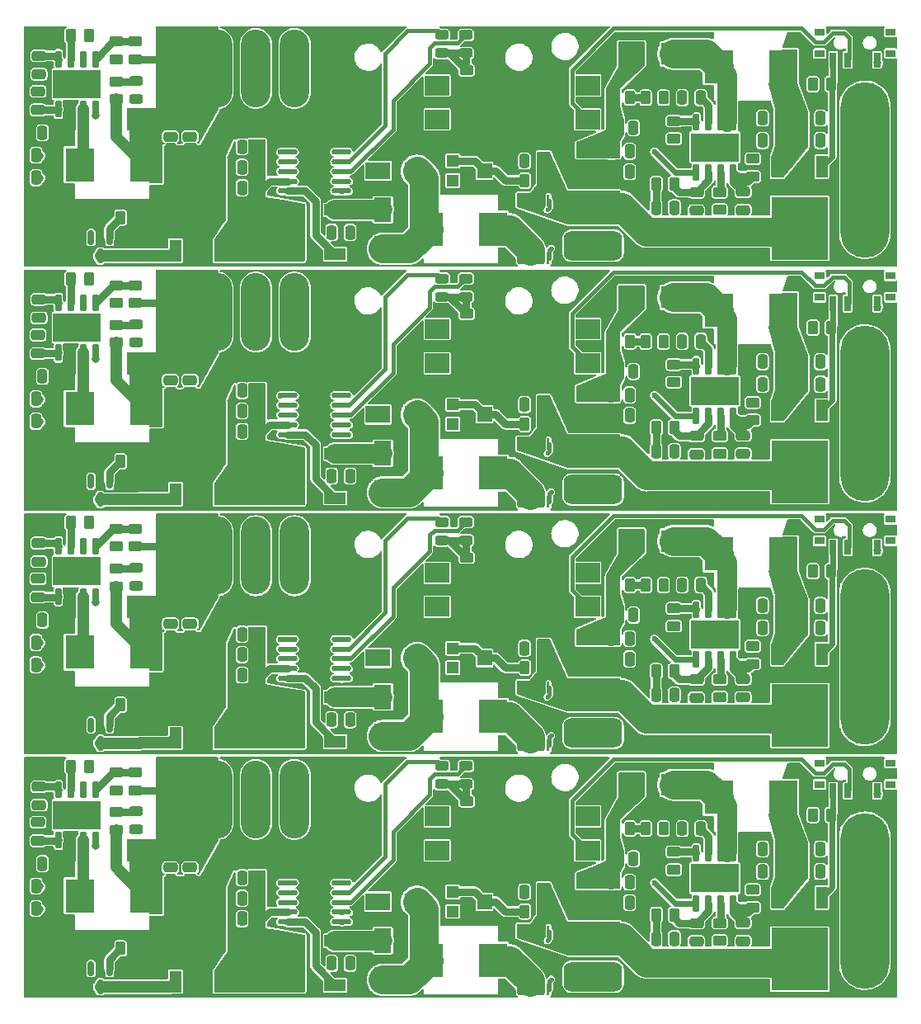
<source format=gbr>
%TF.GenerationSoftware,KiCad,Pcbnew,(6.0.7)*%
%TF.CreationDate,2023-02-24T04:41:47+08:00*%
%TF.ProjectId,PowerPanelization,506f7765-7250-4616-9e65-6c697a617469,rev?*%
%TF.SameCoordinates,Original*%
%TF.FileFunction,Copper,L1,Top*%
%TF.FilePolarity,Positive*%
%FSLAX46Y46*%
G04 Gerber Fmt 4.6, Leading zero omitted, Abs format (unit mm)*
G04 Created by KiCad (PCBNEW (6.0.7)) date 2023-02-24 04:41:47*
%MOMM*%
%LPD*%
G01*
G04 APERTURE LIST*
G04 Aperture macros list*
%AMRoundRect*
0 Rectangle with rounded corners*
0 $1 Rounding radius*
0 $2 $3 $4 $5 $6 $7 $8 $9 X,Y pos of 4 corners*
0 Add a 4 corners polygon primitive as box body*
4,1,4,$2,$3,$4,$5,$6,$7,$8,$9,$2,$3,0*
0 Add four circle primitives for the rounded corners*
1,1,$1+$1,$2,$3*
1,1,$1+$1,$4,$5*
1,1,$1+$1,$6,$7*
1,1,$1+$1,$8,$9*
0 Add four rect primitives between the rounded corners*
20,1,$1+$1,$2,$3,$4,$5,0*
20,1,$1+$1,$4,$5,$6,$7,0*
20,1,$1+$1,$6,$7,$8,$9,0*
20,1,$1+$1,$8,$9,$2,$3,0*%
G04 Aperture macros list end*
%TA.AperFunction,SMDPad,CuDef*%
%ADD10RoundRect,0.250000X-0.450000X0.262500X-0.450000X-0.262500X0.450000X-0.262500X0.450000X0.262500X0*%
%TD*%
%TA.AperFunction,SMDPad,CuDef*%
%ADD11RoundRect,0.250000X-0.475000X0.250000X-0.475000X-0.250000X0.475000X-0.250000X0.475000X0.250000X0*%
%TD*%
%TA.AperFunction,SMDPad,CuDef*%
%ADD12RoundRect,0.250000X0.450000X-0.262500X0.450000X0.262500X-0.450000X0.262500X-0.450000X-0.262500X0*%
%TD*%
%TA.AperFunction,SMDPad,CuDef*%
%ADD13RoundRect,0.250000X-0.262500X-0.450000X0.262500X-0.450000X0.262500X0.450000X-0.262500X0.450000X0*%
%TD*%
%TA.AperFunction,SMDPad,CuDef*%
%ADD14RoundRect,0.243750X-0.456250X0.243750X-0.456250X-0.243750X0.456250X-0.243750X0.456250X0.243750X0*%
%TD*%
%TA.AperFunction,SMDPad,CuDef*%
%ADD15RoundRect,0.250000X0.475000X-0.250000X0.475000X0.250000X-0.475000X0.250000X-0.475000X-0.250000X0*%
%TD*%
%TA.AperFunction,SMDPad,CuDef*%
%ADD16R,2.500000X2.000000*%
%TD*%
%TA.AperFunction,SMDPad,CuDef*%
%ADD17RoundRect,0.250000X0.250000X0.475000X-0.250000X0.475000X-0.250000X-0.475000X0.250000X-0.475000X0*%
%TD*%
%TA.AperFunction,SMDPad,CuDef*%
%ADD18RoundRect,0.250000X0.262500X0.450000X-0.262500X0.450000X-0.262500X-0.450000X0.262500X-0.450000X0*%
%TD*%
%TA.AperFunction,SMDPad,CuDef*%
%ADD19RoundRect,0.250000X-0.850000X0.375000X-0.850000X-0.375000X0.850000X-0.375000X0.850000X0.375000X0*%
%TD*%
%TA.AperFunction,SMDPad,CuDef*%
%ADD20R,3.000000X3.500000*%
%TD*%
%TA.AperFunction,SMDPad,CuDef*%
%ADD21RoundRect,0.150000X-0.150000X0.737500X-0.150000X-0.737500X0.150000X-0.737500X0.150000X0.737500X0*%
%TD*%
%TA.AperFunction,ComponentPad*%
%ADD22C,0.500000*%
%TD*%
%TA.AperFunction,SMDPad,CuDef*%
%ADD23R,4.900000X2.950000*%
%TD*%
%TA.AperFunction,SMDPad,CuDef*%
%ADD24R,1.200000X2.200000*%
%TD*%
%TA.AperFunction,SMDPad,CuDef*%
%ADD25R,5.800000X6.400000*%
%TD*%
%TA.AperFunction,SMDPad,CuDef*%
%ADD26RoundRect,0.250000X-0.250000X-0.475000X0.250000X-0.475000X0.250000X0.475000X-0.250000X0.475000X0*%
%TD*%
%TA.AperFunction,SMDPad,CuDef*%
%ADD27RoundRect,0.150000X0.150000X-0.737500X0.150000X0.737500X-0.150000X0.737500X-0.150000X-0.737500X0*%
%TD*%
%TA.AperFunction,SMDPad,CuDef*%
%ADD28RoundRect,0.750000X-2.250000X0.750000X-2.250000X-0.750000X2.250000X-0.750000X2.250000X0.750000X0*%
%TD*%
%TA.AperFunction,ComponentPad*%
%ADD29O,3.000000X8.000000*%
%TD*%
%TA.AperFunction,SMDPad,CuDef*%
%ADD30R,1.800000X2.500000*%
%TD*%
%TA.AperFunction,ComponentPad*%
%ADD31O,5.000000X18.000000*%
%TD*%
%TA.AperFunction,SMDPad,CuDef*%
%ADD32RoundRect,0.250000X1.159000X-0.362500X1.159000X0.362500X-1.159000X0.362500X-1.159000X-0.362500X0*%
%TD*%
%TA.AperFunction,SMDPad,CuDef*%
%ADD33RoundRect,0.051837X0.075163X-0.560663X0.075163X0.560663X-0.075163X0.560663X-0.075163X-0.560663X0*%
%TD*%
%TA.AperFunction,SMDPad,CuDef*%
%ADD34RoundRect,0.246123X1.162877X-0.356877X1.162877X0.356877X-1.162877X0.356877X-1.162877X-0.356877X0*%
%TD*%
%TA.AperFunction,SMDPad,CuDef*%
%ADD35R,2.200000X1.200000*%
%TD*%
%TA.AperFunction,SMDPad,CuDef*%
%ADD36R,6.400000X5.800000*%
%TD*%
%TA.AperFunction,SMDPad,CuDef*%
%ADD37R,1.000000X0.800000*%
%TD*%
%TA.AperFunction,SMDPad,CuDef*%
%ADD38R,0.700000X1.500000*%
%TD*%
%TA.AperFunction,SMDPad,CuDef*%
%ADD39R,1.200000X1.200000*%
%TD*%
%TA.AperFunction,SMDPad,CuDef*%
%ADD40R,1.500000X1.600000*%
%TD*%
%TA.AperFunction,SMDPad,CuDef*%
%ADD41RoundRect,0.243750X0.456250X-0.243750X0.456250X0.243750X-0.456250X0.243750X-0.456250X-0.243750X0*%
%TD*%
%TA.AperFunction,SMDPad,CuDef*%
%ADD42RoundRect,0.150000X-0.150000X0.587500X-0.150000X-0.587500X0.150000X-0.587500X0.150000X0.587500X0*%
%TD*%
%TA.AperFunction,SMDPad,CuDef*%
%ADD43R,2.500000X1.800000*%
%TD*%
%TA.AperFunction,SMDPad,CuDef*%
%ADD44R,2.500000X2.300000*%
%TD*%
%TA.AperFunction,SMDPad,CuDef*%
%ADD45O,2.031000X0.560000*%
%TD*%
%TA.AperFunction,ViaPad*%
%ADD46C,0.400000*%
%TD*%
%TA.AperFunction,ViaPad*%
%ADD47C,0.600000*%
%TD*%
%TA.AperFunction,ViaPad*%
%ADD48C,0.800000*%
%TD*%
%TA.AperFunction,ViaPad*%
%ADD49C,1.000000*%
%TD*%
%TA.AperFunction,ViaPad*%
%ADD50C,1.600000*%
%TD*%
%TA.AperFunction,Conductor*%
%ADD51C,0.800000*%
%TD*%
%TA.AperFunction,Conductor*%
%ADD52C,0.400000*%
%TD*%
%TA.AperFunction,Conductor*%
%ADD53C,1.200000*%
%TD*%
%TA.AperFunction,Conductor*%
%ADD54C,0.600000*%
%TD*%
%TA.AperFunction,Conductor*%
%ADD55C,3.000000*%
%TD*%
%TA.AperFunction,Conductor*%
%ADD56C,0.300000*%
%TD*%
%TA.AperFunction,Conductor*%
%ADD57C,2.000000*%
%TD*%
G04 APERTURE END LIST*
D10*
%TO.P,R2,1*%
%TO.N,+12V*%
X107330000Y-152837500D03*
%TO.P,R2,2*%
%TO.N,Net-(Q1-Pad1)*%
X107330000Y-154662500D03*
%TD*%
D11*
%TO.P,C20,1*%
%TO.N,Net-(C20-Pad1)*%
X169230000Y-148100000D03*
%TO.P,C20,2*%
%TO.N,GND*%
X169230000Y-150000000D03*
%TD*%
D12*
%TO.P,R8,1*%
%TO.N,+5V*%
X106830000Y-134512500D03*
%TO.P,R8,2*%
%TO.N,/FB*%
X106830000Y-132687500D03*
%TD*%
%TO.P,R9,1*%
%TO.N,GND*%
X104830000Y-134512500D03*
%TO.P,R9,2*%
%TO.N,/FB*%
X104830000Y-132687500D03*
%TD*%
D13*
%TO.P,R12,1*%
%TO.N,Net-(C18-Pad1)*%
X160317500Y-147300000D03*
%TO.P,R12,2*%
%TO.N,Net-(C19-Pad1)*%
X162142500Y-147300000D03*
%TD*%
D12*
%TO.P,R14,1*%
%TO.N,Net-(C20-Pad1)*%
X170230000Y-146550000D03*
%TO.P,R14,2*%
%TO.N,Net-(C21-Pad1)*%
X170230000Y-144725000D03*
%TD*%
D14*
%TO.P,D2,1,K*%
%TO.N,Net-(D2-Pad1)*%
X138330000Y-132012500D03*
%TO.P,D2,2,A*%
%TO.N,Net-(D1-Pad2)*%
X138330000Y-133887500D03*
%TD*%
D15*
%TO.P,C8,1*%
%TO.N,Net-(C8-Pad1)*%
X96830000Y-139700000D03*
%TO.P,C8,2*%
%TO.N,Net-(C8-Pad2)*%
X96830000Y-137800000D03*
%TD*%
D16*
%TO.P,DC2,3,3*%
%TO.N,+12V*%
X141280000Y-140700000D03*
%TO.P,DC2,4,4*%
%TO.N,Net-(DC1-Pad4)*%
X153280000Y-140700000D03*
%TO.P,DC2,5,5*%
%TO.N,GND*%
X153280000Y-137200000D03*
%TD*%
D17*
%TO.P,C17,1*%
%TO.N,Net-(C17-Pad1)*%
X164880000Y-138450000D03*
%TO.P,C17,2*%
%TO.N,GND*%
X162980000Y-138450000D03*
%TD*%
D18*
%TO.P,R16,1*%
%TO.N,GND*%
X161050000Y-138460000D03*
%TO.P,R16,2*%
%TO.N,Net-(R15-Pad1)*%
X159225000Y-138460000D03*
%TD*%
D13*
%TO.P,R7,1*%
%TO.N,Net-(BT1-Pad1)*%
X176417500Y-137050000D03*
%TO.P,R7,2*%
%TO.N,Net-(Q4-Pad1)*%
X178242500Y-137050000D03*
%TD*%
D19*
%TO.P,L4,1,1*%
%TO.N,Net-(C21-Pad1)*%
X153430000Y-143875000D03*
%TO.P,L4,2,2*%
%TO.N,+12V*%
X153430000Y-146025000D03*
%TD*%
D20*
%TO.P,L1,1,1*%
%TO.N,Net-(D3-Pad1)*%
X136928000Y-151950000D03*
%TO.P,L1,2,2*%
%TO.N,Net-(L1-Pad2)*%
X143532000Y-151950000D03*
%TD*%
D21*
%TO.P,U3,1,LX*%
%TO.N,Net-(D6-Pad2)*%
X168235000Y-140987500D03*
%TO.P,U3,2,LX*%
X166965000Y-140987500D03*
%TO.P,U3,3,VCC*%
%TO.N,Net-(C17-Pad1)*%
X165695000Y-140987500D03*
%TO.P,U3,4,EN*%
%TO.N,/EN*%
X164425000Y-140987500D03*
%TO.P,U3,5,FB*%
%TO.N,Net-(R15-Pad1)*%
X164425000Y-146112500D03*
%TO.P,U3,6,COMP*%
%TO.N,Net-(C19-Pad1)*%
X165695000Y-146112500D03*
%TO.P,U3,7,OC*%
%TO.N,Net-(R13-Pad2)*%
X166965000Y-146112500D03*
%TO.P,U3,8,HVDD*%
%TO.N,Net-(C20-Pad1)*%
X168235000Y-146112500D03*
D22*
%TO.P,U3,9,EP*%
%TO.N,GND*%
X168280000Y-142900000D03*
D23*
X166330000Y-143550000D03*
D22*
X164380000Y-144200000D03*
X165680000Y-142900000D03*
X164380000Y-142900000D03*
X166980000Y-144200000D03*
X166980000Y-142900000D03*
X168280000Y-144200000D03*
X165680000Y-144200000D03*
%TD*%
D17*
%TO.P,C2,1*%
%TO.N,Net-(C1-Pad1)*%
X119680000Y-143500000D03*
%TO.P,C2,2*%
%TO.N,GND*%
X117780000Y-143500000D03*
%TD*%
D11*
%TO.P,C19,1*%
%TO.N,Net-(C19-Pad1)*%
X164430000Y-148150000D03*
%TO.P,C19,2*%
%TO.N,GND*%
X164430000Y-150050000D03*
%TD*%
D18*
%TO.P,R6,1*%
%TO.N,Net-(DC1-Pad4)*%
X102042500Y-132050000D03*
%TO.P,R6,2*%
%TO.N,Net-(R6-Pad2)*%
X100217500Y-132050000D03*
%TD*%
D10*
%TO.P,R10,1*%
%TO.N,Net-(D5-Pad2)*%
X104830000Y-136775000D03*
%TO.P,R10,2*%
%TO.N,+5V*%
X104830000Y-138600000D03*
%TD*%
D18*
%TO.P,R1,1*%
%TO.N,+12V*%
X107142500Y-150750000D03*
%TO.P,R1,2*%
%TO.N,Net-(DC1-Pad4)*%
X105317500Y-150750000D03*
%TD*%
D24*
%TO.P,Q1,1,G*%
%TO.N,Net-(Q1-Pad1)*%
X110950000Y-154150000D03*
D25*
%TO.P,Q1,2,S*%
%TO.N,+12V*%
X113230000Y-147850000D03*
D24*
%TO.P,Q1,3,D*%
%TO.N,Net-(C1-Pad1)*%
X115510000Y-154150000D03*
%TD*%
D26*
%TO.P,C4,1*%
%TO.N,Net-(C1-Pad1)*%
X126980000Y-152275000D03*
%TO.P,C4,2*%
%TO.N,Net-(C4-Pad2)*%
X128880000Y-152275000D03*
%TD*%
D18*
%TO.P,R5,1*%
%TO.N,Net-(BT1-Pad1)*%
X148642500Y-146950000D03*
%TO.P,R5,2*%
%TO.N,Net-(R5-Pad2)*%
X146817500Y-146950000D03*
%TD*%
D20*
%TO.P,L3,1,1*%
%TO.N,Net-(C13-Pad1)*%
X173332000Y-135250000D03*
%TO.P,L3,2,2*%
%TO.N,Net-(D6-Pad2)*%
X166728000Y-135250000D03*
%TD*%
D26*
%TO.P,C15,1*%
%TO.N,Net-(C13-Pad1)*%
X175280000Y-140550000D03*
%TO.P,C15,2*%
%TO.N,GND*%
X177180000Y-140550000D03*
%TD*%
D17*
%TO.P,C7,1*%
%TO.N,+12V*%
X99180000Y-142050000D03*
%TO.P,C7,2*%
%TO.N,GND*%
X97280000Y-142050000D03*
%TD*%
D27*
%TO.P,U2,1,BS*%
%TO.N,Net-(C8-Pad1)*%
X98920000Y-139612500D03*
%TO.P,U2,2,IN*%
%TO.N,+12V*%
X100190000Y-139612500D03*
%TO.P,U2,3,SW*%
%TO.N,Net-(C8-Pad2)*%
X101460000Y-139612500D03*
%TO.P,U2,4,GND*%
%TO.N,GND*%
X102730000Y-139612500D03*
%TO.P,U2,5,FB*%
%TO.N,/FB*%
X102730000Y-134487500D03*
%TO.P,U2,6,COMP*%
%TO.N,unconnected-(U2-Pad6)*%
X101460000Y-134487500D03*
%TO.P,U2,7,EN*%
%TO.N,Net-(R6-Pad2)*%
X100190000Y-134487500D03*
%TO.P,U2,8,SS*%
%TO.N,Net-(C10-Pad1)*%
X98920000Y-134487500D03*
D22*
%TO.P,U2,9,EP*%
%TO.N,GND*%
X102775000Y-137700000D03*
X101475000Y-136400000D03*
D23*
X100825000Y-137050000D03*
D22*
X102775000Y-136400000D03*
X100175000Y-136400000D03*
X98875000Y-136400000D03*
X101475000Y-137700000D03*
X100175000Y-137700000D03*
X98875000Y-137700000D03*
%TD*%
D28*
%TO.P,BT1,1,+*%
%TO.N,Net-(BT1-Pad1)*%
X153830000Y-149650000D03*
%TO.P,BT1,2,-*%
%TO.N,GND*%
X153830000Y-153650000D03*
%TD*%
D29*
%TO.P,J2,1,Pin_1*%
%TO.N,+5V*%
X111290000Y-135450000D03*
%TO.P,J2,2,Pin_2*%
X115250000Y-135450000D03*
%TO.P,J2,3,Pin_3*%
%TO.N,GND*%
X119210000Y-135450000D03*
%TO.P,J2,4,Pin_4*%
X123170000Y-135450000D03*
%TD*%
D26*
%TO.P,C21,1*%
%TO.N,Net-(C21-Pad1)*%
X156080000Y-141550000D03*
%TO.P,C21,2*%
%TO.N,GND*%
X157980000Y-141550000D03*
%TD*%
D30*
%TO.P,D3,1,K*%
%TO.N,Net-(D3-Pad1)*%
X132230000Y-153950000D03*
%TO.P,D3,2,A*%
%TO.N,Net-(D3-Pad2)*%
X132230000Y-149950000D03*
%TD*%
D17*
%TO.P,C13,1*%
%TO.N,Net-(C13-Pad1)*%
X173130000Y-140550000D03*
%TO.P,C13,2*%
%TO.N,GND*%
X171230000Y-140550000D03*
%TD*%
%TO.P,C6,1*%
%TO.N,+12V*%
X98530000Y-144350000D03*
%TO.P,C6,2*%
%TO.N,GND*%
X96630000Y-144350000D03*
%TD*%
D18*
%TO.P,R15,1*%
%TO.N,Net-(R15-Pad1)*%
X157630000Y-138450000D03*
%TO.P,R15,2*%
%TO.N,Net-(C21-Pad1)*%
X155805000Y-138450000D03*
%TD*%
D31*
%TO.P,J1,1,Pin_1*%
%TO.N,GND*%
X181730000Y-145850000D03*
%TD*%
D17*
%TO.P,C1,1*%
%TO.N,Net-(C1-Pad1)*%
X119680000Y-145600000D03*
%TO.P,C1,2*%
%TO.N,GND*%
X117780000Y-145600000D03*
%TD*%
D24*
%TO.P,Q4,1,G*%
%TO.N,Net-(Q4-Pad1)*%
X177310000Y-145550000D03*
D25*
%TO.P,Q4,2,S*%
%TO.N,Net-(BT1-Pad1)*%
X175030000Y-151850000D03*
D24*
%TO.P,Q4,3,D*%
%TO.N,Net-(C13-Pad1)*%
X172750000Y-145550000D03*
%TD*%
D17*
%TO.P,C14,1*%
%TO.N,Net-(C13-Pad1)*%
X173130000Y-142850000D03*
%TO.P,C14,2*%
%TO.N,GND*%
X171230000Y-142850000D03*
%TD*%
D32*
%TO.P,R4,1,1*%
%TO.N,Net-(L1-Pad2)*%
X147464000Y-154912500D03*
D33*
%TO.P,R4,2,2*%
%TO.N,Net-(R4-Pad2)*%
X149254000Y-154912500D03*
%TO.P,R4,3,3*%
%TO.N,Net-(R4-Pad3)*%
X149254000Y-148997000D03*
D34*
%TO.P,R4,4,4*%
%TO.N,Net-(BT1-Pad1)*%
X147464000Y-148997000D03*
%TD*%
D26*
%TO.P,C18,1*%
%TO.N,Net-(C18-Pad1)*%
X160280000Y-149750000D03*
%TO.P,C18,2*%
%TO.N,GND*%
X162180000Y-149750000D03*
%TD*%
D35*
%TO.P,Q3,1,G*%
%TO.N,/DRV*%
X127330000Y-154530000D03*
D36*
%TO.P,Q3,2,S*%
%TO.N,Net-(C1-Pad1)*%
X121030000Y-152250000D03*
D35*
%TO.P,Q3,3,D*%
%TO.N,Net-(D3-Pad2)*%
X127330000Y-149970000D03*
%TD*%
D17*
%TO.P,C3,1*%
%TO.N,Net-(C1-Pad1)*%
X119695000Y-147700000D03*
%TO.P,C3,2*%
%TO.N,GND*%
X117795000Y-147700000D03*
%TD*%
D26*
%TO.P,C16,1*%
%TO.N,Net-(C13-Pad1)*%
X175280000Y-142850000D03*
%TO.P,C16,2*%
%TO.N,GND*%
X177180000Y-142850000D03*
%TD*%
%TO.P,C22,1*%
%TO.N,Net-(C21-Pad1)*%
X155680000Y-143950000D03*
%TO.P,C22,2*%
%TO.N,GND*%
X157580000Y-143950000D03*
%TD*%
D37*
%TO.P,SW1,*%
%TO.N,*%
X177080000Y-131720000D03*
X177080000Y-133930000D03*
X184380000Y-133930000D03*
X184380000Y-131720000D03*
D38*
%TO.P,SW1,1,A*%
%TO.N,/EN*%
X182980000Y-134580000D03*
%TO.P,SW1,2,B*%
%TO.N,Net-(DC1-Pad4)*%
X179980000Y-134580000D03*
%TO.P,SW1,3,C*%
%TO.N,Net-(Q4-Pad1)*%
X178480000Y-134580000D03*
%TD*%
D12*
%TO.P,R13,1*%
%TO.N,GND*%
X166830000Y-149962500D03*
%TO.P,R13,2*%
%TO.N,Net-(R13-Pad2)*%
X166830000Y-148137500D03*
%TD*%
D39*
%TO.P,RV1,1,1*%
%TO.N,Net-(R5-Pad2)*%
X139430000Y-144950000D03*
D40*
%TO.P,RV1,2,2*%
X142680000Y-145950000D03*
D39*
%TO.P,RV1,3,3*%
%TO.N,GND*%
X139430000Y-146950000D03*
%TD*%
D17*
%TO.P,C5,1*%
%TO.N,+12V*%
X98530000Y-146650000D03*
%TO.P,C5,2*%
%TO.N,GND*%
X96630000Y-146650000D03*
%TD*%
D41*
%TO.P,D5,1,K*%
%TO.N,GND*%
X106930000Y-138562500D03*
%TO.P,D5,2,A*%
%TO.N,Net-(D5-Pad2)*%
X106930000Y-136687500D03*
%TD*%
D10*
%TO.P,R3,1*%
%TO.N,Net-(D1-Pad2)*%
X140830000Y-135637500D03*
%TO.P,R3,2*%
%TO.N,+12V*%
X140830000Y-137462500D03*
%TD*%
D11*
%TO.P,C12,1*%
%TO.N,+5V*%
X110430000Y-140550000D03*
%TO.P,C12,2*%
%TO.N,GND*%
X110430000Y-142450000D03*
%TD*%
D42*
%TO.P,Q2,1,G*%
%TO.N,Net-(DC1-Pad4)*%
X104180000Y-152812500D03*
%TO.P,Q2,2,S*%
%TO.N,GND*%
X102280000Y-152812500D03*
%TO.P,Q2,3,D*%
%TO.N,Net-(Q1-Pad1)*%
X103230000Y-154687500D03*
%TD*%
D43*
%TO.P,D4,1,K*%
%TO.N,Net-(D3-Pad1)*%
X135730000Y-145950000D03*
%TO.P,D4,2,A*%
%TO.N,GND*%
X131730000Y-145950000D03*
%TD*%
D44*
%TO.P,D6,1,K*%
%TO.N,Net-(C21-Pad1)*%
X157780000Y-133950000D03*
%TO.P,D6,2,A*%
%TO.N,Net-(D6-Pad2)*%
X162080000Y-133950000D03*
%TD*%
D16*
%TO.P,DC1,3,3*%
%TO.N,+12V*%
X125805000Y-140700000D03*
%TO.P,DC1,4,4*%
%TO.N,Net-(DC1-Pad4)*%
X137805000Y-140700000D03*
%TO.P,DC1,5,5*%
%TO.N,GND*%
X137805000Y-137200000D03*
%TD*%
D20*
%TO.P,L2,1,1*%
%TO.N,Net-(C8-Pad2)*%
X101128000Y-145350000D03*
%TO.P,L2,2,2*%
%TO.N,+5V*%
X107732000Y-145350000D03*
%TD*%
D11*
%TO.P,C11,1*%
%TO.N,+5V*%
X112430000Y-140550000D03*
%TO.P,C11,2*%
%TO.N,GND*%
X112430000Y-142450000D03*
%TD*%
D17*
%TO.P,C9,1*%
%TO.N,Net-(BT1-Pad1)*%
X148680000Y-144950000D03*
%TO.P,C9,2*%
%TO.N,GND*%
X146780000Y-144950000D03*
%TD*%
D14*
%TO.P,D1,1,K*%
%TO.N,Net-(D1-Pad1)*%
X140780000Y-132012500D03*
%TO.P,D1,2,A*%
%TO.N,Net-(D1-Pad2)*%
X140780000Y-133887500D03*
%TD*%
D11*
%TO.P,C10,1*%
%TO.N,Net-(C10-Pad1)*%
X96930000Y-134150000D03*
%TO.P,C10,2*%
%TO.N,GND*%
X96930000Y-136050000D03*
%TD*%
D10*
%TO.P,R11,1*%
%TO.N,/EN*%
X162130000Y-140837500D03*
%TO.P,R11,2*%
%TO.N,Net-(C13-Pad1)*%
X162130000Y-142662500D03*
%TD*%
D45*
%TO.P,U1,1,VG*%
%TO.N,Net-(C4-Pad2)*%
X127996000Y-148025000D03*
%TO.P,U1,2,GND*%
%TO.N,GND*%
X127996000Y-147025000D03*
%TO.P,U1,3,CHRG#*%
%TO.N,Net-(D1-Pad1)*%
X127996000Y-146025000D03*
%TO.P,U1,4,DONE#*%
%TO.N,Net-(D2-Pad1)*%
X127996000Y-145025000D03*
%TO.P,U1,5,COM*%
%TO.N,unconnected-(U1-Pad5)*%
X127996000Y-144025000D03*
%TO.P,U1,6,FB*%
%TO.N,Net-(R5-Pad2)*%
X122464000Y-144025000D03*
%TO.P,U1,7,BAT*%
%TO.N,Net-(R4-Pad3)*%
X122464000Y-145025000D03*
%TO.P,U1,8,CSP*%
%TO.N,Net-(R4-Pad2)*%
X122464000Y-146025000D03*
%TO.P,U1,9,VCC*%
%TO.N,Net-(C1-Pad1)*%
X122464000Y-147025000D03*
%TO.P,U1,10,DRV*%
%TO.N,/DRV*%
X122464000Y-148025000D03*
%TD*%
D26*
%TO.P,C23,1*%
%TO.N,+12V*%
X155680000Y-146050000D03*
%TO.P,C23,2*%
%TO.N,GND*%
X157580000Y-146050000D03*
%TD*%
D10*
%TO.P,R2,1*%
%TO.N,+12V*%
X107330000Y-127837500D03*
%TO.P,R2,2*%
%TO.N,Net-(Q1-Pad1)*%
X107330000Y-129662500D03*
%TD*%
D11*
%TO.P,C20,1*%
%TO.N,Net-(C20-Pad1)*%
X169230000Y-123100000D03*
%TO.P,C20,2*%
%TO.N,GND*%
X169230000Y-125000000D03*
%TD*%
D12*
%TO.P,R8,1*%
%TO.N,+5V*%
X106830000Y-109512500D03*
%TO.P,R8,2*%
%TO.N,/FB*%
X106830000Y-107687500D03*
%TD*%
%TO.P,R9,1*%
%TO.N,GND*%
X104830000Y-109512500D03*
%TO.P,R9,2*%
%TO.N,/FB*%
X104830000Y-107687500D03*
%TD*%
D13*
%TO.P,R12,1*%
%TO.N,Net-(C18-Pad1)*%
X160317500Y-122300000D03*
%TO.P,R12,2*%
%TO.N,Net-(C19-Pad1)*%
X162142500Y-122300000D03*
%TD*%
D12*
%TO.P,R14,1*%
%TO.N,Net-(C20-Pad1)*%
X170230000Y-121550000D03*
%TO.P,R14,2*%
%TO.N,Net-(C21-Pad1)*%
X170230000Y-119725000D03*
%TD*%
D14*
%TO.P,D2,1,K*%
%TO.N,Net-(D2-Pad1)*%
X138330000Y-107012500D03*
%TO.P,D2,2,A*%
%TO.N,Net-(D1-Pad2)*%
X138330000Y-108887500D03*
%TD*%
D15*
%TO.P,C8,1*%
%TO.N,Net-(C8-Pad1)*%
X96830000Y-114700000D03*
%TO.P,C8,2*%
%TO.N,Net-(C8-Pad2)*%
X96830000Y-112800000D03*
%TD*%
D16*
%TO.P,DC2,3,3*%
%TO.N,+12V*%
X141280000Y-115700000D03*
%TO.P,DC2,4,4*%
%TO.N,Net-(DC1-Pad4)*%
X153280000Y-115700000D03*
%TO.P,DC2,5,5*%
%TO.N,GND*%
X153280000Y-112200000D03*
%TD*%
D17*
%TO.P,C17,1*%
%TO.N,Net-(C17-Pad1)*%
X164880000Y-113450000D03*
%TO.P,C17,2*%
%TO.N,GND*%
X162980000Y-113450000D03*
%TD*%
D18*
%TO.P,R16,1*%
%TO.N,GND*%
X161050000Y-113460000D03*
%TO.P,R16,2*%
%TO.N,Net-(R15-Pad1)*%
X159225000Y-113460000D03*
%TD*%
D13*
%TO.P,R7,1*%
%TO.N,Net-(BT1-Pad1)*%
X176417500Y-112050000D03*
%TO.P,R7,2*%
%TO.N,Net-(Q4-Pad1)*%
X178242500Y-112050000D03*
%TD*%
D19*
%TO.P,L4,1,1*%
%TO.N,Net-(C21-Pad1)*%
X153430000Y-118875000D03*
%TO.P,L4,2,2*%
%TO.N,+12V*%
X153430000Y-121025000D03*
%TD*%
D20*
%TO.P,L1,1,1*%
%TO.N,Net-(D3-Pad1)*%
X136928000Y-126950000D03*
%TO.P,L1,2,2*%
%TO.N,Net-(L1-Pad2)*%
X143532000Y-126950000D03*
%TD*%
D21*
%TO.P,U3,1,LX*%
%TO.N,Net-(D6-Pad2)*%
X168235000Y-115987500D03*
%TO.P,U3,2,LX*%
X166965000Y-115987500D03*
%TO.P,U3,3,VCC*%
%TO.N,Net-(C17-Pad1)*%
X165695000Y-115987500D03*
%TO.P,U3,4,EN*%
%TO.N,/EN*%
X164425000Y-115987500D03*
%TO.P,U3,5,FB*%
%TO.N,Net-(R15-Pad1)*%
X164425000Y-121112500D03*
%TO.P,U3,6,COMP*%
%TO.N,Net-(C19-Pad1)*%
X165695000Y-121112500D03*
%TO.P,U3,7,OC*%
%TO.N,Net-(R13-Pad2)*%
X166965000Y-121112500D03*
%TO.P,U3,8,HVDD*%
%TO.N,Net-(C20-Pad1)*%
X168235000Y-121112500D03*
D22*
%TO.P,U3,9,EP*%
%TO.N,GND*%
X168280000Y-117900000D03*
D23*
X166330000Y-118550000D03*
D22*
X164380000Y-119200000D03*
X165680000Y-117900000D03*
X164380000Y-117900000D03*
X166980000Y-119200000D03*
X166980000Y-117900000D03*
X168280000Y-119200000D03*
X165680000Y-119200000D03*
%TD*%
D17*
%TO.P,C2,1*%
%TO.N,Net-(C1-Pad1)*%
X119680000Y-118500000D03*
%TO.P,C2,2*%
%TO.N,GND*%
X117780000Y-118500000D03*
%TD*%
D11*
%TO.P,C19,1*%
%TO.N,Net-(C19-Pad1)*%
X164430000Y-123150000D03*
%TO.P,C19,2*%
%TO.N,GND*%
X164430000Y-125050000D03*
%TD*%
D18*
%TO.P,R6,1*%
%TO.N,Net-(DC1-Pad4)*%
X102042500Y-107050000D03*
%TO.P,R6,2*%
%TO.N,Net-(R6-Pad2)*%
X100217500Y-107050000D03*
%TD*%
D10*
%TO.P,R10,1*%
%TO.N,Net-(D5-Pad2)*%
X104830000Y-111775000D03*
%TO.P,R10,2*%
%TO.N,+5V*%
X104830000Y-113600000D03*
%TD*%
D18*
%TO.P,R1,1*%
%TO.N,+12V*%
X107142500Y-125750000D03*
%TO.P,R1,2*%
%TO.N,Net-(DC1-Pad4)*%
X105317500Y-125750000D03*
%TD*%
D24*
%TO.P,Q1,1,G*%
%TO.N,Net-(Q1-Pad1)*%
X110950000Y-129150000D03*
D25*
%TO.P,Q1,2,S*%
%TO.N,+12V*%
X113230000Y-122850000D03*
D24*
%TO.P,Q1,3,D*%
%TO.N,Net-(C1-Pad1)*%
X115510000Y-129150000D03*
%TD*%
D26*
%TO.P,C4,1*%
%TO.N,Net-(C1-Pad1)*%
X126980000Y-127275000D03*
%TO.P,C4,2*%
%TO.N,Net-(C4-Pad2)*%
X128880000Y-127275000D03*
%TD*%
D18*
%TO.P,R5,1*%
%TO.N,Net-(BT1-Pad1)*%
X148642500Y-121950000D03*
%TO.P,R5,2*%
%TO.N,Net-(R5-Pad2)*%
X146817500Y-121950000D03*
%TD*%
D20*
%TO.P,L3,1,1*%
%TO.N,Net-(C13-Pad1)*%
X173332000Y-110250000D03*
%TO.P,L3,2,2*%
%TO.N,Net-(D6-Pad2)*%
X166728000Y-110250000D03*
%TD*%
D26*
%TO.P,C15,1*%
%TO.N,Net-(C13-Pad1)*%
X175280000Y-115550000D03*
%TO.P,C15,2*%
%TO.N,GND*%
X177180000Y-115550000D03*
%TD*%
D17*
%TO.P,C7,1*%
%TO.N,+12V*%
X99180000Y-117050000D03*
%TO.P,C7,2*%
%TO.N,GND*%
X97280000Y-117050000D03*
%TD*%
D27*
%TO.P,U2,1,BS*%
%TO.N,Net-(C8-Pad1)*%
X98920000Y-114612500D03*
%TO.P,U2,2,IN*%
%TO.N,+12V*%
X100190000Y-114612500D03*
%TO.P,U2,3,SW*%
%TO.N,Net-(C8-Pad2)*%
X101460000Y-114612500D03*
%TO.P,U2,4,GND*%
%TO.N,GND*%
X102730000Y-114612500D03*
%TO.P,U2,5,FB*%
%TO.N,/FB*%
X102730000Y-109487500D03*
%TO.P,U2,6,COMP*%
%TO.N,unconnected-(U2-Pad6)*%
X101460000Y-109487500D03*
%TO.P,U2,7,EN*%
%TO.N,Net-(R6-Pad2)*%
X100190000Y-109487500D03*
%TO.P,U2,8,SS*%
%TO.N,Net-(C10-Pad1)*%
X98920000Y-109487500D03*
D22*
%TO.P,U2,9,EP*%
%TO.N,GND*%
X102775000Y-112700000D03*
X101475000Y-111400000D03*
D23*
X100825000Y-112050000D03*
D22*
X102775000Y-111400000D03*
X100175000Y-111400000D03*
X98875000Y-111400000D03*
X101475000Y-112700000D03*
X100175000Y-112700000D03*
X98875000Y-112700000D03*
%TD*%
D28*
%TO.P,BT1,1,+*%
%TO.N,Net-(BT1-Pad1)*%
X153830000Y-124650000D03*
%TO.P,BT1,2,-*%
%TO.N,GND*%
X153830000Y-128650000D03*
%TD*%
D29*
%TO.P,J2,1,Pin_1*%
%TO.N,+5V*%
X111290000Y-110450000D03*
%TO.P,J2,2,Pin_2*%
X115250000Y-110450000D03*
%TO.P,J2,3,Pin_3*%
%TO.N,GND*%
X119210000Y-110450000D03*
%TO.P,J2,4,Pin_4*%
X123170000Y-110450000D03*
%TD*%
D26*
%TO.P,C21,1*%
%TO.N,Net-(C21-Pad1)*%
X156080000Y-116550000D03*
%TO.P,C21,2*%
%TO.N,GND*%
X157980000Y-116550000D03*
%TD*%
D30*
%TO.P,D3,1,K*%
%TO.N,Net-(D3-Pad1)*%
X132230000Y-128950000D03*
%TO.P,D3,2,A*%
%TO.N,Net-(D3-Pad2)*%
X132230000Y-124950000D03*
%TD*%
D17*
%TO.P,C13,1*%
%TO.N,Net-(C13-Pad1)*%
X173130000Y-115550000D03*
%TO.P,C13,2*%
%TO.N,GND*%
X171230000Y-115550000D03*
%TD*%
%TO.P,C6,1*%
%TO.N,+12V*%
X98530000Y-119350000D03*
%TO.P,C6,2*%
%TO.N,GND*%
X96630000Y-119350000D03*
%TD*%
D18*
%TO.P,R15,1*%
%TO.N,Net-(R15-Pad1)*%
X157630000Y-113450000D03*
%TO.P,R15,2*%
%TO.N,Net-(C21-Pad1)*%
X155805000Y-113450000D03*
%TD*%
D31*
%TO.P,J1,1,Pin_1*%
%TO.N,GND*%
X181730000Y-120850000D03*
%TD*%
D17*
%TO.P,C1,1*%
%TO.N,Net-(C1-Pad1)*%
X119680000Y-120600000D03*
%TO.P,C1,2*%
%TO.N,GND*%
X117780000Y-120600000D03*
%TD*%
D24*
%TO.P,Q4,1,G*%
%TO.N,Net-(Q4-Pad1)*%
X177310000Y-120550000D03*
D25*
%TO.P,Q4,2,S*%
%TO.N,Net-(BT1-Pad1)*%
X175030000Y-126850000D03*
D24*
%TO.P,Q4,3,D*%
%TO.N,Net-(C13-Pad1)*%
X172750000Y-120550000D03*
%TD*%
D17*
%TO.P,C14,1*%
%TO.N,Net-(C13-Pad1)*%
X173130000Y-117850000D03*
%TO.P,C14,2*%
%TO.N,GND*%
X171230000Y-117850000D03*
%TD*%
D32*
%TO.P,R4,1,1*%
%TO.N,Net-(L1-Pad2)*%
X147464000Y-129912500D03*
D33*
%TO.P,R4,2,2*%
%TO.N,Net-(R4-Pad2)*%
X149254000Y-129912500D03*
%TO.P,R4,3,3*%
%TO.N,Net-(R4-Pad3)*%
X149254000Y-123997000D03*
D34*
%TO.P,R4,4,4*%
%TO.N,Net-(BT1-Pad1)*%
X147464000Y-123997000D03*
%TD*%
D26*
%TO.P,C18,1*%
%TO.N,Net-(C18-Pad1)*%
X160280000Y-124750000D03*
%TO.P,C18,2*%
%TO.N,GND*%
X162180000Y-124750000D03*
%TD*%
D35*
%TO.P,Q3,1,G*%
%TO.N,/DRV*%
X127330000Y-129530000D03*
D36*
%TO.P,Q3,2,S*%
%TO.N,Net-(C1-Pad1)*%
X121030000Y-127250000D03*
D35*
%TO.P,Q3,3,D*%
%TO.N,Net-(D3-Pad2)*%
X127330000Y-124970000D03*
%TD*%
D17*
%TO.P,C3,1*%
%TO.N,Net-(C1-Pad1)*%
X119695000Y-122700000D03*
%TO.P,C3,2*%
%TO.N,GND*%
X117795000Y-122700000D03*
%TD*%
D26*
%TO.P,C16,1*%
%TO.N,Net-(C13-Pad1)*%
X175280000Y-117850000D03*
%TO.P,C16,2*%
%TO.N,GND*%
X177180000Y-117850000D03*
%TD*%
%TO.P,C22,1*%
%TO.N,Net-(C21-Pad1)*%
X155680000Y-118950000D03*
%TO.P,C22,2*%
%TO.N,GND*%
X157580000Y-118950000D03*
%TD*%
D37*
%TO.P,SW1,*%
%TO.N,*%
X177080000Y-106720000D03*
X177080000Y-108930000D03*
X184380000Y-108930000D03*
X184380000Y-106720000D03*
D38*
%TO.P,SW1,1,A*%
%TO.N,/EN*%
X182980000Y-109580000D03*
%TO.P,SW1,2,B*%
%TO.N,Net-(DC1-Pad4)*%
X179980000Y-109580000D03*
%TO.P,SW1,3,C*%
%TO.N,Net-(Q4-Pad1)*%
X178480000Y-109580000D03*
%TD*%
D12*
%TO.P,R13,1*%
%TO.N,GND*%
X166830000Y-124962500D03*
%TO.P,R13,2*%
%TO.N,Net-(R13-Pad2)*%
X166830000Y-123137500D03*
%TD*%
D39*
%TO.P,RV1,1,1*%
%TO.N,Net-(R5-Pad2)*%
X139430000Y-119950000D03*
D40*
%TO.P,RV1,2,2*%
X142680000Y-120950000D03*
D39*
%TO.P,RV1,3,3*%
%TO.N,GND*%
X139430000Y-121950000D03*
%TD*%
D17*
%TO.P,C5,1*%
%TO.N,+12V*%
X98530000Y-121650000D03*
%TO.P,C5,2*%
%TO.N,GND*%
X96630000Y-121650000D03*
%TD*%
D41*
%TO.P,D5,1,K*%
%TO.N,GND*%
X106930000Y-113562500D03*
%TO.P,D5,2,A*%
%TO.N,Net-(D5-Pad2)*%
X106930000Y-111687500D03*
%TD*%
D10*
%TO.P,R3,1*%
%TO.N,Net-(D1-Pad2)*%
X140830000Y-110637500D03*
%TO.P,R3,2*%
%TO.N,+12V*%
X140830000Y-112462500D03*
%TD*%
D11*
%TO.P,C12,1*%
%TO.N,+5V*%
X110430000Y-115550000D03*
%TO.P,C12,2*%
%TO.N,GND*%
X110430000Y-117450000D03*
%TD*%
D42*
%TO.P,Q2,1,G*%
%TO.N,Net-(DC1-Pad4)*%
X104180000Y-127812500D03*
%TO.P,Q2,2,S*%
%TO.N,GND*%
X102280000Y-127812500D03*
%TO.P,Q2,3,D*%
%TO.N,Net-(Q1-Pad1)*%
X103230000Y-129687500D03*
%TD*%
D43*
%TO.P,D4,1,K*%
%TO.N,Net-(D3-Pad1)*%
X135730000Y-120950000D03*
%TO.P,D4,2,A*%
%TO.N,GND*%
X131730000Y-120950000D03*
%TD*%
D44*
%TO.P,D6,1,K*%
%TO.N,Net-(C21-Pad1)*%
X157780000Y-108950000D03*
%TO.P,D6,2,A*%
%TO.N,Net-(D6-Pad2)*%
X162080000Y-108950000D03*
%TD*%
D16*
%TO.P,DC1,3,3*%
%TO.N,+12V*%
X125805000Y-115700000D03*
%TO.P,DC1,4,4*%
%TO.N,Net-(DC1-Pad4)*%
X137805000Y-115700000D03*
%TO.P,DC1,5,5*%
%TO.N,GND*%
X137805000Y-112200000D03*
%TD*%
D20*
%TO.P,L2,1,1*%
%TO.N,Net-(C8-Pad2)*%
X101128000Y-120350000D03*
%TO.P,L2,2,2*%
%TO.N,+5V*%
X107732000Y-120350000D03*
%TD*%
D11*
%TO.P,C11,1*%
%TO.N,+5V*%
X112430000Y-115550000D03*
%TO.P,C11,2*%
%TO.N,GND*%
X112430000Y-117450000D03*
%TD*%
D17*
%TO.P,C9,1*%
%TO.N,Net-(BT1-Pad1)*%
X148680000Y-119950000D03*
%TO.P,C9,2*%
%TO.N,GND*%
X146780000Y-119950000D03*
%TD*%
D14*
%TO.P,D1,1,K*%
%TO.N,Net-(D1-Pad1)*%
X140780000Y-107012500D03*
%TO.P,D1,2,A*%
%TO.N,Net-(D1-Pad2)*%
X140780000Y-108887500D03*
%TD*%
D11*
%TO.P,C10,1*%
%TO.N,Net-(C10-Pad1)*%
X96930000Y-109150000D03*
%TO.P,C10,2*%
%TO.N,GND*%
X96930000Y-111050000D03*
%TD*%
D10*
%TO.P,R11,1*%
%TO.N,/EN*%
X162130000Y-115837500D03*
%TO.P,R11,2*%
%TO.N,Net-(C13-Pad1)*%
X162130000Y-117662500D03*
%TD*%
D45*
%TO.P,U1,1,VG*%
%TO.N,Net-(C4-Pad2)*%
X127996000Y-123025000D03*
%TO.P,U1,2,GND*%
%TO.N,GND*%
X127996000Y-122025000D03*
%TO.P,U1,3,CHRG#*%
%TO.N,Net-(D1-Pad1)*%
X127996000Y-121025000D03*
%TO.P,U1,4,DONE#*%
%TO.N,Net-(D2-Pad1)*%
X127996000Y-120025000D03*
%TO.P,U1,5,COM*%
%TO.N,unconnected-(U1-Pad5)*%
X127996000Y-119025000D03*
%TO.P,U1,6,FB*%
%TO.N,Net-(R5-Pad2)*%
X122464000Y-119025000D03*
%TO.P,U1,7,BAT*%
%TO.N,Net-(R4-Pad3)*%
X122464000Y-120025000D03*
%TO.P,U1,8,CSP*%
%TO.N,Net-(R4-Pad2)*%
X122464000Y-121025000D03*
%TO.P,U1,9,VCC*%
%TO.N,Net-(C1-Pad1)*%
X122464000Y-122025000D03*
%TO.P,U1,10,DRV*%
%TO.N,/DRV*%
X122464000Y-123025000D03*
%TD*%
D26*
%TO.P,C23,1*%
%TO.N,+12V*%
X155680000Y-121050000D03*
%TO.P,C23,2*%
%TO.N,GND*%
X157580000Y-121050000D03*
%TD*%
D10*
%TO.P,R2,1*%
%TO.N,+12V*%
X107330000Y-102837500D03*
%TO.P,R2,2*%
%TO.N,Net-(Q1-Pad1)*%
X107330000Y-104662500D03*
%TD*%
D11*
%TO.P,C20,1*%
%TO.N,Net-(C20-Pad1)*%
X169230000Y-98100000D03*
%TO.P,C20,2*%
%TO.N,GND*%
X169230000Y-100000000D03*
%TD*%
D12*
%TO.P,R8,1*%
%TO.N,+5V*%
X106830000Y-84512500D03*
%TO.P,R8,2*%
%TO.N,/FB*%
X106830000Y-82687500D03*
%TD*%
%TO.P,R9,1*%
%TO.N,GND*%
X104830000Y-84512500D03*
%TO.P,R9,2*%
%TO.N,/FB*%
X104830000Y-82687500D03*
%TD*%
D13*
%TO.P,R12,1*%
%TO.N,Net-(C18-Pad1)*%
X160317500Y-97300000D03*
%TO.P,R12,2*%
%TO.N,Net-(C19-Pad1)*%
X162142500Y-97300000D03*
%TD*%
D12*
%TO.P,R14,1*%
%TO.N,Net-(C20-Pad1)*%
X170230000Y-96550000D03*
%TO.P,R14,2*%
%TO.N,Net-(C21-Pad1)*%
X170230000Y-94725000D03*
%TD*%
D14*
%TO.P,D2,1,K*%
%TO.N,Net-(D2-Pad1)*%
X138330000Y-82012500D03*
%TO.P,D2,2,A*%
%TO.N,Net-(D1-Pad2)*%
X138330000Y-83887500D03*
%TD*%
D15*
%TO.P,C8,1*%
%TO.N,Net-(C8-Pad1)*%
X96830000Y-89700000D03*
%TO.P,C8,2*%
%TO.N,Net-(C8-Pad2)*%
X96830000Y-87800000D03*
%TD*%
D16*
%TO.P,DC2,3,3*%
%TO.N,+12V*%
X141280000Y-90700000D03*
%TO.P,DC2,4,4*%
%TO.N,Net-(DC1-Pad4)*%
X153280000Y-90700000D03*
%TO.P,DC2,5,5*%
%TO.N,GND*%
X153280000Y-87200000D03*
%TD*%
D17*
%TO.P,C17,1*%
%TO.N,Net-(C17-Pad1)*%
X164880000Y-88450000D03*
%TO.P,C17,2*%
%TO.N,GND*%
X162980000Y-88450000D03*
%TD*%
D18*
%TO.P,R16,1*%
%TO.N,GND*%
X161050000Y-88460000D03*
%TO.P,R16,2*%
%TO.N,Net-(R15-Pad1)*%
X159225000Y-88460000D03*
%TD*%
D13*
%TO.P,R7,1*%
%TO.N,Net-(BT1-Pad1)*%
X176417500Y-87050000D03*
%TO.P,R7,2*%
%TO.N,Net-(Q4-Pad1)*%
X178242500Y-87050000D03*
%TD*%
D19*
%TO.P,L4,1,1*%
%TO.N,Net-(C21-Pad1)*%
X153430000Y-93875000D03*
%TO.P,L4,2,2*%
%TO.N,+12V*%
X153430000Y-96025000D03*
%TD*%
D20*
%TO.P,L1,1,1*%
%TO.N,Net-(D3-Pad1)*%
X136928000Y-101950000D03*
%TO.P,L1,2,2*%
%TO.N,Net-(L1-Pad2)*%
X143532000Y-101950000D03*
%TD*%
D21*
%TO.P,U3,1,LX*%
%TO.N,Net-(D6-Pad2)*%
X168235000Y-90987500D03*
%TO.P,U3,2,LX*%
X166965000Y-90987500D03*
%TO.P,U3,3,VCC*%
%TO.N,Net-(C17-Pad1)*%
X165695000Y-90987500D03*
%TO.P,U3,4,EN*%
%TO.N,/EN*%
X164425000Y-90987500D03*
%TO.P,U3,5,FB*%
%TO.N,Net-(R15-Pad1)*%
X164425000Y-96112500D03*
%TO.P,U3,6,COMP*%
%TO.N,Net-(C19-Pad1)*%
X165695000Y-96112500D03*
%TO.P,U3,7,OC*%
%TO.N,Net-(R13-Pad2)*%
X166965000Y-96112500D03*
%TO.P,U3,8,HVDD*%
%TO.N,Net-(C20-Pad1)*%
X168235000Y-96112500D03*
D22*
%TO.P,U3,9,EP*%
%TO.N,GND*%
X168280000Y-92900000D03*
D23*
X166330000Y-93550000D03*
D22*
X164380000Y-94200000D03*
X165680000Y-92900000D03*
X164380000Y-92900000D03*
X166980000Y-94200000D03*
X166980000Y-92900000D03*
X168280000Y-94200000D03*
X165680000Y-94200000D03*
%TD*%
D17*
%TO.P,C2,1*%
%TO.N,Net-(C1-Pad1)*%
X119680000Y-93500000D03*
%TO.P,C2,2*%
%TO.N,GND*%
X117780000Y-93500000D03*
%TD*%
D11*
%TO.P,C19,1*%
%TO.N,Net-(C19-Pad1)*%
X164430000Y-98150000D03*
%TO.P,C19,2*%
%TO.N,GND*%
X164430000Y-100050000D03*
%TD*%
D18*
%TO.P,R6,1*%
%TO.N,Net-(DC1-Pad4)*%
X102042500Y-82050000D03*
%TO.P,R6,2*%
%TO.N,Net-(R6-Pad2)*%
X100217500Y-82050000D03*
%TD*%
D10*
%TO.P,R10,1*%
%TO.N,Net-(D5-Pad2)*%
X104830000Y-86775000D03*
%TO.P,R10,2*%
%TO.N,+5V*%
X104830000Y-88600000D03*
%TD*%
D18*
%TO.P,R1,1*%
%TO.N,+12V*%
X107142500Y-100750000D03*
%TO.P,R1,2*%
%TO.N,Net-(DC1-Pad4)*%
X105317500Y-100750000D03*
%TD*%
D24*
%TO.P,Q1,1,G*%
%TO.N,Net-(Q1-Pad1)*%
X110950000Y-104150000D03*
D25*
%TO.P,Q1,2,S*%
%TO.N,+12V*%
X113230000Y-97850000D03*
D24*
%TO.P,Q1,3,D*%
%TO.N,Net-(C1-Pad1)*%
X115510000Y-104150000D03*
%TD*%
D26*
%TO.P,C4,1*%
%TO.N,Net-(C1-Pad1)*%
X126980000Y-102275000D03*
%TO.P,C4,2*%
%TO.N,Net-(C4-Pad2)*%
X128880000Y-102275000D03*
%TD*%
D18*
%TO.P,R5,1*%
%TO.N,Net-(BT1-Pad1)*%
X148642500Y-96950000D03*
%TO.P,R5,2*%
%TO.N,Net-(R5-Pad2)*%
X146817500Y-96950000D03*
%TD*%
D20*
%TO.P,L3,1,1*%
%TO.N,Net-(C13-Pad1)*%
X173332000Y-85250000D03*
%TO.P,L3,2,2*%
%TO.N,Net-(D6-Pad2)*%
X166728000Y-85250000D03*
%TD*%
D26*
%TO.P,C15,1*%
%TO.N,Net-(C13-Pad1)*%
X175280000Y-90550000D03*
%TO.P,C15,2*%
%TO.N,GND*%
X177180000Y-90550000D03*
%TD*%
D17*
%TO.P,C7,1*%
%TO.N,+12V*%
X99180000Y-92050000D03*
%TO.P,C7,2*%
%TO.N,GND*%
X97280000Y-92050000D03*
%TD*%
D27*
%TO.P,U2,1,BS*%
%TO.N,Net-(C8-Pad1)*%
X98920000Y-89612500D03*
%TO.P,U2,2,IN*%
%TO.N,+12V*%
X100190000Y-89612500D03*
%TO.P,U2,3,SW*%
%TO.N,Net-(C8-Pad2)*%
X101460000Y-89612500D03*
%TO.P,U2,4,GND*%
%TO.N,GND*%
X102730000Y-89612500D03*
%TO.P,U2,5,FB*%
%TO.N,/FB*%
X102730000Y-84487500D03*
%TO.P,U2,6,COMP*%
%TO.N,unconnected-(U2-Pad6)*%
X101460000Y-84487500D03*
%TO.P,U2,7,EN*%
%TO.N,Net-(R6-Pad2)*%
X100190000Y-84487500D03*
%TO.P,U2,8,SS*%
%TO.N,Net-(C10-Pad1)*%
X98920000Y-84487500D03*
D22*
%TO.P,U2,9,EP*%
%TO.N,GND*%
X102775000Y-87700000D03*
X101475000Y-86400000D03*
D23*
X100825000Y-87050000D03*
D22*
X102775000Y-86400000D03*
X100175000Y-86400000D03*
X98875000Y-86400000D03*
X101475000Y-87700000D03*
X100175000Y-87700000D03*
X98875000Y-87700000D03*
%TD*%
D28*
%TO.P,BT1,1,+*%
%TO.N,Net-(BT1-Pad1)*%
X153830000Y-99650000D03*
%TO.P,BT1,2,-*%
%TO.N,GND*%
X153830000Y-103650000D03*
%TD*%
D29*
%TO.P,J2,1,Pin_1*%
%TO.N,+5V*%
X111290000Y-85450000D03*
%TO.P,J2,2,Pin_2*%
X115250000Y-85450000D03*
%TO.P,J2,3,Pin_3*%
%TO.N,GND*%
X119210000Y-85450000D03*
%TO.P,J2,4,Pin_4*%
X123170000Y-85450000D03*
%TD*%
D26*
%TO.P,C21,1*%
%TO.N,Net-(C21-Pad1)*%
X156080000Y-91550000D03*
%TO.P,C21,2*%
%TO.N,GND*%
X157980000Y-91550000D03*
%TD*%
D30*
%TO.P,D3,1,K*%
%TO.N,Net-(D3-Pad1)*%
X132230000Y-103950000D03*
%TO.P,D3,2,A*%
%TO.N,Net-(D3-Pad2)*%
X132230000Y-99950000D03*
%TD*%
D17*
%TO.P,C13,1*%
%TO.N,Net-(C13-Pad1)*%
X173130000Y-90550000D03*
%TO.P,C13,2*%
%TO.N,GND*%
X171230000Y-90550000D03*
%TD*%
%TO.P,C6,1*%
%TO.N,+12V*%
X98530000Y-94350000D03*
%TO.P,C6,2*%
%TO.N,GND*%
X96630000Y-94350000D03*
%TD*%
D18*
%TO.P,R15,1*%
%TO.N,Net-(R15-Pad1)*%
X157630000Y-88450000D03*
%TO.P,R15,2*%
%TO.N,Net-(C21-Pad1)*%
X155805000Y-88450000D03*
%TD*%
D31*
%TO.P,J1,1,Pin_1*%
%TO.N,GND*%
X181730000Y-95850000D03*
%TD*%
D17*
%TO.P,C1,1*%
%TO.N,Net-(C1-Pad1)*%
X119680000Y-95600000D03*
%TO.P,C1,2*%
%TO.N,GND*%
X117780000Y-95600000D03*
%TD*%
D24*
%TO.P,Q4,1,G*%
%TO.N,Net-(Q4-Pad1)*%
X177310000Y-95550000D03*
D25*
%TO.P,Q4,2,S*%
%TO.N,Net-(BT1-Pad1)*%
X175030000Y-101850000D03*
D24*
%TO.P,Q4,3,D*%
%TO.N,Net-(C13-Pad1)*%
X172750000Y-95550000D03*
%TD*%
D17*
%TO.P,C14,1*%
%TO.N,Net-(C13-Pad1)*%
X173130000Y-92850000D03*
%TO.P,C14,2*%
%TO.N,GND*%
X171230000Y-92850000D03*
%TD*%
D32*
%TO.P,R4,1,1*%
%TO.N,Net-(L1-Pad2)*%
X147464000Y-104912500D03*
D33*
%TO.P,R4,2,2*%
%TO.N,Net-(R4-Pad2)*%
X149254000Y-104912500D03*
%TO.P,R4,3,3*%
%TO.N,Net-(R4-Pad3)*%
X149254000Y-98997000D03*
D34*
%TO.P,R4,4,4*%
%TO.N,Net-(BT1-Pad1)*%
X147464000Y-98997000D03*
%TD*%
D26*
%TO.P,C18,1*%
%TO.N,Net-(C18-Pad1)*%
X160280000Y-99750000D03*
%TO.P,C18,2*%
%TO.N,GND*%
X162180000Y-99750000D03*
%TD*%
D35*
%TO.P,Q3,1,G*%
%TO.N,/DRV*%
X127330000Y-104530000D03*
D36*
%TO.P,Q3,2,S*%
%TO.N,Net-(C1-Pad1)*%
X121030000Y-102250000D03*
D35*
%TO.P,Q3,3,D*%
%TO.N,Net-(D3-Pad2)*%
X127330000Y-99970000D03*
%TD*%
D17*
%TO.P,C3,1*%
%TO.N,Net-(C1-Pad1)*%
X119695000Y-97700000D03*
%TO.P,C3,2*%
%TO.N,GND*%
X117795000Y-97700000D03*
%TD*%
D26*
%TO.P,C16,1*%
%TO.N,Net-(C13-Pad1)*%
X175280000Y-92850000D03*
%TO.P,C16,2*%
%TO.N,GND*%
X177180000Y-92850000D03*
%TD*%
%TO.P,C22,1*%
%TO.N,Net-(C21-Pad1)*%
X155680000Y-93950000D03*
%TO.P,C22,2*%
%TO.N,GND*%
X157580000Y-93950000D03*
%TD*%
D37*
%TO.P,SW1,*%
%TO.N,*%
X177080000Y-81720000D03*
X177080000Y-83930000D03*
X184380000Y-83930000D03*
X184380000Y-81720000D03*
D38*
%TO.P,SW1,1,A*%
%TO.N,/EN*%
X182980000Y-84580000D03*
%TO.P,SW1,2,B*%
%TO.N,Net-(DC1-Pad4)*%
X179980000Y-84580000D03*
%TO.P,SW1,3,C*%
%TO.N,Net-(Q4-Pad1)*%
X178480000Y-84580000D03*
%TD*%
D12*
%TO.P,R13,1*%
%TO.N,GND*%
X166830000Y-99962500D03*
%TO.P,R13,2*%
%TO.N,Net-(R13-Pad2)*%
X166830000Y-98137500D03*
%TD*%
D39*
%TO.P,RV1,1,1*%
%TO.N,Net-(R5-Pad2)*%
X139430000Y-94950000D03*
D40*
%TO.P,RV1,2,2*%
X142680000Y-95950000D03*
D39*
%TO.P,RV1,3,3*%
%TO.N,GND*%
X139430000Y-96950000D03*
%TD*%
D17*
%TO.P,C5,1*%
%TO.N,+12V*%
X98530000Y-96650000D03*
%TO.P,C5,2*%
%TO.N,GND*%
X96630000Y-96650000D03*
%TD*%
D41*
%TO.P,D5,1,K*%
%TO.N,GND*%
X106930000Y-88562500D03*
%TO.P,D5,2,A*%
%TO.N,Net-(D5-Pad2)*%
X106930000Y-86687500D03*
%TD*%
D10*
%TO.P,R3,1*%
%TO.N,Net-(D1-Pad2)*%
X140830000Y-85637500D03*
%TO.P,R3,2*%
%TO.N,+12V*%
X140830000Y-87462500D03*
%TD*%
D11*
%TO.P,C12,1*%
%TO.N,+5V*%
X110430000Y-90550000D03*
%TO.P,C12,2*%
%TO.N,GND*%
X110430000Y-92450000D03*
%TD*%
D42*
%TO.P,Q2,1,G*%
%TO.N,Net-(DC1-Pad4)*%
X104180000Y-102812500D03*
%TO.P,Q2,2,S*%
%TO.N,GND*%
X102280000Y-102812500D03*
%TO.P,Q2,3,D*%
%TO.N,Net-(Q1-Pad1)*%
X103230000Y-104687500D03*
%TD*%
D43*
%TO.P,D4,1,K*%
%TO.N,Net-(D3-Pad1)*%
X135730000Y-95950000D03*
%TO.P,D4,2,A*%
%TO.N,GND*%
X131730000Y-95950000D03*
%TD*%
D44*
%TO.P,D6,1,K*%
%TO.N,Net-(C21-Pad1)*%
X157780000Y-83950000D03*
%TO.P,D6,2,A*%
%TO.N,Net-(D6-Pad2)*%
X162080000Y-83950000D03*
%TD*%
D16*
%TO.P,DC1,3,3*%
%TO.N,+12V*%
X125805000Y-90700000D03*
%TO.P,DC1,4,4*%
%TO.N,Net-(DC1-Pad4)*%
X137805000Y-90700000D03*
%TO.P,DC1,5,5*%
%TO.N,GND*%
X137805000Y-87200000D03*
%TD*%
D20*
%TO.P,L2,1,1*%
%TO.N,Net-(C8-Pad2)*%
X101128000Y-95350000D03*
%TO.P,L2,2,2*%
%TO.N,+5V*%
X107732000Y-95350000D03*
%TD*%
D11*
%TO.P,C11,1*%
%TO.N,+5V*%
X112430000Y-90550000D03*
%TO.P,C11,2*%
%TO.N,GND*%
X112430000Y-92450000D03*
%TD*%
D17*
%TO.P,C9,1*%
%TO.N,Net-(BT1-Pad1)*%
X148680000Y-94950000D03*
%TO.P,C9,2*%
%TO.N,GND*%
X146780000Y-94950000D03*
%TD*%
D14*
%TO.P,D1,1,K*%
%TO.N,Net-(D1-Pad1)*%
X140780000Y-82012500D03*
%TO.P,D1,2,A*%
%TO.N,Net-(D1-Pad2)*%
X140780000Y-83887500D03*
%TD*%
D11*
%TO.P,C10,1*%
%TO.N,Net-(C10-Pad1)*%
X96930000Y-84150000D03*
%TO.P,C10,2*%
%TO.N,GND*%
X96930000Y-86050000D03*
%TD*%
D10*
%TO.P,R11,1*%
%TO.N,/EN*%
X162130000Y-90837500D03*
%TO.P,R11,2*%
%TO.N,Net-(C13-Pad1)*%
X162130000Y-92662500D03*
%TD*%
D45*
%TO.P,U1,1,VG*%
%TO.N,Net-(C4-Pad2)*%
X127996000Y-98025000D03*
%TO.P,U1,2,GND*%
%TO.N,GND*%
X127996000Y-97025000D03*
%TO.P,U1,3,CHRG#*%
%TO.N,Net-(D1-Pad1)*%
X127996000Y-96025000D03*
%TO.P,U1,4,DONE#*%
%TO.N,Net-(D2-Pad1)*%
X127996000Y-95025000D03*
%TO.P,U1,5,COM*%
%TO.N,unconnected-(U1-Pad5)*%
X127996000Y-94025000D03*
%TO.P,U1,6,FB*%
%TO.N,Net-(R5-Pad2)*%
X122464000Y-94025000D03*
%TO.P,U1,7,BAT*%
%TO.N,Net-(R4-Pad3)*%
X122464000Y-95025000D03*
%TO.P,U1,8,CSP*%
%TO.N,Net-(R4-Pad2)*%
X122464000Y-96025000D03*
%TO.P,U1,9,VCC*%
%TO.N,Net-(C1-Pad1)*%
X122464000Y-97025000D03*
%TO.P,U1,10,DRV*%
%TO.N,/DRV*%
X122464000Y-98025000D03*
%TD*%
D26*
%TO.P,C23,1*%
%TO.N,+12V*%
X155680000Y-96050000D03*
%TO.P,C23,2*%
%TO.N,GND*%
X157580000Y-96050000D03*
%TD*%
D43*
%TO.P,D4,1,K*%
%TO.N,Net-(D3-Pad1)*%
X135730000Y-70950000D03*
%TO.P,D4,2,A*%
%TO.N,GND*%
X131730000Y-70950000D03*
%TD*%
D44*
%TO.P,D6,1,K*%
%TO.N,Net-(C21-Pad1)*%
X157780000Y-58950000D03*
%TO.P,D6,2,A*%
%TO.N,Net-(D6-Pad2)*%
X162080000Y-58950000D03*
%TD*%
D42*
%TO.P,Q2,1,G*%
%TO.N,Net-(DC1-Pad4)*%
X104180000Y-77812500D03*
%TO.P,Q2,2,S*%
%TO.N,GND*%
X102280000Y-77812500D03*
%TO.P,Q2,3,D*%
%TO.N,Net-(Q1-Pad1)*%
X103230000Y-79687500D03*
%TD*%
D12*
%TO.P,R14,1*%
%TO.N,Net-(C20-Pad1)*%
X170230000Y-71550000D03*
%TO.P,R14,2*%
%TO.N,Net-(C21-Pad1)*%
X170230000Y-69725000D03*
%TD*%
D28*
%TO.P,BT1,1,+*%
%TO.N,Net-(BT1-Pad1)*%
X153830000Y-74650000D03*
%TO.P,BT1,2,-*%
%TO.N,GND*%
X153830000Y-78650000D03*
%TD*%
D27*
%TO.P,U2,1,BS*%
%TO.N,Net-(C8-Pad1)*%
X98920000Y-64612500D03*
%TO.P,U2,2,IN*%
%TO.N,+12V*%
X100190000Y-64612500D03*
%TO.P,U2,3,SW*%
%TO.N,Net-(C8-Pad2)*%
X101460000Y-64612500D03*
%TO.P,U2,4,GND*%
%TO.N,GND*%
X102730000Y-64612500D03*
%TO.P,U2,5,FB*%
%TO.N,/FB*%
X102730000Y-59487500D03*
%TO.P,U2,6,COMP*%
%TO.N,unconnected-(U2-Pad6)*%
X101460000Y-59487500D03*
%TO.P,U2,7,EN*%
%TO.N,Net-(R6-Pad2)*%
X100190000Y-59487500D03*
%TO.P,U2,8,SS*%
%TO.N,Net-(C10-Pad1)*%
X98920000Y-59487500D03*
D22*
%TO.P,U2,9,EP*%
%TO.N,GND*%
X102775000Y-62700000D03*
X101475000Y-61400000D03*
D23*
X100825000Y-62050000D03*
D22*
X102775000Y-61400000D03*
X100175000Y-61400000D03*
X98875000Y-61400000D03*
X101475000Y-62700000D03*
X100175000Y-62700000D03*
X98875000Y-62700000D03*
%TD*%
D13*
%TO.P,R12,1*%
%TO.N,Net-(C18-Pad1)*%
X160317500Y-72300000D03*
%TO.P,R12,2*%
%TO.N,Net-(C19-Pad1)*%
X162142500Y-72300000D03*
%TD*%
D12*
%TO.P,R9,1*%
%TO.N,GND*%
X104830000Y-59512500D03*
%TO.P,R9,2*%
%TO.N,/FB*%
X104830000Y-57687500D03*
%TD*%
%TO.P,R8,1*%
%TO.N,+5V*%
X106830000Y-59512500D03*
%TO.P,R8,2*%
%TO.N,/FB*%
X106830000Y-57687500D03*
%TD*%
D11*
%TO.P,C20,1*%
%TO.N,Net-(C20-Pad1)*%
X169230000Y-73100000D03*
%TO.P,C20,2*%
%TO.N,GND*%
X169230000Y-75000000D03*
%TD*%
D10*
%TO.P,R2,1*%
%TO.N,+12V*%
X107330000Y-77837500D03*
%TO.P,R2,2*%
%TO.N,Net-(Q1-Pad1)*%
X107330000Y-79662500D03*
%TD*%
D29*
%TO.P,J2,1,Pin_1*%
%TO.N,+5V*%
X111290000Y-60450000D03*
%TO.P,J2,2,Pin_2*%
X115250000Y-60450000D03*
%TO.P,J2,3,Pin_3*%
%TO.N,GND*%
X119210000Y-60450000D03*
%TO.P,J2,4,Pin_4*%
X123170000Y-60450000D03*
%TD*%
D17*
%TO.P,C7,1*%
%TO.N,+12V*%
X99180000Y-67050000D03*
%TO.P,C7,2*%
%TO.N,GND*%
X97280000Y-67050000D03*
%TD*%
D26*
%TO.P,C15,1*%
%TO.N,Net-(C13-Pad1)*%
X175280000Y-65550000D03*
%TO.P,C15,2*%
%TO.N,GND*%
X177180000Y-65550000D03*
%TD*%
D45*
%TO.P,U1,1,VG*%
%TO.N,Net-(C4-Pad2)*%
X127996000Y-73025000D03*
%TO.P,U1,2,GND*%
%TO.N,GND*%
X127996000Y-72025000D03*
%TO.P,U1,3,CHRG#*%
%TO.N,Net-(D1-Pad1)*%
X127996000Y-71025000D03*
%TO.P,U1,4,DONE#*%
%TO.N,Net-(D2-Pad1)*%
X127996000Y-70025000D03*
%TO.P,U1,5,COM*%
%TO.N,unconnected-(U1-Pad5)*%
X127996000Y-69025000D03*
%TO.P,U1,6,FB*%
%TO.N,Net-(R5-Pad2)*%
X122464000Y-69025000D03*
%TO.P,U1,7,BAT*%
%TO.N,Net-(R4-Pad3)*%
X122464000Y-70025000D03*
%TO.P,U1,8,CSP*%
%TO.N,Net-(R4-Pad2)*%
X122464000Y-71025000D03*
%TO.P,U1,9,VCC*%
%TO.N,Net-(C1-Pad1)*%
X122464000Y-72025000D03*
%TO.P,U1,10,DRV*%
%TO.N,/DRV*%
X122464000Y-73025000D03*
%TD*%
D10*
%TO.P,R11,1*%
%TO.N,/EN*%
X162130000Y-65837500D03*
%TO.P,R11,2*%
%TO.N,Net-(C13-Pad1)*%
X162130000Y-67662500D03*
%TD*%
D16*
%TO.P,DC1,3,3*%
%TO.N,+12V*%
X125805000Y-65700000D03*
%TO.P,DC1,4,4*%
%TO.N,Net-(DC1-Pad4)*%
X137805000Y-65700000D03*
%TO.P,DC1,5,5*%
%TO.N,GND*%
X137805000Y-62200000D03*
%TD*%
D11*
%TO.P,C11,1*%
%TO.N,+5V*%
X112430000Y-65550000D03*
%TO.P,C11,2*%
%TO.N,GND*%
X112430000Y-67450000D03*
%TD*%
%TO.P,C10,1*%
%TO.N,Net-(C10-Pad1)*%
X96930000Y-59150000D03*
%TO.P,C10,2*%
%TO.N,GND*%
X96930000Y-61050000D03*
%TD*%
D14*
%TO.P,D1,1,K*%
%TO.N,Net-(D1-Pad1)*%
X140780000Y-57012500D03*
%TO.P,D1,2,A*%
%TO.N,Net-(D1-Pad2)*%
X140780000Y-58887500D03*
%TD*%
D17*
%TO.P,C9,1*%
%TO.N,Net-(BT1-Pad1)*%
X148680000Y-69950000D03*
%TO.P,C9,2*%
%TO.N,GND*%
X146780000Y-69950000D03*
%TD*%
D26*
%TO.P,C23,1*%
%TO.N,+12V*%
X155680000Y-71050000D03*
%TO.P,C23,2*%
%TO.N,GND*%
X157580000Y-71050000D03*
%TD*%
D20*
%TO.P,L2,1,1*%
%TO.N,Net-(C8-Pad2)*%
X101128000Y-70350000D03*
%TO.P,L2,2,2*%
%TO.N,+5V*%
X107732000Y-70350000D03*
%TD*%
D26*
%TO.P,C22,1*%
%TO.N,Net-(C21-Pad1)*%
X155680000Y-68950000D03*
%TO.P,C22,2*%
%TO.N,GND*%
X157580000Y-68950000D03*
%TD*%
%TO.P,C18,1*%
%TO.N,Net-(C18-Pad1)*%
X160280000Y-74750000D03*
%TO.P,C18,2*%
%TO.N,GND*%
X162180000Y-74750000D03*
%TD*%
D41*
%TO.P,D5,1,K*%
%TO.N,GND*%
X106930000Y-63562500D03*
%TO.P,D5,2,A*%
%TO.N,Net-(D5-Pad2)*%
X106930000Y-61687500D03*
%TD*%
D18*
%TO.P,R15,1*%
%TO.N,Net-(R15-Pad1)*%
X157630000Y-63450000D03*
%TO.P,R15,2*%
%TO.N,Net-(C21-Pad1)*%
X155805000Y-63450000D03*
%TD*%
D17*
%TO.P,C6,1*%
%TO.N,+12V*%
X98530000Y-69350000D03*
%TO.P,C6,2*%
%TO.N,GND*%
X96630000Y-69350000D03*
%TD*%
%TO.P,C5,1*%
%TO.N,+12V*%
X98530000Y-71650000D03*
%TO.P,C5,2*%
%TO.N,GND*%
X96630000Y-71650000D03*
%TD*%
D11*
%TO.P,C12,1*%
%TO.N,+5V*%
X110430000Y-65550000D03*
%TO.P,C12,2*%
%TO.N,GND*%
X110430000Y-67450000D03*
%TD*%
D39*
%TO.P,RV1,1,1*%
%TO.N,Net-(R5-Pad2)*%
X139430000Y-69950000D03*
D40*
%TO.P,RV1,2,2*%
X142680000Y-70950000D03*
D39*
%TO.P,RV1,3,3*%
%TO.N,GND*%
X139430000Y-71950000D03*
%TD*%
D37*
%TO.P,SW1,*%
%TO.N,*%
X177080000Y-56720000D03*
X177080000Y-58930000D03*
X184380000Y-58930000D03*
X184380000Y-56720000D03*
D38*
%TO.P,SW1,1,A*%
%TO.N,/EN*%
X182980000Y-59580000D03*
%TO.P,SW1,2,B*%
%TO.N,Net-(DC1-Pad4)*%
X179980000Y-59580000D03*
%TO.P,SW1,3,C*%
%TO.N,Net-(Q4-Pad1)*%
X178480000Y-59580000D03*
%TD*%
D26*
%TO.P,C16,1*%
%TO.N,Net-(C13-Pad1)*%
X175280000Y-67850000D03*
%TO.P,C16,2*%
%TO.N,GND*%
X177180000Y-67850000D03*
%TD*%
D17*
%TO.P,C3,1*%
%TO.N,Net-(C1-Pad1)*%
X119695000Y-72700000D03*
%TO.P,C3,2*%
%TO.N,GND*%
X117795000Y-72700000D03*
%TD*%
%TO.P,C14,1*%
%TO.N,Net-(C13-Pad1)*%
X173130000Y-67850000D03*
%TO.P,C14,2*%
%TO.N,GND*%
X171230000Y-67850000D03*
%TD*%
D10*
%TO.P,R3,1*%
%TO.N,Net-(D1-Pad2)*%
X140830000Y-60637500D03*
%TO.P,R3,2*%
%TO.N,+12V*%
X140830000Y-62462500D03*
%TD*%
D12*
%TO.P,R13,1*%
%TO.N,GND*%
X166830000Y-74962500D03*
%TO.P,R13,2*%
%TO.N,Net-(R13-Pad2)*%
X166830000Y-73137500D03*
%TD*%
D17*
%TO.P,C13,1*%
%TO.N,Net-(C13-Pad1)*%
X173130000Y-65550000D03*
%TO.P,C13,2*%
%TO.N,GND*%
X171230000Y-65550000D03*
%TD*%
D35*
%TO.P,Q3,1,G*%
%TO.N,/DRV*%
X127330000Y-79530000D03*
D36*
%TO.P,Q3,2,S*%
%TO.N,Net-(C1-Pad1)*%
X121030000Y-77250000D03*
D35*
%TO.P,Q3,3,D*%
%TO.N,Net-(D3-Pad2)*%
X127330000Y-74970000D03*
%TD*%
D30*
%TO.P,D3,1,K*%
%TO.N,Net-(D3-Pad1)*%
X132230000Y-78950000D03*
%TO.P,D3,2,A*%
%TO.N,Net-(D3-Pad2)*%
X132230000Y-74950000D03*
%TD*%
D26*
%TO.P,C21,1*%
%TO.N,Net-(C21-Pad1)*%
X156080000Y-66550000D03*
%TO.P,C21,2*%
%TO.N,GND*%
X157980000Y-66550000D03*
%TD*%
D32*
%TO.P,R4,1,1*%
%TO.N,Net-(L1-Pad2)*%
X147464000Y-79912500D03*
D33*
%TO.P,R4,2,2*%
%TO.N,Net-(R4-Pad2)*%
X149254000Y-79912500D03*
%TO.P,R4,3,3*%
%TO.N,Net-(R4-Pad3)*%
X149254000Y-73997000D03*
D34*
%TO.P,R4,4,4*%
%TO.N,Net-(BT1-Pad1)*%
X147464000Y-73997000D03*
%TD*%
D24*
%TO.P,Q4,1,G*%
%TO.N,Net-(Q4-Pad1)*%
X177310000Y-70550000D03*
D25*
%TO.P,Q4,2,S*%
%TO.N,Net-(BT1-Pad1)*%
X175030000Y-76850000D03*
D24*
%TO.P,Q4,3,D*%
%TO.N,Net-(C13-Pad1)*%
X172750000Y-70550000D03*
%TD*%
D17*
%TO.P,C1,1*%
%TO.N,Net-(C1-Pad1)*%
X119680000Y-70600000D03*
%TO.P,C1,2*%
%TO.N,GND*%
X117780000Y-70600000D03*
%TD*%
D31*
%TO.P,J1,1,Pin_1*%
%TO.N,GND*%
X181730000Y-70850000D03*
%TD*%
D17*
%TO.P,C17,1*%
%TO.N,Net-(C17-Pad1)*%
X164880000Y-63450000D03*
%TO.P,C17,2*%
%TO.N,GND*%
X162980000Y-63450000D03*
%TD*%
D20*
%TO.P,L3,1,1*%
%TO.N,Net-(C13-Pad1)*%
X173332000Y-60250000D03*
%TO.P,L3,2,2*%
%TO.N,Net-(D6-Pad2)*%
X166728000Y-60250000D03*
%TD*%
D18*
%TO.P,R16,1*%
%TO.N,GND*%
X161050000Y-63460000D03*
%TO.P,R16,2*%
%TO.N,Net-(R15-Pad1)*%
X159225000Y-63460000D03*
%TD*%
D13*
%TO.P,R7,1*%
%TO.N,Net-(BT1-Pad1)*%
X176417500Y-62050000D03*
%TO.P,R7,2*%
%TO.N,Net-(Q4-Pad1)*%
X178242500Y-62050000D03*
%TD*%
D18*
%TO.P,R5,1*%
%TO.N,Net-(BT1-Pad1)*%
X148642500Y-71950000D03*
%TO.P,R5,2*%
%TO.N,Net-(R5-Pad2)*%
X146817500Y-71950000D03*
%TD*%
D11*
%TO.P,C19,1*%
%TO.N,Net-(C19-Pad1)*%
X164430000Y-73150000D03*
%TO.P,C19,2*%
%TO.N,GND*%
X164430000Y-75050000D03*
%TD*%
D14*
%TO.P,D2,1,K*%
%TO.N,Net-(D2-Pad1)*%
X138330000Y-57012500D03*
%TO.P,D2,2,A*%
%TO.N,Net-(D1-Pad2)*%
X138330000Y-58887500D03*
%TD*%
D20*
%TO.P,L1,1,1*%
%TO.N,Net-(D3-Pad1)*%
X136928000Y-76950000D03*
%TO.P,L1,2,2*%
%TO.N,Net-(L1-Pad2)*%
X143532000Y-76950000D03*
%TD*%
D18*
%TO.P,R6,1*%
%TO.N,Net-(DC1-Pad4)*%
X102042500Y-57050000D03*
%TO.P,R6,2*%
%TO.N,Net-(R6-Pad2)*%
X100217500Y-57050000D03*
%TD*%
D17*
%TO.P,C2,1*%
%TO.N,Net-(C1-Pad1)*%
X119680000Y-68500000D03*
%TO.P,C2,2*%
%TO.N,GND*%
X117780000Y-68500000D03*
%TD*%
D24*
%TO.P,Q1,1,G*%
%TO.N,Net-(Q1-Pad1)*%
X110950000Y-79150000D03*
D25*
%TO.P,Q1,2,S*%
%TO.N,+12V*%
X113230000Y-72850000D03*
D24*
%TO.P,Q1,3,D*%
%TO.N,Net-(C1-Pad1)*%
X115510000Y-79150000D03*
%TD*%
D26*
%TO.P,C4,1*%
%TO.N,Net-(C1-Pad1)*%
X126980000Y-77275000D03*
%TO.P,C4,2*%
%TO.N,Net-(C4-Pad2)*%
X128880000Y-77275000D03*
%TD*%
D18*
%TO.P,R1,1*%
%TO.N,+12V*%
X107142500Y-75750000D03*
%TO.P,R1,2*%
%TO.N,Net-(DC1-Pad4)*%
X105317500Y-75750000D03*
%TD*%
D16*
%TO.P,DC2,3,3*%
%TO.N,+12V*%
X141280000Y-65700000D03*
%TO.P,DC2,4,4*%
%TO.N,Net-(DC1-Pad4)*%
X153280000Y-65700000D03*
%TO.P,DC2,5,5*%
%TO.N,GND*%
X153280000Y-62200000D03*
%TD*%
D10*
%TO.P,R10,1*%
%TO.N,Net-(D5-Pad2)*%
X104830000Y-61775000D03*
%TO.P,R10,2*%
%TO.N,+5V*%
X104830000Y-63600000D03*
%TD*%
D21*
%TO.P,U3,1,LX*%
%TO.N,Net-(D6-Pad2)*%
X168235000Y-65987500D03*
%TO.P,U3,2,LX*%
X166965000Y-65987500D03*
%TO.P,U3,3,VCC*%
%TO.N,Net-(C17-Pad1)*%
X165695000Y-65987500D03*
%TO.P,U3,4,EN*%
%TO.N,/EN*%
X164425000Y-65987500D03*
%TO.P,U3,5,FB*%
%TO.N,Net-(R15-Pad1)*%
X164425000Y-71112500D03*
%TO.P,U3,6,COMP*%
%TO.N,Net-(C19-Pad1)*%
X165695000Y-71112500D03*
%TO.P,U3,7,OC*%
%TO.N,Net-(R13-Pad2)*%
X166965000Y-71112500D03*
%TO.P,U3,8,HVDD*%
%TO.N,Net-(C20-Pad1)*%
X168235000Y-71112500D03*
D22*
%TO.P,U3,9,EP*%
%TO.N,GND*%
X168280000Y-67900000D03*
D23*
X166330000Y-68550000D03*
D22*
X164380000Y-69200000D03*
X165680000Y-67900000D03*
X164380000Y-67900000D03*
X166980000Y-69200000D03*
X166980000Y-67900000D03*
X168280000Y-69200000D03*
X165680000Y-69200000D03*
%TD*%
D15*
%TO.P,C8,1*%
%TO.N,Net-(C8-Pad1)*%
X96830000Y-64700000D03*
%TO.P,C8,2*%
%TO.N,Net-(C8-Pad2)*%
X96830000Y-62800000D03*
%TD*%
D19*
%TO.P,L4,1,1*%
%TO.N,Net-(C21-Pad1)*%
X153430000Y-68875000D03*
%TO.P,L4,2,2*%
%TO.N,+12V*%
X153430000Y-71025000D03*
%TD*%
D46*
%TO.N,Net-(R4-Pad3)*%
X149130000Y-149950000D03*
D47*
%TO.N,Net-(C1-Pad1)*%
X126880000Y-152250000D03*
%TO.N,Net-(R5-Pad2)*%
X121730000Y-144050000D03*
D48*
%TO.N,GND*%
X177180000Y-142800000D03*
D46*
%TO.N,Net-(R4-Pad2)*%
X149530000Y-153900000D03*
D47*
%TO.N,Net-(C4-Pad2)*%
X128030000Y-148050000D03*
%TO.N,Net-(R15-Pad1)*%
X158430000Y-138500000D03*
D48*
%TO.N,Net-(C13-Pad1)*%
X162130000Y-142650000D03*
%TO.N,/EN*%
X183030000Y-134900000D03*
D47*
%TO.N,Net-(BT1-Pad1)*%
X176430000Y-137100000D03*
D48*
%TO.N,GND*%
X171230000Y-140550000D03*
X177180000Y-140550000D03*
X96930000Y-136050000D03*
D49*
X139430000Y-146950000D03*
D48*
X166830000Y-149950000D03*
X146730000Y-144900000D03*
D49*
X137080000Y-137650000D03*
D48*
X162980000Y-138400000D03*
D46*
%TO.N,Net-(DC1-Pad4)*%
X105317500Y-150750000D03*
%TO.N,Net-(R4-Pad3)*%
X121730000Y-145000000D03*
D48*
%TO.N,Net-(C8-Pad2)*%
X101460000Y-140170000D03*
D46*
%TO.N,Net-(DC1-Pad4)*%
X102030000Y-132100000D03*
D48*
%TO.N,GND*%
X104830000Y-134550000D03*
%TO.N,Net-(C13-Pad1)*%
X173080000Y-142900000D03*
%TO.N,GND*%
X157580000Y-146100000D03*
D46*
%TO.N,Net-(DC1-Pad4)*%
X153430000Y-140750000D03*
D47*
%TO.N,GND*%
X128030000Y-147050000D03*
D48*
X169230000Y-149950000D03*
D46*
%TO.N,Net-(R4-Pad2)*%
X121730000Y-146000000D03*
D48*
%TO.N,Net-(C8-Pad2)*%
X96830000Y-137800000D03*
%TO.N,/EN*%
X164358750Y-140921250D03*
D47*
%TO.N,Net-(C4-Pad2)*%
X128880000Y-152250000D03*
D48*
%TO.N,GND*%
X102730000Y-140250000D03*
X161030000Y-138400000D03*
%TO.N,Net-(C21-Pad1)*%
X156080000Y-141600000D03*
D46*
%TO.N,Net-(DC1-Pad4)*%
X137830000Y-140750000D03*
D49*
%TO.N,GND*%
X151680000Y-152850000D03*
D47*
%TO.N,Net-(R15-Pad1)*%
X160130000Y-144000000D03*
%TO.N,Net-(C1-Pad1)*%
X123880000Y-152200000D03*
D48*
%TO.N,GND*%
X157630000Y-143950000D03*
D49*
X138480000Y-136800000D03*
D50*
X131630000Y-145950000D03*
D48*
X97030000Y-146700000D03*
D49*
X151680000Y-154350000D03*
D47*
%TO.N,Net-(BT1-Pad1)*%
X174930000Y-149000000D03*
D49*
%TO.N,GND*%
X152580000Y-137650000D03*
D47*
%TO.N,Net-(R5-Pad2)*%
X139430000Y-144950000D03*
D48*
%TO.N,Net-(C21-Pad1)*%
X170280000Y-144700000D03*
D49*
%TO.N,GND*%
X155680000Y-152850000D03*
X153930000Y-136800000D03*
D48*
X112430000Y-142450000D03*
X117730000Y-143500000D03*
X97030000Y-144400000D03*
D47*
X102330000Y-152450000D03*
D48*
X110430000Y-142450000D03*
D49*
X153680000Y-152850000D03*
D48*
X117830000Y-145600000D03*
X97230000Y-142050000D03*
X157980000Y-141550000D03*
D49*
X153680000Y-154350000D03*
D48*
X106930000Y-138550000D03*
X171230000Y-142800000D03*
D49*
X155680000Y-154350000D03*
D48*
X117730000Y-147700000D03*
X164430000Y-150050000D03*
X162180000Y-149750000D03*
D46*
%TO.N,Net-(R4-Pad3)*%
X149130000Y-124950000D03*
D47*
%TO.N,Net-(C1-Pad1)*%
X126880000Y-127250000D03*
%TO.N,Net-(R5-Pad2)*%
X121730000Y-119050000D03*
D48*
%TO.N,GND*%
X177180000Y-117800000D03*
D46*
%TO.N,Net-(R4-Pad2)*%
X149530000Y-128900000D03*
D47*
%TO.N,Net-(C4-Pad2)*%
X128030000Y-123050000D03*
%TO.N,Net-(R15-Pad1)*%
X158430000Y-113500000D03*
D48*
%TO.N,Net-(C13-Pad1)*%
X162130000Y-117650000D03*
%TO.N,/EN*%
X183030000Y-109900000D03*
D47*
%TO.N,Net-(BT1-Pad1)*%
X176430000Y-112100000D03*
D48*
%TO.N,GND*%
X171230000Y-115550000D03*
X177180000Y-115550000D03*
X96930000Y-111050000D03*
D49*
X139430000Y-121950000D03*
D48*
X166830000Y-124950000D03*
X146730000Y-119900000D03*
D49*
X137080000Y-112650000D03*
D48*
X162980000Y-113400000D03*
D46*
%TO.N,Net-(DC1-Pad4)*%
X105317500Y-125750000D03*
%TO.N,Net-(R4-Pad3)*%
X121730000Y-120000000D03*
D48*
%TO.N,Net-(C8-Pad2)*%
X101460000Y-115170000D03*
D46*
%TO.N,Net-(DC1-Pad4)*%
X102030000Y-107100000D03*
D48*
%TO.N,GND*%
X104830000Y-109550000D03*
%TO.N,Net-(C13-Pad1)*%
X173080000Y-117900000D03*
%TO.N,GND*%
X157580000Y-121100000D03*
D46*
%TO.N,Net-(DC1-Pad4)*%
X153430000Y-115750000D03*
D47*
%TO.N,GND*%
X128030000Y-122050000D03*
D48*
X169230000Y-124950000D03*
D46*
%TO.N,Net-(R4-Pad2)*%
X121730000Y-121000000D03*
D48*
%TO.N,Net-(C8-Pad2)*%
X96830000Y-112800000D03*
%TO.N,/EN*%
X164358750Y-115921250D03*
D47*
%TO.N,Net-(C4-Pad2)*%
X128880000Y-127250000D03*
D48*
%TO.N,GND*%
X102730000Y-115250000D03*
X161030000Y-113400000D03*
%TO.N,Net-(C21-Pad1)*%
X156080000Y-116600000D03*
D46*
%TO.N,Net-(DC1-Pad4)*%
X137830000Y-115750000D03*
D49*
%TO.N,GND*%
X151680000Y-127850000D03*
D47*
%TO.N,Net-(R15-Pad1)*%
X160130000Y-119000000D03*
%TO.N,Net-(C1-Pad1)*%
X123880000Y-127200000D03*
D48*
%TO.N,GND*%
X157630000Y-118950000D03*
D49*
X138480000Y-111800000D03*
D50*
X131630000Y-120950000D03*
D48*
X97030000Y-121700000D03*
D49*
X151680000Y-129350000D03*
D47*
%TO.N,Net-(BT1-Pad1)*%
X174930000Y-124000000D03*
D49*
%TO.N,GND*%
X152580000Y-112650000D03*
D47*
%TO.N,Net-(R5-Pad2)*%
X139430000Y-119950000D03*
D48*
%TO.N,Net-(C21-Pad1)*%
X170280000Y-119700000D03*
D49*
%TO.N,GND*%
X155680000Y-127850000D03*
X153930000Y-111800000D03*
D48*
X112430000Y-117450000D03*
X117730000Y-118500000D03*
X97030000Y-119400000D03*
D47*
X102330000Y-127450000D03*
D48*
X110430000Y-117450000D03*
D49*
X153680000Y-127850000D03*
D48*
X117830000Y-120600000D03*
X97230000Y-117050000D03*
X157980000Y-116550000D03*
D49*
X153680000Y-129350000D03*
D48*
X106930000Y-113550000D03*
X171230000Y-117800000D03*
D49*
X155680000Y-129350000D03*
D48*
X117730000Y-122700000D03*
X164430000Y-125050000D03*
X162180000Y-124750000D03*
D46*
%TO.N,Net-(R4-Pad3)*%
X149130000Y-99950000D03*
D47*
%TO.N,Net-(C1-Pad1)*%
X126880000Y-102250000D03*
%TO.N,Net-(R5-Pad2)*%
X121730000Y-94050000D03*
D48*
%TO.N,GND*%
X177180000Y-92800000D03*
D46*
%TO.N,Net-(R4-Pad2)*%
X149530000Y-103900000D03*
D47*
%TO.N,Net-(C4-Pad2)*%
X128030000Y-98050000D03*
%TO.N,Net-(R15-Pad1)*%
X158430000Y-88500000D03*
D48*
%TO.N,Net-(C13-Pad1)*%
X162130000Y-92650000D03*
%TO.N,/EN*%
X183030000Y-84900000D03*
D47*
%TO.N,Net-(BT1-Pad1)*%
X176430000Y-87100000D03*
D48*
%TO.N,GND*%
X171230000Y-90550000D03*
X177180000Y-90550000D03*
X96930000Y-86050000D03*
D49*
X139430000Y-96950000D03*
D48*
X166830000Y-99950000D03*
X146730000Y-94900000D03*
D49*
X137080000Y-87650000D03*
D48*
X162980000Y-88400000D03*
D46*
%TO.N,Net-(DC1-Pad4)*%
X105317500Y-100750000D03*
%TO.N,Net-(R4-Pad3)*%
X121730000Y-95000000D03*
D48*
%TO.N,Net-(C8-Pad2)*%
X101460000Y-90170000D03*
D46*
%TO.N,Net-(DC1-Pad4)*%
X102030000Y-82100000D03*
D48*
%TO.N,GND*%
X104830000Y-84550000D03*
%TO.N,Net-(C13-Pad1)*%
X173080000Y-92900000D03*
%TO.N,GND*%
X157580000Y-96100000D03*
D46*
%TO.N,Net-(DC1-Pad4)*%
X153430000Y-90750000D03*
D47*
%TO.N,GND*%
X128030000Y-97050000D03*
D48*
X169230000Y-99950000D03*
D46*
%TO.N,Net-(R4-Pad2)*%
X121730000Y-96000000D03*
D48*
%TO.N,Net-(C8-Pad2)*%
X96830000Y-87800000D03*
%TO.N,/EN*%
X164358750Y-90921250D03*
D47*
%TO.N,Net-(C4-Pad2)*%
X128880000Y-102250000D03*
D48*
%TO.N,GND*%
X102730000Y-90250000D03*
X161030000Y-88400000D03*
%TO.N,Net-(C21-Pad1)*%
X156080000Y-91600000D03*
D46*
%TO.N,Net-(DC1-Pad4)*%
X137830000Y-90750000D03*
D49*
%TO.N,GND*%
X151680000Y-102850000D03*
D47*
%TO.N,Net-(R15-Pad1)*%
X160130000Y-94000000D03*
%TO.N,Net-(C1-Pad1)*%
X123880000Y-102200000D03*
D48*
%TO.N,GND*%
X157630000Y-93950000D03*
D49*
X138480000Y-86800000D03*
D50*
X131630000Y-95950000D03*
D48*
X97030000Y-96700000D03*
D49*
X151680000Y-104350000D03*
D47*
%TO.N,Net-(BT1-Pad1)*%
X174930000Y-99000000D03*
D49*
%TO.N,GND*%
X152580000Y-87650000D03*
D47*
%TO.N,Net-(R5-Pad2)*%
X139430000Y-94950000D03*
D48*
%TO.N,Net-(C21-Pad1)*%
X170280000Y-94700000D03*
D49*
%TO.N,GND*%
X155680000Y-102850000D03*
X153930000Y-86800000D03*
D48*
X112430000Y-92450000D03*
X117730000Y-93500000D03*
X97030000Y-94400000D03*
D47*
X102330000Y-102450000D03*
D48*
X110430000Y-92450000D03*
D49*
X153680000Y-102850000D03*
D48*
X117830000Y-95600000D03*
X97230000Y-92050000D03*
X157980000Y-91550000D03*
D49*
X153680000Y-104350000D03*
D48*
X106930000Y-88550000D03*
X171230000Y-92800000D03*
D49*
X155680000Y-104350000D03*
D48*
X117730000Y-97700000D03*
X164430000Y-100050000D03*
X162180000Y-99750000D03*
D49*
X153680000Y-77850000D03*
D48*
X164430000Y-75050000D03*
X110430000Y-67450000D03*
X117730000Y-72700000D03*
X162180000Y-74750000D03*
D49*
X155680000Y-79350000D03*
D48*
X171230000Y-67800000D03*
X97230000Y-67050000D03*
X106930000Y-63550000D03*
D49*
X153680000Y-79350000D03*
D48*
X157980000Y-66550000D03*
X117830000Y-70600000D03*
X157630000Y-68950000D03*
X177180000Y-67800000D03*
X166830000Y-74950000D03*
X97030000Y-69400000D03*
D50*
X131630000Y-70950000D03*
D48*
X146730000Y-69900000D03*
X96930000Y-61050000D03*
X161030000Y-63400000D03*
D47*
X128030000Y-72050000D03*
D48*
X102730000Y-65250000D03*
D49*
X152580000Y-62650000D03*
D48*
X104830000Y-59550000D03*
X157580000Y-71100000D03*
X162980000Y-63400000D03*
X117730000Y-68500000D03*
X112430000Y-67450000D03*
D49*
X151680000Y-79350000D03*
X137080000Y-62650000D03*
X139430000Y-71950000D03*
D47*
X102330000Y-77450000D03*
D48*
X169230000Y-74950000D03*
D49*
X153930000Y-61800000D03*
X151680000Y-77850000D03*
D48*
X97030000Y-71700000D03*
D49*
X138480000Y-61800000D03*
D48*
X177180000Y-65550000D03*
X171230000Y-65550000D03*
D49*
X155680000Y-77850000D03*
D46*
%TO.N,Net-(DC1-Pad4)*%
X102030000Y-57100000D03*
X137830000Y-65750000D03*
X105317500Y-75750000D03*
X153430000Y-65750000D03*
D47*
%TO.N,Net-(BT1-Pad1)*%
X174930000Y-74000000D03*
X176430000Y-62100000D03*
%TO.N,Net-(C1-Pad1)*%
X126880000Y-77250000D03*
X123880000Y-77200000D03*
D48*
%TO.N,Net-(C13-Pad1)*%
X162130000Y-67650000D03*
X173080000Y-67900000D03*
%TO.N,Net-(C21-Pad1)*%
X170280000Y-69700000D03*
X156080000Y-66600000D03*
D47*
%TO.N,Net-(R5-Pad2)*%
X121730000Y-69050000D03*
X139430000Y-69950000D03*
D48*
%TO.N,/EN*%
X183030000Y-59900000D03*
X164358750Y-65921250D03*
D47*
%TO.N,Net-(R15-Pad1)*%
X160130000Y-69000000D03*
X158430000Y-63500000D03*
%TO.N,Net-(C4-Pad2)*%
X128880000Y-77250000D03*
X128030000Y-73050000D03*
D48*
%TO.N,Net-(C8-Pad2)*%
X101460000Y-65170000D03*
X96830000Y-62800000D03*
D46*
%TO.N,Net-(R4-Pad2)*%
X121730000Y-71000000D03*
X149530000Y-78900000D03*
%TO.N,Net-(R4-Pad3)*%
X121730000Y-70000000D03*
X149130000Y-74950000D03*
%TD*%
D51*
%TO.N,Net-(C20-Pad1)*%
X169230000Y-147450000D02*
X168830000Y-147050000D01*
D52*
%TO.N,Net-(R4-Pad3)*%
X149349520Y-149730480D02*
X149349520Y-148997000D01*
D51*
%TO.N,Net-(C20-Pad1)*%
X169230000Y-148100000D02*
X169230000Y-147450000D01*
X168672500Y-146550000D02*
X168235000Y-146112500D01*
D52*
%TO.N,Net-(R4-Pad2)*%
X149530000Y-153900000D02*
X149349520Y-154080480D01*
D51*
%TO.N,Net-(C20-Pad1)*%
X170230000Y-146550000D02*
X168672500Y-146550000D01*
X168235000Y-146112500D02*
X168235000Y-147105000D01*
D52*
%TO.N,Net-(R4-Pad2)*%
X149349520Y-154080480D02*
X149349520Y-154912500D01*
%TO.N,Net-(R4-Pad3)*%
X149130000Y-149950000D02*
X149349520Y-149730480D01*
D51*
%TO.N,Net-(C20-Pad1)*%
X169730000Y-147050000D02*
X168830000Y-147050000D01*
D53*
%TO.N,Net-(C8-Pad2)*%
X101460000Y-145018000D02*
X101128000Y-145350000D01*
D51*
%TO.N,Net-(C20-Pad1)*%
X168235000Y-147105000D02*
X169230000Y-148100000D01*
%TO.N,/DRV*%
X124279500Y-148025000D02*
X125330000Y-149075500D01*
%TO.N,Net-(C20-Pad1)*%
X170230000Y-146550000D02*
X169730000Y-147050000D01*
%TO.N,Net-(C19-Pad1)*%
X162142500Y-147300000D02*
X162142500Y-147612500D01*
D54*
%TO.N,Net-(Q4-Pad1)*%
X178380000Y-137187500D02*
X178242500Y-137050000D01*
D51*
%TO.N,Net-(C19-Pad1)*%
X165695000Y-146112500D02*
X165695000Y-146885000D01*
%TO.N,Net-(R5-Pad2)*%
X139430000Y-144950000D02*
X141680000Y-144950000D01*
X143830000Y-145950000D02*
X144830000Y-146950000D01*
D53*
%TO.N,Net-(Q1-Pad1)*%
X103230000Y-154687500D02*
X107305000Y-154687500D01*
X107330000Y-154662500D02*
X110437500Y-154662500D01*
D51*
%TO.N,Net-(C19-Pad1)*%
X165695000Y-146885000D02*
X164430000Y-148150000D01*
%TO.N,Net-(R13-Pad2)*%
X166965000Y-146112500D02*
X166965000Y-148002500D01*
%TO.N,Net-(C19-Pad1)*%
X162680000Y-148150000D02*
X164430000Y-148150000D01*
X162142500Y-147612500D02*
X162680000Y-148150000D01*
%TO.N,Net-(C18-Pad1)*%
X160317500Y-149712500D02*
X160280000Y-149750000D01*
%TO.N,Net-(R15-Pad1)*%
X159215000Y-138450000D02*
X159225000Y-138460000D01*
D54*
X162242500Y-146112500D02*
X160130000Y-144000000D01*
D51*
%TO.N,/DRV*%
X122464000Y-148025000D02*
X124279500Y-148025000D01*
D55*
%TO.N,Net-(L1-Pad2)*%
X147330000Y-154050000D02*
X145230000Y-151950000D01*
D53*
%TO.N,Net-(C8-Pad2)*%
X101460000Y-139612500D02*
X101460000Y-140170000D01*
D51*
%TO.N,Net-(R6-Pad2)*%
X100217500Y-132050000D02*
X100217500Y-134460000D01*
X100217500Y-134460000D02*
X100190000Y-134487500D01*
%TO.N,Net-(R15-Pad1)*%
X157630000Y-138450000D02*
X159215000Y-138450000D01*
%TO.N,/EN*%
X164358750Y-140921250D02*
X164425000Y-140987500D01*
%TO.N,Net-(R13-Pad2)*%
X166965000Y-148002500D02*
X166830000Y-148137500D01*
D54*
%TO.N,Net-(R15-Pad1)*%
X164425000Y-146112500D02*
X162242500Y-146112500D01*
%TO.N,Net-(Q4-Pad1)*%
X178480000Y-134580000D02*
X178480000Y-136812500D01*
D51*
%TO.N,Net-(R5-Pad2)*%
X141680000Y-144950000D02*
X142680000Y-145950000D01*
%TO.N,/DRV*%
X125330000Y-149075500D02*
X125330000Y-152530000D01*
%TO.N,Net-(R5-Pad2)*%
X142680000Y-145950000D02*
X143830000Y-145950000D01*
D54*
%TO.N,Net-(Q4-Pad1)*%
X178480000Y-136812500D02*
X178242500Y-137050000D01*
D56*
%TO.N,Net-(D6-Pad2)*%
X167580000Y-140925489D02*
X167027011Y-140925489D01*
D51*
%TO.N,/DRV*%
X125330000Y-152530000D02*
X127330000Y-154530000D01*
D55*
%TO.N,Net-(L1-Pad2)*%
X145230000Y-151950000D02*
X143532000Y-151950000D01*
D51*
%TO.N,Net-(C18-Pad1)*%
X160317500Y-147300000D02*
X160317500Y-149712500D01*
D54*
%TO.N,Net-(Q4-Pad1)*%
X177310000Y-145550000D02*
X178380000Y-144480000D01*
D51*
%TO.N,Net-(L1-Pad2)*%
X147527500Y-154397500D02*
X147527500Y-154912500D01*
D53*
%TO.N,Net-(C8-Pad2)*%
X101460000Y-140170000D02*
X101460000Y-145018000D01*
D51*
%TO.N,Net-(R5-Pad2)*%
X144830000Y-146950000D02*
X146817500Y-146950000D01*
D55*
%TO.N,Net-(L1-Pad2)*%
X147330000Y-154200000D02*
X147330000Y-154050000D01*
D53*
%TO.N,Net-(Q1-Pad1)*%
X107305000Y-154687500D02*
X107330000Y-154662500D01*
D51*
%TO.N,/EN*%
X162130000Y-140837500D02*
X164275000Y-140837500D01*
%TO.N,Net-(L1-Pad2)*%
X147330000Y-154200000D02*
X147527500Y-154397500D01*
%TO.N,/EN*%
X164275000Y-140837500D02*
X164358750Y-140921250D01*
D57*
%TO.N,Net-(D6-Pad2)*%
X167580000Y-136102000D02*
X167580000Y-140925489D01*
D54*
%TO.N,Net-(Q4-Pad1)*%
X178380000Y-144480000D02*
X178380000Y-137187500D01*
D53*
%TO.N,Net-(Q1-Pad1)*%
X110437500Y-154662500D02*
X110950000Y-154150000D01*
D52*
%TO.N,Net-(D1-Pad1)*%
X137530480Y-132849520D02*
X137054521Y-133325479D01*
D51*
%TO.N,Net-(C17-Pad1)*%
X164880000Y-138450000D02*
X165695000Y-139265000D01*
D55*
%TO.N,Net-(BT1-Pad1)*%
X159318194Y-152199520D02*
X174680480Y-152199520D01*
D51*
X148680000Y-146912500D02*
X148642500Y-146950000D01*
D52*
%TO.N,Net-(D1-Pad1)*%
X137054521Y-134975479D02*
X133280000Y-138750000D01*
D55*
%TO.N,Net-(BT1-Pad1)*%
X156768674Y-149650000D02*
X159318194Y-152199520D01*
D52*
%TO.N,Net-(D1-Pad1)*%
X128950480Y-146025000D02*
X127996000Y-146025000D01*
D51*
%TO.N,Net-(C1-Pad1)*%
X120620000Y-147025000D02*
X119695000Y-147950000D01*
D52*
%TO.N,Net-(D1-Pad1)*%
X137054521Y-133325479D02*
X137054521Y-134975479D01*
X133280000Y-138750000D02*
X133280000Y-141695480D01*
D55*
%TO.N,Net-(D6-Pad2)*%
X165428000Y-133950000D02*
X166728000Y-135250000D01*
%TO.N,Net-(D3-Pad1)*%
X136480000Y-146700000D02*
X136480000Y-151502000D01*
D56*
%TO.N,Net-(D6-Pad2)*%
X167580000Y-140925489D02*
X168172989Y-140925489D01*
D51*
%TO.N,Net-(D5-Pad2)*%
X106842500Y-136775000D02*
X106930000Y-136687500D01*
X104830000Y-136775000D02*
X106842500Y-136775000D01*
D55*
%TO.N,Net-(BT1-Pad1)*%
X153830000Y-149650000D02*
X156768674Y-149650000D01*
D57*
%TO.N,Net-(D3-Pad2)*%
X132210000Y-149970000D02*
X132230000Y-149950000D01*
D55*
%TO.N,Net-(D3-Pad1)*%
X136480000Y-151502000D02*
X136928000Y-151950000D01*
D52*
%TO.N,Net-(D2-Pad1)*%
X128731500Y-145025000D02*
X127996000Y-145025000D01*
D57*
%TO.N,Net-(D6-Pad2)*%
X166728000Y-135250000D02*
X167580000Y-136102000D01*
%TO.N,Net-(D3-Pad2)*%
X127330000Y-149970000D02*
X132210000Y-149970000D01*
D55*
%TO.N,Net-(D3-Pad1)*%
X132230000Y-153950000D02*
X134928000Y-153950000D01*
D51*
%TO.N,Net-(C10-Pad1)*%
X96930000Y-134150000D02*
X98582500Y-134150000D01*
%TO.N,Net-(C8-Pad1)*%
X96830000Y-139700000D02*
X98832500Y-139700000D01*
D56*
%TO.N,Net-(D6-Pad2)*%
X168172989Y-140925489D02*
X168235000Y-140987500D01*
X167027011Y-140925489D02*
X166965000Y-140987500D01*
D55*
X162080000Y-133950000D02*
X165428000Y-133950000D01*
D52*
%TO.N,Net-(D2-Pad1)*%
X134779521Y-131600479D02*
X132480000Y-133900000D01*
D51*
%TO.N,Net-(C10-Pad1)*%
X98582500Y-134150000D02*
X98920000Y-134487500D01*
%TO.N,Net-(C8-Pad1)*%
X98832500Y-139700000D02*
X98920000Y-139612500D01*
D52*
%TO.N,Net-(D1-Pad1)*%
X140780000Y-132012500D02*
X139942980Y-132849520D01*
D55*
%TO.N,Net-(D3-Pad1)*%
X134928000Y-153950000D02*
X136928000Y-151950000D01*
D52*
%TO.N,Net-(D1-Pad1)*%
X133280000Y-141695480D02*
X128950480Y-146025000D01*
D55*
%TO.N,Net-(D3-Pad1)*%
X135730000Y-145950000D02*
X136480000Y-146700000D01*
D52*
%TO.N,Net-(D2-Pad1)*%
X132480000Y-141276500D02*
X128731500Y-145025000D01*
X132480000Y-133900000D02*
X132480000Y-141276500D01*
X137917979Y-131600479D02*
X134779521Y-131600479D01*
D51*
%TO.N,Net-(D1-Pad2)*%
X140780000Y-133887500D02*
X140780000Y-135587500D01*
%TO.N,Net-(C1-Pad1)*%
X122464000Y-147025000D02*
X120620000Y-147025000D01*
D52*
%TO.N,Net-(D1-Pad1)*%
X139942980Y-132849520D02*
X137530480Y-132849520D01*
D51*
%TO.N,Net-(D1-Pad2)*%
X138330000Y-133887500D02*
X140780000Y-133887500D01*
X139080000Y-133887500D02*
X140830000Y-135637500D01*
D52*
%TO.N,Net-(D2-Pad1)*%
X138330000Y-132012500D02*
X137917979Y-131600479D01*
D51*
%TO.N,Net-(D1-Pad2)*%
X138330000Y-133887500D02*
X139080000Y-133887500D01*
D55*
%TO.N,Net-(BT1-Pad1)*%
X174680480Y-152199520D02*
X175030000Y-151850000D01*
D51*
%TO.N,Net-(D1-Pad2)*%
X140780000Y-135587500D02*
X140830000Y-135637500D01*
%TO.N,Net-(C17-Pad1)*%
X165695000Y-139265000D02*
X165695000Y-140987500D01*
D52*
%TO.N,Net-(DC1-Pad4)*%
X155930000Y-131350000D02*
X175230000Y-131350000D01*
D51*
X104180000Y-151887500D02*
X105317500Y-150750000D01*
D52*
X180130001Y-132350001D02*
X180130001Y-134465585D01*
X179630000Y-131850000D02*
X180130001Y-132350001D01*
X175230000Y-131350000D02*
X176630000Y-132750000D01*
D51*
%TO.N,+5V*%
X106830000Y-134512500D02*
X110352500Y-134512500D01*
D53*
X104830000Y-142448000D02*
X107732000Y-145350000D01*
D52*
%TO.N,Net-(DC1-Pad4)*%
X153430000Y-140750000D02*
X151680000Y-139000000D01*
D51*
%TO.N,/FB*%
X106830000Y-132687500D02*
X104830000Y-132687500D01*
D52*
%TO.N,Net-(DC1-Pad4)*%
X177530001Y-132750000D02*
X178430001Y-131850000D01*
X151680000Y-139000000D02*
X151680000Y-135600000D01*
X176630000Y-132750000D02*
X177530001Y-132750000D01*
X178430001Y-131850000D02*
X179630000Y-131850000D01*
X151680000Y-135600000D02*
X155930000Y-131350000D01*
D51*
%TO.N,/FB*%
X102730000Y-134487500D02*
X104530000Y-132687500D01*
%TO.N,+5V*%
X110352500Y-134512500D02*
X111290000Y-135450000D01*
D53*
X104830000Y-138600000D02*
X104830000Y-142448000D01*
D51*
%TO.N,Net-(DC1-Pad4)*%
X104180000Y-152812500D02*
X104180000Y-151887500D01*
%TO.N,/FB*%
X104530000Y-132687500D02*
X104830000Y-132687500D01*
%TO.N,Net-(C20-Pad1)*%
X169230000Y-122450000D02*
X168830000Y-122050000D01*
D52*
%TO.N,Net-(R4-Pad3)*%
X149349520Y-124730480D02*
X149349520Y-123997000D01*
D51*
%TO.N,Net-(C20-Pad1)*%
X169230000Y-123100000D02*
X169230000Y-122450000D01*
X168672500Y-121550000D02*
X168235000Y-121112500D01*
D52*
%TO.N,Net-(R4-Pad2)*%
X149530000Y-128900000D02*
X149349520Y-129080480D01*
D51*
%TO.N,Net-(C20-Pad1)*%
X170230000Y-121550000D02*
X168672500Y-121550000D01*
X168235000Y-121112500D02*
X168235000Y-122105000D01*
D52*
%TO.N,Net-(R4-Pad2)*%
X149349520Y-129080480D02*
X149349520Y-129912500D01*
%TO.N,Net-(R4-Pad3)*%
X149130000Y-124950000D02*
X149349520Y-124730480D01*
D51*
%TO.N,Net-(C20-Pad1)*%
X169730000Y-122050000D02*
X168830000Y-122050000D01*
D53*
%TO.N,Net-(C8-Pad2)*%
X101460000Y-120018000D02*
X101128000Y-120350000D01*
D51*
%TO.N,Net-(C20-Pad1)*%
X168235000Y-122105000D02*
X169230000Y-123100000D01*
%TO.N,/DRV*%
X124279500Y-123025000D02*
X125330000Y-124075500D01*
%TO.N,Net-(C20-Pad1)*%
X170230000Y-121550000D02*
X169730000Y-122050000D01*
%TO.N,Net-(C19-Pad1)*%
X162142500Y-122300000D02*
X162142500Y-122612500D01*
D54*
%TO.N,Net-(Q4-Pad1)*%
X178380000Y-112187500D02*
X178242500Y-112050000D01*
D51*
%TO.N,Net-(C19-Pad1)*%
X165695000Y-121112500D02*
X165695000Y-121885000D01*
%TO.N,Net-(R5-Pad2)*%
X139430000Y-119950000D02*
X141680000Y-119950000D01*
X143830000Y-120950000D02*
X144830000Y-121950000D01*
D53*
%TO.N,Net-(Q1-Pad1)*%
X103230000Y-129687500D02*
X107305000Y-129687500D01*
X107330000Y-129662500D02*
X110437500Y-129662500D01*
D51*
%TO.N,Net-(C19-Pad1)*%
X165695000Y-121885000D02*
X164430000Y-123150000D01*
%TO.N,Net-(R13-Pad2)*%
X166965000Y-121112500D02*
X166965000Y-123002500D01*
%TO.N,Net-(C19-Pad1)*%
X162680000Y-123150000D02*
X164430000Y-123150000D01*
X162142500Y-122612500D02*
X162680000Y-123150000D01*
%TO.N,Net-(C18-Pad1)*%
X160317500Y-124712500D02*
X160280000Y-124750000D01*
%TO.N,Net-(R15-Pad1)*%
X159215000Y-113450000D02*
X159225000Y-113460000D01*
D54*
X162242500Y-121112500D02*
X160130000Y-119000000D01*
D51*
%TO.N,/DRV*%
X122464000Y-123025000D02*
X124279500Y-123025000D01*
D55*
%TO.N,Net-(L1-Pad2)*%
X147330000Y-129050000D02*
X145230000Y-126950000D01*
D53*
%TO.N,Net-(C8-Pad2)*%
X101460000Y-114612500D02*
X101460000Y-115170000D01*
D51*
%TO.N,Net-(R6-Pad2)*%
X100217500Y-107050000D02*
X100217500Y-109460000D01*
X100217500Y-109460000D02*
X100190000Y-109487500D01*
%TO.N,Net-(R15-Pad1)*%
X157630000Y-113450000D02*
X159215000Y-113450000D01*
%TO.N,/EN*%
X164358750Y-115921250D02*
X164425000Y-115987500D01*
%TO.N,Net-(R13-Pad2)*%
X166965000Y-123002500D02*
X166830000Y-123137500D01*
D54*
%TO.N,Net-(R15-Pad1)*%
X164425000Y-121112500D02*
X162242500Y-121112500D01*
%TO.N,Net-(Q4-Pad1)*%
X178480000Y-109580000D02*
X178480000Y-111812500D01*
D51*
%TO.N,Net-(R5-Pad2)*%
X141680000Y-119950000D02*
X142680000Y-120950000D01*
%TO.N,/DRV*%
X125330000Y-124075500D02*
X125330000Y-127530000D01*
%TO.N,Net-(R5-Pad2)*%
X142680000Y-120950000D02*
X143830000Y-120950000D01*
D54*
%TO.N,Net-(Q4-Pad1)*%
X178480000Y-111812500D02*
X178242500Y-112050000D01*
D56*
%TO.N,Net-(D6-Pad2)*%
X167580000Y-115925489D02*
X167027011Y-115925489D01*
D51*
%TO.N,/DRV*%
X125330000Y-127530000D02*
X127330000Y-129530000D01*
D55*
%TO.N,Net-(L1-Pad2)*%
X145230000Y-126950000D02*
X143532000Y-126950000D01*
D51*
%TO.N,Net-(C18-Pad1)*%
X160317500Y-122300000D02*
X160317500Y-124712500D01*
D54*
%TO.N,Net-(Q4-Pad1)*%
X177310000Y-120550000D02*
X178380000Y-119480000D01*
D51*
%TO.N,Net-(L1-Pad2)*%
X147527500Y-129397500D02*
X147527500Y-129912500D01*
D53*
%TO.N,Net-(C8-Pad2)*%
X101460000Y-115170000D02*
X101460000Y-120018000D01*
D51*
%TO.N,Net-(R5-Pad2)*%
X144830000Y-121950000D02*
X146817500Y-121950000D01*
D55*
%TO.N,Net-(L1-Pad2)*%
X147330000Y-129200000D02*
X147330000Y-129050000D01*
D53*
%TO.N,Net-(Q1-Pad1)*%
X107305000Y-129687500D02*
X107330000Y-129662500D01*
D51*
%TO.N,/EN*%
X162130000Y-115837500D02*
X164275000Y-115837500D01*
%TO.N,Net-(L1-Pad2)*%
X147330000Y-129200000D02*
X147527500Y-129397500D01*
%TO.N,/EN*%
X164275000Y-115837500D02*
X164358750Y-115921250D01*
D57*
%TO.N,Net-(D6-Pad2)*%
X167580000Y-111102000D02*
X167580000Y-115925489D01*
D54*
%TO.N,Net-(Q4-Pad1)*%
X178380000Y-119480000D02*
X178380000Y-112187500D01*
D53*
%TO.N,Net-(Q1-Pad1)*%
X110437500Y-129662500D02*
X110950000Y-129150000D01*
D52*
%TO.N,Net-(D1-Pad1)*%
X137530480Y-107849520D02*
X137054521Y-108325479D01*
D51*
%TO.N,Net-(C17-Pad1)*%
X164880000Y-113450000D02*
X165695000Y-114265000D01*
D55*
%TO.N,Net-(BT1-Pad1)*%
X159318194Y-127199520D02*
X174680480Y-127199520D01*
D51*
X148680000Y-121912500D02*
X148642500Y-121950000D01*
D52*
%TO.N,Net-(D1-Pad1)*%
X137054521Y-109975479D02*
X133280000Y-113750000D01*
D55*
%TO.N,Net-(BT1-Pad1)*%
X156768674Y-124650000D02*
X159318194Y-127199520D01*
D52*
%TO.N,Net-(D1-Pad1)*%
X128950480Y-121025000D02*
X127996000Y-121025000D01*
D51*
%TO.N,Net-(C1-Pad1)*%
X120620000Y-122025000D02*
X119695000Y-122950000D01*
D52*
%TO.N,Net-(D1-Pad1)*%
X137054521Y-108325479D02*
X137054521Y-109975479D01*
X133280000Y-113750000D02*
X133280000Y-116695480D01*
D55*
%TO.N,Net-(D6-Pad2)*%
X165428000Y-108950000D02*
X166728000Y-110250000D01*
%TO.N,Net-(D3-Pad1)*%
X136480000Y-121700000D02*
X136480000Y-126502000D01*
D56*
%TO.N,Net-(D6-Pad2)*%
X167580000Y-115925489D02*
X168172989Y-115925489D01*
D51*
%TO.N,Net-(D5-Pad2)*%
X106842500Y-111775000D02*
X106930000Y-111687500D01*
X104830000Y-111775000D02*
X106842500Y-111775000D01*
D55*
%TO.N,Net-(BT1-Pad1)*%
X153830000Y-124650000D02*
X156768674Y-124650000D01*
D57*
%TO.N,Net-(D3-Pad2)*%
X132210000Y-124970000D02*
X132230000Y-124950000D01*
D55*
%TO.N,Net-(D3-Pad1)*%
X136480000Y-126502000D02*
X136928000Y-126950000D01*
D52*
%TO.N,Net-(D2-Pad1)*%
X128731500Y-120025000D02*
X127996000Y-120025000D01*
D57*
%TO.N,Net-(D6-Pad2)*%
X166728000Y-110250000D02*
X167580000Y-111102000D01*
%TO.N,Net-(D3-Pad2)*%
X127330000Y-124970000D02*
X132210000Y-124970000D01*
D55*
%TO.N,Net-(D3-Pad1)*%
X132230000Y-128950000D02*
X134928000Y-128950000D01*
D51*
%TO.N,Net-(C10-Pad1)*%
X96930000Y-109150000D02*
X98582500Y-109150000D01*
%TO.N,Net-(C8-Pad1)*%
X96830000Y-114700000D02*
X98832500Y-114700000D01*
D56*
%TO.N,Net-(D6-Pad2)*%
X168172989Y-115925489D02*
X168235000Y-115987500D01*
X167027011Y-115925489D02*
X166965000Y-115987500D01*
D55*
X162080000Y-108950000D02*
X165428000Y-108950000D01*
D52*
%TO.N,Net-(D2-Pad1)*%
X134779521Y-106600479D02*
X132480000Y-108900000D01*
D51*
%TO.N,Net-(C10-Pad1)*%
X98582500Y-109150000D02*
X98920000Y-109487500D01*
%TO.N,Net-(C8-Pad1)*%
X98832500Y-114700000D02*
X98920000Y-114612500D01*
D52*
%TO.N,Net-(D1-Pad1)*%
X140780000Y-107012500D02*
X139942980Y-107849520D01*
D55*
%TO.N,Net-(D3-Pad1)*%
X134928000Y-128950000D02*
X136928000Y-126950000D01*
D52*
%TO.N,Net-(D1-Pad1)*%
X133280000Y-116695480D02*
X128950480Y-121025000D01*
D55*
%TO.N,Net-(D3-Pad1)*%
X135730000Y-120950000D02*
X136480000Y-121700000D01*
D52*
%TO.N,Net-(D2-Pad1)*%
X132480000Y-116276500D02*
X128731500Y-120025000D01*
X132480000Y-108900000D02*
X132480000Y-116276500D01*
X137917979Y-106600479D02*
X134779521Y-106600479D01*
D51*
%TO.N,Net-(D1-Pad2)*%
X140780000Y-108887500D02*
X140780000Y-110587500D01*
%TO.N,Net-(C1-Pad1)*%
X122464000Y-122025000D02*
X120620000Y-122025000D01*
D52*
%TO.N,Net-(D1-Pad1)*%
X139942980Y-107849520D02*
X137530480Y-107849520D01*
D51*
%TO.N,Net-(D1-Pad2)*%
X138330000Y-108887500D02*
X140780000Y-108887500D01*
X139080000Y-108887500D02*
X140830000Y-110637500D01*
D52*
%TO.N,Net-(D2-Pad1)*%
X138330000Y-107012500D02*
X137917979Y-106600479D01*
D51*
%TO.N,Net-(D1-Pad2)*%
X138330000Y-108887500D02*
X139080000Y-108887500D01*
D55*
%TO.N,Net-(BT1-Pad1)*%
X174680480Y-127199520D02*
X175030000Y-126850000D01*
D51*
%TO.N,Net-(D1-Pad2)*%
X140780000Y-110587500D02*
X140830000Y-110637500D01*
%TO.N,Net-(C17-Pad1)*%
X165695000Y-114265000D02*
X165695000Y-115987500D01*
D52*
%TO.N,Net-(DC1-Pad4)*%
X155930000Y-106350000D02*
X175230000Y-106350000D01*
D51*
X104180000Y-126887500D02*
X105317500Y-125750000D01*
D52*
X180130001Y-107350001D02*
X180130001Y-109465585D01*
X179630000Y-106850000D02*
X180130001Y-107350001D01*
X175230000Y-106350000D02*
X176630000Y-107750000D01*
D51*
%TO.N,+5V*%
X106830000Y-109512500D02*
X110352500Y-109512500D01*
D53*
X104830000Y-117448000D02*
X107732000Y-120350000D01*
D52*
%TO.N,Net-(DC1-Pad4)*%
X153430000Y-115750000D02*
X151680000Y-114000000D01*
D51*
%TO.N,/FB*%
X106830000Y-107687500D02*
X104830000Y-107687500D01*
D52*
%TO.N,Net-(DC1-Pad4)*%
X177530001Y-107750000D02*
X178430001Y-106850000D01*
X151680000Y-114000000D02*
X151680000Y-110600000D01*
X176630000Y-107750000D02*
X177530001Y-107750000D01*
X178430001Y-106850000D02*
X179630000Y-106850000D01*
X151680000Y-110600000D02*
X155930000Y-106350000D01*
D51*
%TO.N,/FB*%
X102730000Y-109487500D02*
X104530000Y-107687500D01*
%TO.N,+5V*%
X110352500Y-109512500D02*
X111290000Y-110450000D01*
D53*
X104830000Y-113600000D02*
X104830000Y-117448000D01*
D51*
%TO.N,Net-(DC1-Pad4)*%
X104180000Y-127812500D02*
X104180000Y-126887500D01*
%TO.N,/FB*%
X104530000Y-107687500D02*
X104830000Y-107687500D01*
%TO.N,Net-(C20-Pad1)*%
X169230000Y-97450000D02*
X168830000Y-97050000D01*
D52*
%TO.N,Net-(R4-Pad3)*%
X149349520Y-99730480D02*
X149349520Y-98997000D01*
D51*
%TO.N,Net-(C20-Pad1)*%
X169230000Y-98100000D02*
X169230000Y-97450000D01*
X168672500Y-96550000D02*
X168235000Y-96112500D01*
D52*
%TO.N,Net-(R4-Pad2)*%
X149530000Y-103900000D02*
X149349520Y-104080480D01*
D51*
%TO.N,Net-(C20-Pad1)*%
X170230000Y-96550000D02*
X168672500Y-96550000D01*
X168235000Y-96112500D02*
X168235000Y-97105000D01*
D52*
%TO.N,Net-(R4-Pad2)*%
X149349520Y-104080480D02*
X149349520Y-104912500D01*
%TO.N,Net-(R4-Pad3)*%
X149130000Y-99950000D02*
X149349520Y-99730480D01*
D51*
%TO.N,Net-(C20-Pad1)*%
X169730000Y-97050000D02*
X168830000Y-97050000D01*
D53*
%TO.N,Net-(C8-Pad2)*%
X101460000Y-95018000D02*
X101128000Y-95350000D01*
D51*
%TO.N,Net-(C20-Pad1)*%
X168235000Y-97105000D02*
X169230000Y-98100000D01*
%TO.N,/DRV*%
X124279500Y-98025000D02*
X125330000Y-99075500D01*
%TO.N,Net-(C20-Pad1)*%
X170230000Y-96550000D02*
X169730000Y-97050000D01*
%TO.N,Net-(C19-Pad1)*%
X162142500Y-97300000D02*
X162142500Y-97612500D01*
D54*
%TO.N,Net-(Q4-Pad1)*%
X178380000Y-87187500D02*
X178242500Y-87050000D01*
D51*
%TO.N,Net-(C19-Pad1)*%
X165695000Y-96112500D02*
X165695000Y-96885000D01*
%TO.N,Net-(R5-Pad2)*%
X139430000Y-94950000D02*
X141680000Y-94950000D01*
X143830000Y-95950000D02*
X144830000Y-96950000D01*
D53*
%TO.N,Net-(Q1-Pad1)*%
X103230000Y-104687500D02*
X107305000Y-104687500D01*
X107330000Y-104662500D02*
X110437500Y-104662500D01*
D51*
%TO.N,Net-(C19-Pad1)*%
X165695000Y-96885000D02*
X164430000Y-98150000D01*
%TO.N,Net-(R13-Pad2)*%
X166965000Y-96112500D02*
X166965000Y-98002500D01*
%TO.N,Net-(C19-Pad1)*%
X162680000Y-98150000D02*
X164430000Y-98150000D01*
X162142500Y-97612500D02*
X162680000Y-98150000D01*
%TO.N,Net-(C18-Pad1)*%
X160317500Y-99712500D02*
X160280000Y-99750000D01*
%TO.N,Net-(R15-Pad1)*%
X159215000Y-88450000D02*
X159225000Y-88460000D01*
D54*
X162242500Y-96112500D02*
X160130000Y-94000000D01*
D51*
%TO.N,/DRV*%
X122464000Y-98025000D02*
X124279500Y-98025000D01*
D55*
%TO.N,Net-(L1-Pad2)*%
X147330000Y-104050000D02*
X145230000Y-101950000D01*
D53*
%TO.N,Net-(C8-Pad2)*%
X101460000Y-89612500D02*
X101460000Y-90170000D01*
D51*
%TO.N,Net-(R6-Pad2)*%
X100217500Y-82050000D02*
X100217500Y-84460000D01*
X100217500Y-84460000D02*
X100190000Y-84487500D01*
%TO.N,Net-(R15-Pad1)*%
X157630000Y-88450000D02*
X159215000Y-88450000D01*
%TO.N,/EN*%
X164358750Y-90921250D02*
X164425000Y-90987500D01*
%TO.N,Net-(R13-Pad2)*%
X166965000Y-98002500D02*
X166830000Y-98137500D01*
D54*
%TO.N,Net-(R15-Pad1)*%
X164425000Y-96112500D02*
X162242500Y-96112500D01*
%TO.N,Net-(Q4-Pad1)*%
X178480000Y-84580000D02*
X178480000Y-86812500D01*
D51*
%TO.N,Net-(R5-Pad2)*%
X141680000Y-94950000D02*
X142680000Y-95950000D01*
%TO.N,/DRV*%
X125330000Y-99075500D02*
X125330000Y-102530000D01*
%TO.N,Net-(R5-Pad2)*%
X142680000Y-95950000D02*
X143830000Y-95950000D01*
D54*
%TO.N,Net-(Q4-Pad1)*%
X178480000Y-86812500D02*
X178242500Y-87050000D01*
D56*
%TO.N,Net-(D6-Pad2)*%
X167580000Y-90925489D02*
X167027011Y-90925489D01*
D51*
%TO.N,/DRV*%
X125330000Y-102530000D02*
X127330000Y-104530000D01*
D55*
%TO.N,Net-(L1-Pad2)*%
X145230000Y-101950000D02*
X143532000Y-101950000D01*
D51*
%TO.N,Net-(C18-Pad1)*%
X160317500Y-97300000D02*
X160317500Y-99712500D01*
D54*
%TO.N,Net-(Q4-Pad1)*%
X177310000Y-95550000D02*
X178380000Y-94480000D01*
D51*
%TO.N,Net-(L1-Pad2)*%
X147527500Y-104397500D02*
X147527500Y-104912500D01*
D53*
%TO.N,Net-(C8-Pad2)*%
X101460000Y-90170000D02*
X101460000Y-95018000D01*
D51*
%TO.N,Net-(R5-Pad2)*%
X144830000Y-96950000D02*
X146817500Y-96950000D01*
D55*
%TO.N,Net-(L1-Pad2)*%
X147330000Y-104200000D02*
X147330000Y-104050000D01*
D53*
%TO.N,Net-(Q1-Pad1)*%
X107305000Y-104687500D02*
X107330000Y-104662500D01*
D51*
%TO.N,/EN*%
X162130000Y-90837500D02*
X164275000Y-90837500D01*
%TO.N,Net-(L1-Pad2)*%
X147330000Y-104200000D02*
X147527500Y-104397500D01*
%TO.N,/EN*%
X164275000Y-90837500D02*
X164358750Y-90921250D01*
D57*
%TO.N,Net-(D6-Pad2)*%
X167580000Y-86102000D02*
X167580000Y-90925489D01*
D54*
%TO.N,Net-(Q4-Pad1)*%
X178380000Y-94480000D02*
X178380000Y-87187500D01*
D53*
%TO.N,Net-(Q1-Pad1)*%
X110437500Y-104662500D02*
X110950000Y-104150000D01*
D52*
%TO.N,Net-(D1-Pad1)*%
X137530480Y-82849520D02*
X137054521Y-83325479D01*
D51*
%TO.N,Net-(C17-Pad1)*%
X164880000Y-88450000D02*
X165695000Y-89265000D01*
D55*
%TO.N,Net-(BT1-Pad1)*%
X159318194Y-102199520D02*
X174680480Y-102199520D01*
D51*
X148680000Y-96912500D02*
X148642500Y-96950000D01*
D52*
%TO.N,Net-(D1-Pad1)*%
X137054521Y-84975479D02*
X133280000Y-88750000D01*
D55*
%TO.N,Net-(BT1-Pad1)*%
X156768674Y-99650000D02*
X159318194Y-102199520D01*
D52*
%TO.N,Net-(D1-Pad1)*%
X128950480Y-96025000D02*
X127996000Y-96025000D01*
D51*
%TO.N,Net-(C1-Pad1)*%
X120620000Y-97025000D02*
X119695000Y-97950000D01*
D52*
%TO.N,Net-(D1-Pad1)*%
X137054521Y-83325479D02*
X137054521Y-84975479D01*
X133280000Y-88750000D02*
X133280000Y-91695480D01*
D55*
%TO.N,Net-(D6-Pad2)*%
X165428000Y-83950000D02*
X166728000Y-85250000D01*
%TO.N,Net-(D3-Pad1)*%
X136480000Y-96700000D02*
X136480000Y-101502000D01*
D56*
%TO.N,Net-(D6-Pad2)*%
X167580000Y-90925489D02*
X168172989Y-90925489D01*
D51*
%TO.N,Net-(D5-Pad2)*%
X106842500Y-86775000D02*
X106930000Y-86687500D01*
X104830000Y-86775000D02*
X106842500Y-86775000D01*
D55*
%TO.N,Net-(BT1-Pad1)*%
X153830000Y-99650000D02*
X156768674Y-99650000D01*
D57*
%TO.N,Net-(D3-Pad2)*%
X132210000Y-99970000D02*
X132230000Y-99950000D01*
D55*
%TO.N,Net-(D3-Pad1)*%
X136480000Y-101502000D02*
X136928000Y-101950000D01*
D52*
%TO.N,Net-(D2-Pad1)*%
X128731500Y-95025000D02*
X127996000Y-95025000D01*
D57*
%TO.N,Net-(D6-Pad2)*%
X166728000Y-85250000D02*
X167580000Y-86102000D01*
%TO.N,Net-(D3-Pad2)*%
X127330000Y-99970000D02*
X132210000Y-99970000D01*
D55*
%TO.N,Net-(D3-Pad1)*%
X132230000Y-103950000D02*
X134928000Y-103950000D01*
D51*
%TO.N,Net-(C10-Pad1)*%
X96930000Y-84150000D02*
X98582500Y-84150000D01*
%TO.N,Net-(C8-Pad1)*%
X96830000Y-89700000D02*
X98832500Y-89700000D01*
D56*
%TO.N,Net-(D6-Pad2)*%
X168172989Y-90925489D02*
X168235000Y-90987500D01*
X167027011Y-90925489D02*
X166965000Y-90987500D01*
D55*
X162080000Y-83950000D02*
X165428000Y-83950000D01*
D52*
%TO.N,Net-(D2-Pad1)*%
X134779521Y-81600479D02*
X132480000Y-83900000D01*
D51*
%TO.N,Net-(C10-Pad1)*%
X98582500Y-84150000D02*
X98920000Y-84487500D01*
%TO.N,Net-(C8-Pad1)*%
X98832500Y-89700000D02*
X98920000Y-89612500D01*
D52*
%TO.N,Net-(D1-Pad1)*%
X140780000Y-82012500D02*
X139942980Y-82849520D01*
D55*
%TO.N,Net-(D3-Pad1)*%
X134928000Y-103950000D02*
X136928000Y-101950000D01*
D52*
%TO.N,Net-(D1-Pad1)*%
X133280000Y-91695480D02*
X128950480Y-96025000D01*
D55*
%TO.N,Net-(D3-Pad1)*%
X135730000Y-95950000D02*
X136480000Y-96700000D01*
D52*
%TO.N,Net-(D2-Pad1)*%
X132480000Y-91276500D02*
X128731500Y-95025000D01*
X132480000Y-83900000D02*
X132480000Y-91276500D01*
X137917979Y-81600479D02*
X134779521Y-81600479D01*
D51*
%TO.N,Net-(D1-Pad2)*%
X140780000Y-83887500D02*
X140780000Y-85587500D01*
%TO.N,Net-(C1-Pad1)*%
X122464000Y-97025000D02*
X120620000Y-97025000D01*
D52*
%TO.N,Net-(D1-Pad1)*%
X139942980Y-82849520D02*
X137530480Y-82849520D01*
D51*
%TO.N,Net-(D1-Pad2)*%
X138330000Y-83887500D02*
X140780000Y-83887500D01*
X139080000Y-83887500D02*
X140830000Y-85637500D01*
D52*
%TO.N,Net-(D2-Pad1)*%
X138330000Y-82012500D02*
X137917979Y-81600479D01*
D51*
%TO.N,Net-(D1-Pad2)*%
X138330000Y-83887500D02*
X139080000Y-83887500D01*
D55*
%TO.N,Net-(BT1-Pad1)*%
X174680480Y-102199520D02*
X175030000Y-101850000D01*
D51*
%TO.N,Net-(D1-Pad2)*%
X140780000Y-85587500D02*
X140830000Y-85637500D01*
%TO.N,Net-(C17-Pad1)*%
X165695000Y-89265000D02*
X165695000Y-90987500D01*
D52*
%TO.N,Net-(DC1-Pad4)*%
X155930000Y-81350000D02*
X175230000Y-81350000D01*
D51*
X104180000Y-101887500D02*
X105317500Y-100750000D01*
D52*
X180130001Y-82350001D02*
X180130001Y-84465585D01*
X179630000Y-81850000D02*
X180130001Y-82350001D01*
X175230000Y-81350000D02*
X176630000Y-82750000D01*
D51*
%TO.N,+5V*%
X106830000Y-84512500D02*
X110352500Y-84512500D01*
D53*
X104830000Y-92448000D02*
X107732000Y-95350000D01*
D52*
%TO.N,Net-(DC1-Pad4)*%
X153430000Y-90750000D02*
X151680000Y-89000000D01*
D51*
%TO.N,/FB*%
X106830000Y-82687500D02*
X104830000Y-82687500D01*
D52*
%TO.N,Net-(DC1-Pad4)*%
X177530001Y-82750000D02*
X178430001Y-81850000D01*
X151680000Y-89000000D02*
X151680000Y-85600000D01*
X176630000Y-82750000D02*
X177530001Y-82750000D01*
X178430001Y-81850000D02*
X179630000Y-81850000D01*
X151680000Y-85600000D02*
X155930000Y-81350000D01*
D51*
%TO.N,/FB*%
X102730000Y-84487500D02*
X104530000Y-82687500D01*
%TO.N,+5V*%
X110352500Y-84512500D02*
X111290000Y-85450000D01*
D53*
X104830000Y-88600000D02*
X104830000Y-92448000D01*
D51*
%TO.N,Net-(DC1-Pad4)*%
X104180000Y-102812500D02*
X104180000Y-101887500D01*
%TO.N,/FB*%
X104530000Y-82687500D02*
X104830000Y-82687500D01*
D53*
%TO.N,+5V*%
X104830000Y-67448000D02*
X107732000Y-70350000D01*
X104830000Y-63600000D02*
X104830000Y-67448000D01*
D51*
X106830000Y-59512500D02*
X110352500Y-59512500D01*
X110352500Y-59512500D02*
X111290000Y-60450000D01*
%TO.N,/FB*%
X106830000Y-57687500D02*
X104830000Y-57687500D01*
X102730000Y-59487500D02*
X104530000Y-57687500D01*
X104530000Y-57687500D02*
X104830000Y-57687500D01*
D52*
%TO.N,Net-(DC1-Pad4)*%
X176630000Y-57750000D02*
X177530001Y-57750000D01*
X151680000Y-60600000D02*
X155930000Y-56350000D01*
X178430001Y-56850000D02*
X179630000Y-56850000D01*
X153430000Y-65750000D02*
X151680000Y-64000000D01*
X175230000Y-56350000D02*
X176630000Y-57750000D01*
D51*
X104180000Y-77812500D02*
X104180000Y-76887500D01*
D52*
X151680000Y-64000000D02*
X151680000Y-60600000D01*
X179630000Y-56850000D02*
X180130001Y-57350001D01*
X180130001Y-57350001D02*
X180130001Y-59465585D01*
D51*
X104180000Y-76887500D02*
X105317500Y-75750000D01*
D52*
X177530001Y-57750000D02*
X178430001Y-56850000D01*
X155930000Y-56350000D02*
X175230000Y-56350000D01*
%TO.N,Net-(D1-Pad1)*%
X139942980Y-57849520D02*
X137530480Y-57849520D01*
X137054521Y-58325479D02*
X137054521Y-59975479D01*
X137530480Y-57849520D02*
X137054521Y-58325479D01*
X137054521Y-59975479D02*
X133280000Y-63750000D01*
X140780000Y-57012500D02*
X139942980Y-57849520D01*
X133280000Y-66695480D02*
X128950480Y-71025000D01*
X133280000Y-63750000D02*
X133280000Y-66695480D01*
X128950480Y-71025000D02*
X127996000Y-71025000D01*
D55*
%TO.N,Net-(BT1-Pad1)*%
X174680480Y-77199520D02*
X175030000Y-76850000D01*
X159318194Y-77199520D02*
X174680480Y-77199520D01*
D51*
X148680000Y-71912500D02*
X148642500Y-71950000D01*
D55*
X153830000Y-74650000D02*
X156768674Y-74650000D01*
X156768674Y-74650000D02*
X159318194Y-77199520D01*
D51*
%TO.N,Net-(C1-Pad1)*%
X122464000Y-72025000D02*
X120620000Y-72025000D01*
X120620000Y-72025000D02*
X119695000Y-72950000D01*
%TO.N,Net-(C8-Pad1)*%
X96830000Y-64700000D02*
X98832500Y-64700000D01*
X98832500Y-64700000D02*
X98920000Y-64612500D01*
%TO.N,Net-(C10-Pad1)*%
X96930000Y-59150000D02*
X98582500Y-59150000D01*
X98582500Y-59150000D02*
X98920000Y-59487500D01*
%TO.N,Net-(C17-Pad1)*%
X164880000Y-63450000D02*
X165695000Y-64265000D01*
X165695000Y-64265000D02*
X165695000Y-65987500D01*
%TO.N,Net-(D1-Pad2)*%
X140780000Y-60587500D02*
X140830000Y-60637500D01*
X139080000Y-58887500D02*
X140830000Y-60637500D01*
X138330000Y-58887500D02*
X140780000Y-58887500D01*
X138330000Y-58887500D02*
X139080000Y-58887500D01*
X140780000Y-58887500D02*
X140780000Y-60587500D01*
D52*
%TO.N,Net-(D2-Pad1)*%
X132480000Y-58900000D02*
X132480000Y-66276500D01*
X134779521Y-56600479D02*
X132480000Y-58900000D01*
X128731500Y-70025000D02*
X127996000Y-70025000D01*
X138330000Y-57012500D02*
X137917979Y-56600479D01*
X137917979Y-56600479D02*
X134779521Y-56600479D01*
X132480000Y-66276500D02*
X128731500Y-70025000D01*
D55*
%TO.N,Net-(D3-Pad1)*%
X132230000Y-78950000D02*
X134928000Y-78950000D01*
X136480000Y-71700000D02*
X136480000Y-76502000D01*
X135730000Y-70950000D02*
X136480000Y-71700000D01*
X134928000Y-78950000D02*
X136928000Y-76950000D01*
X136480000Y-76502000D02*
X136928000Y-76950000D01*
D57*
%TO.N,Net-(D3-Pad2)*%
X127330000Y-74970000D02*
X132210000Y-74970000D01*
X132210000Y-74970000D02*
X132230000Y-74950000D01*
D51*
%TO.N,Net-(D5-Pad2)*%
X104830000Y-61775000D02*
X106842500Y-61775000D01*
X106842500Y-61775000D02*
X106930000Y-61687500D01*
D55*
%TO.N,Net-(D6-Pad2)*%
X165428000Y-58950000D02*
X166728000Y-60250000D01*
X162080000Y-58950000D02*
X165428000Y-58950000D01*
D56*
X167027011Y-65925489D02*
X166965000Y-65987500D01*
X168172989Y-65925489D02*
X168235000Y-65987500D01*
D57*
X166728000Y-60250000D02*
X167580000Y-61102000D01*
D56*
X167580000Y-65925489D02*
X168172989Y-65925489D01*
D57*
X167580000Y-61102000D02*
X167580000Y-65925489D01*
D56*
X167580000Y-65925489D02*
X167027011Y-65925489D01*
D51*
%TO.N,Net-(L1-Pad2)*%
X147527500Y-79397500D02*
X147527500Y-79912500D01*
D55*
X147330000Y-79050000D02*
X145230000Y-76950000D01*
X147330000Y-79200000D02*
X147330000Y-79050000D01*
D51*
X147330000Y-79200000D02*
X147527500Y-79397500D01*
D55*
X145230000Y-76950000D02*
X143532000Y-76950000D01*
D53*
%TO.N,Net-(Q1-Pad1)*%
X110437500Y-79662500D02*
X110950000Y-79150000D01*
X107330000Y-79662500D02*
X110437500Y-79662500D01*
X103230000Y-79687500D02*
X107305000Y-79687500D01*
X107305000Y-79687500D02*
X107330000Y-79662500D01*
D51*
%TO.N,/DRV*%
X125330000Y-74075500D02*
X125330000Y-77530000D01*
X125330000Y-77530000D02*
X127330000Y-79530000D01*
X124279500Y-73025000D02*
X125330000Y-74075500D01*
X122464000Y-73025000D02*
X124279500Y-73025000D01*
D54*
%TO.N,Net-(Q4-Pad1)*%
X177310000Y-70550000D02*
X178380000Y-69480000D01*
X178480000Y-59580000D02*
X178480000Y-61812500D01*
X178380000Y-62187500D02*
X178242500Y-62050000D01*
X178480000Y-61812500D02*
X178242500Y-62050000D01*
X178380000Y-69480000D02*
X178380000Y-62187500D01*
D51*
%TO.N,Net-(R5-Pad2)*%
X143830000Y-70950000D02*
X144830000Y-71950000D01*
X139430000Y-69950000D02*
X141680000Y-69950000D01*
X144830000Y-71950000D02*
X146817500Y-71950000D01*
X141680000Y-69950000D02*
X142680000Y-70950000D01*
X142680000Y-70950000D02*
X143830000Y-70950000D01*
%TO.N,Net-(R6-Pad2)*%
X100217500Y-57050000D02*
X100217500Y-59460000D01*
X100217500Y-59460000D02*
X100190000Y-59487500D01*
%TO.N,/EN*%
X164358750Y-65921250D02*
X164425000Y-65987500D01*
X164275000Y-65837500D02*
X164358750Y-65921250D01*
X162130000Y-65837500D02*
X164275000Y-65837500D01*
%TO.N,Net-(R13-Pad2)*%
X166965000Y-73002500D02*
X166830000Y-73137500D01*
X166965000Y-71112500D02*
X166965000Y-73002500D01*
%TO.N,Net-(R15-Pad1)*%
X159215000Y-63450000D02*
X159225000Y-63460000D01*
D54*
X164425000Y-71112500D02*
X162242500Y-71112500D01*
D51*
X157630000Y-63450000D02*
X159215000Y-63450000D01*
D54*
X162242500Y-71112500D02*
X160130000Y-69000000D01*
D53*
%TO.N,Net-(C8-Pad2)*%
X101460000Y-70018000D02*
X101128000Y-70350000D01*
X101460000Y-64612500D02*
X101460000Y-65170000D01*
X101460000Y-65170000D02*
X101460000Y-70018000D01*
D51*
%TO.N,Net-(C18-Pad1)*%
X160317500Y-74712500D02*
X160280000Y-74750000D01*
X160317500Y-72300000D02*
X160317500Y-74712500D01*
%TO.N,Net-(C19-Pad1)*%
X162142500Y-72300000D02*
X162142500Y-72612500D01*
X162142500Y-72612500D02*
X162680000Y-73150000D01*
X162680000Y-73150000D02*
X164430000Y-73150000D01*
X165695000Y-71885000D02*
X164430000Y-73150000D01*
X165695000Y-71112500D02*
X165695000Y-71885000D01*
%TO.N,Net-(C20-Pad1)*%
X170230000Y-71550000D02*
X169730000Y-72050000D01*
X168235000Y-72105000D02*
X169230000Y-73100000D01*
X169730000Y-72050000D02*
X168830000Y-72050000D01*
X169230000Y-72450000D02*
X168830000Y-72050000D01*
X169230000Y-73100000D02*
X169230000Y-72450000D01*
X168235000Y-71112500D02*
X168235000Y-72105000D01*
X168672500Y-71550000D02*
X168235000Y-71112500D01*
X170230000Y-71550000D02*
X168672500Y-71550000D01*
D52*
%TO.N,Net-(R4-Pad2)*%
X149349520Y-79080480D02*
X149349520Y-79912500D01*
X149530000Y-78900000D02*
X149349520Y-79080480D01*
%TO.N,Net-(R4-Pad3)*%
X149349520Y-74730480D02*
X149349520Y-73997000D01*
X149130000Y-74950000D02*
X149349520Y-74730480D01*
%TD*%
%TA.AperFunction,Conductor*%
%TO.N,Net-(C21-Pad1)*%
G36*
X159089191Y-57718907D02*
G01*
X159125155Y-57768407D01*
X159130000Y-57799000D01*
X159130000Y-60107188D01*
X159111093Y-60165379D01*
X159098806Y-60179322D01*
X156630000Y-62500000D01*
X156630000Y-64300000D01*
X156631694Y-64306292D01*
X156976596Y-65587357D01*
X156980000Y-65613094D01*
X156980000Y-67273709D01*
X156966956Y-67322827D01*
X156580000Y-68000000D01*
X156580000Y-69551000D01*
X156561093Y-69609191D01*
X156511593Y-69645155D01*
X156481000Y-69650000D01*
X152179000Y-69650000D01*
X152120809Y-69631093D01*
X152084845Y-69581593D01*
X152080000Y-69551000D01*
X152080000Y-68115836D01*
X152098907Y-68057645D01*
X152140713Y-68024540D01*
X153868462Y-67300000D01*
X155165538Y-66756065D01*
X155165539Y-66756064D01*
X155180000Y-66750000D01*
X155180000Y-62525655D01*
X155192458Y-62477576D01*
X156423873Y-60261029D01*
X156423873Y-60261028D01*
X156430000Y-60250000D01*
X156430000Y-57799000D01*
X156448907Y-57740809D01*
X156498407Y-57704845D01*
X156529000Y-57700000D01*
X159031000Y-57700000D01*
X159089191Y-57718907D01*
G37*
%TD.AperFunction*%
%TD*%
%TA.AperFunction,Conductor*%
%TO.N,Net-(C13-Pad1)*%
G36*
X174789191Y-58518907D02*
G01*
X174825155Y-58568407D01*
X174830000Y-58599000D01*
X174830000Y-62000000D01*
X174833028Y-62008218D01*
X175873896Y-64833432D01*
X175880000Y-64867657D01*
X175880000Y-68564610D01*
X175857566Y-68627369D01*
X174388850Y-70419203D01*
X173436072Y-71581593D01*
X173409706Y-71613759D01*
X173358194Y-71646777D01*
X173333140Y-71650000D01*
X172229000Y-71650000D01*
X172170809Y-71631093D01*
X172134845Y-71581593D01*
X172130000Y-71551000D01*
X172130000Y-69466825D01*
X172135558Y-69434120D01*
X172477240Y-68457886D01*
X172477240Y-68457885D01*
X172480000Y-68450000D01*
X172480000Y-64600000D01*
X171845023Y-62060092D01*
X171848442Y-62001128D01*
X172089752Y-61361658D01*
X173145454Y-58564047D01*
X173183689Y-58516279D01*
X173238079Y-58500000D01*
X174731000Y-58500000D01*
X174789191Y-58518907D01*
G37*
%TD.AperFunction*%
%TD*%
%TA.AperFunction,Conductor*%
%TO.N,Net-(BT1-Pad1)*%
G36*
X149374179Y-69018907D02*
G01*
X149406268Y-69058374D01*
X151180000Y-73000000D01*
X156531000Y-73000000D01*
X156589191Y-73018907D01*
X156625155Y-73068407D01*
X156630000Y-73099000D01*
X156630000Y-76351000D01*
X156611093Y-76409191D01*
X156561593Y-76445155D01*
X156531000Y-76450000D01*
X151246501Y-76450000D01*
X151214393Y-76444649D01*
X146855001Y-74950000D01*
X148754882Y-74950000D01*
X148756101Y-74957696D01*
X148762653Y-74999060D01*
X148773242Y-75065918D01*
X148776777Y-75072856D01*
X148776778Y-75072859D01*
X148797141Y-75112823D01*
X148826523Y-75170489D01*
X148909511Y-75253477D01*
X148916448Y-75257012D01*
X148916450Y-75257013D01*
X149007141Y-75303222D01*
X149007144Y-75303223D01*
X149014082Y-75306758D01*
X149021776Y-75307977D01*
X149021777Y-75307977D01*
X149122304Y-75323899D01*
X149130000Y-75325118D01*
X149137696Y-75323899D01*
X149238223Y-75307977D01*
X149238224Y-75307977D01*
X149245918Y-75306758D01*
X149252856Y-75303223D01*
X149252859Y-75303222D01*
X149343550Y-75257013D01*
X149343552Y-75257012D01*
X149350489Y-75253477D01*
X149433477Y-75170489D01*
X149455740Y-75126795D01*
X149473946Y-75101736D01*
X149563457Y-75012225D01*
X149579760Y-74999060D01*
X149581794Y-74997747D01*
X149581798Y-74997744D01*
X149588672Y-74993305D01*
X149608505Y-74968148D01*
X149612419Y-74963743D01*
X149612418Y-74963742D01*
X149615071Y-74960611D01*
X149617948Y-74957734D01*
X149628564Y-74942879D01*
X149631355Y-74939161D01*
X149655847Y-74908094D01*
X149655847Y-74908093D01*
X149660912Y-74901669D01*
X149663478Y-74894362D01*
X149664125Y-74893117D01*
X149668631Y-74886811D01*
X149682313Y-74841063D01*
X149683754Y-74836629D01*
X149697512Y-74797450D01*
X149697513Y-74797447D01*
X149699575Y-74791574D01*
X149700020Y-74786436D01*
X149700020Y-74784298D01*
X149700094Y-74782580D01*
X149700209Y-74781219D01*
X149702064Y-74775017D01*
X149700096Y-74724926D01*
X149700020Y-74721039D01*
X149700020Y-73967885D01*
X149685708Y-73881897D01*
X149630298Y-73779206D01*
X149624287Y-73773649D01*
X149563297Y-73717269D01*
X149533401Y-73663885D01*
X149531499Y-73644572D01*
X149531499Y-73416410D01*
X149519760Y-73357389D01*
X149475040Y-73290460D01*
X149408111Y-73245740D01*
X149349091Y-73234000D01*
X149254010Y-73234000D01*
X149158910Y-73234001D01*
X149154145Y-73234949D01*
X149154142Y-73234949D01*
X149134736Y-73238809D01*
X149099889Y-73245740D01*
X149032960Y-73290460D01*
X148988240Y-73357389D01*
X148976500Y-73416409D01*
X148976500Y-73421267D01*
X148976501Y-74551722D01*
X148957594Y-74609913D01*
X148922448Y-74639931D01*
X148917501Y-74642452D01*
X148909511Y-74646523D01*
X148826523Y-74729511D01*
X148822988Y-74736448D01*
X148822987Y-74736450D01*
X148776778Y-74827141D01*
X148776777Y-74827144D01*
X148773242Y-74834082D01*
X148754882Y-74950000D01*
X146855001Y-74950000D01*
X146046892Y-74672934D01*
X145997979Y-74636176D01*
X145980000Y-74579285D01*
X145980000Y-73349000D01*
X145998907Y-73290809D01*
X146048407Y-73254845D01*
X146079000Y-73250000D01*
X147380000Y-73250000D01*
X147392445Y-73234000D01*
X148069864Y-72363032D01*
X148080000Y-72350000D01*
X148080000Y-69099000D01*
X148098907Y-69040809D01*
X148148407Y-69004845D01*
X148179000Y-69000000D01*
X149315988Y-69000000D01*
X149374179Y-69018907D01*
G37*
%TD.AperFunction*%
%TD*%
%TA.AperFunction,Conductor*%
%TO.N,+12V*%
G36*
X99708212Y-56119407D02*
G01*
X99744176Y-56168907D01*
X99744176Y-56230093D01*
X99714982Y-56270274D01*
X99716658Y-56271950D01*
X99626950Y-56361658D01*
X99623415Y-56368595D01*
X99623414Y-56368597D01*
X99585870Y-56442281D01*
X99569354Y-56474696D01*
X99568135Y-56482390D01*
X99568135Y-56482391D01*
X99555109Y-56564634D01*
X99554500Y-56568481D01*
X99554501Y-57531518D01*
X99555110Y-57535361D01*
X99555110Y-57535366D01*
X99560826Y-57571457D01*
X99569354Y-57625304D01*
X99572939Y-57632340D01*
X99620544Y-57725769D01*
X99626950Y-57738342D01*
X99638004Y-57749396D01*
X99665781Y-57803913D01*
X99667000Y-57819400D01*
X99667000Y-59294049D01*
X99660048Y-59330493D01*
X99656299Y-59339962D01*
X99650364Y-59354953D01*
X99649659Y-59361661D01*
X99648938Y-59364596D01*
X99616696Y-59416597D01*
X99560046Y-59439715D01*
X99500627Y-59425120D01*
X99461135Y-59378387D01*
X99456412Y-59363588D01*
X99440309Y-59294933D01*
X99440308Y-59294931D01*
X99438768Y-59288364D01*
X99435520Y-59282456D01*
X99435519Y-59282453D01*
X99382745Y-59186457D01*
X99370500Y-59138764D01*
X99370500Y-58705354D01*
X99368462Y-58688233D01*
X99368260Y-58686531D01*
X99368260Y-58686530D01*
X99367382Y-58679154D01*
X99321939Y-58576847D01*
X99313492Y-58568414D01*
X99265494Y-58520500D01*
X99242713Y-58497759D01*
X99182815Y-58471278D01*
X99147136Y-58455504D01*
X99147134Y-58455504D01*
X99140327Y-58452494D01*
X99120376Y-58450168D01*
X99117494Y-58449832D01*
X99117493Y-58449832D01*
X99114646Y-58449500D01*
X98725354Y-58449500D01*
X98708951Y-58451452D01*
X98706531Y-58451740D01*
X98706530Y-58451740D01*
X98699154Y-58452618D01*
X98596847Y-58498061D01*
X98590390Y-58504529D01*
X98590389Y-58504530D01*
X98524591Y-58570443D01*
X98470098Y-58598268D01*
X98454526Y-58599500D01*
X97711356Y-58599500D01*
X97653167Y-58580594D01*
X97648848Y-58577456D01*
X97643342Y-58571950D01*
X97541536Y-58520077D01*
X97537244Y-58517890D01*
X97537243Y-58517890D01*
X97530304Y-58514354D01*
X97522610Y-58513135D01*
X97522609Y-58513135D01*
X97440365Y-58500109D01*
X97440363Y-58500109D01*
X97436519Y-58499500D01*
X96930066Y-58499500D01*
X96423482Y-58499501D01*
X96419639Y-58500110D01*
X96419634Y-58500110D01*
X96391727Y-58504530D01*
X96329696Y-58514354D01*
X96302722Y-58528098D01*
X96223597Y-58568414D01*
X96223595Y-58568415D01*
X96216658Y-58571950D01*
X96126950Y-58661658D01*
X96123415Y-58668595D01*
X96123414Y-58668597D01*
X96087593Y-58738900D01*
X96069354Y-58774696D01*
X96068135Y-58782390D01*
X96068135Y-58782391D01*
X96055154Y-58864354D01*
X96054500Y-58868481D01*
X96054501Y-59431518D01*
X96055110Y-59435361D01*
X96055110Y-59435366D01*
X96060137Y-59467103D01*
X96069354Y-59525304D01*
X96090300Y-59566413D01*
X96121871Y-59628373D01*
X96126950Y-59638342D01*
X96216658Y-59728050D01*
X96223595Y-59731585D01*
X96223597Y-59731586D01*
X96317410Y-59779386D01*
X96329696Y-59785646D01*
X96337390Y-59786865D01*
X96337391Y-59786865D01*
X96419635Y-59799891D01*
X96419637Y-59799891D01*
X96423481Y-59800500D01*
X96929934Y-59800500D01*
X97436518Y-59800499D01*
X97440361Y-59799890D01*
X97440366Y-59799890D01*
X97477217Y-59794053D01*
X97530304Y-59785646D01*
X97643342Y-59728050D01*
X97648849Y-59722543D01*
X97653167Y-59719406D01*
X97711356Y-59700500D01*
X98313468Y-59700500D01*
X98371659Y-59719407D01*
X98383472Y-59729496D01*
X98440504Y-59786528D01*
X98468281Y-59841045D01*
X98469500Y-59856532D01*
X98469500Y-60269646D01*
X98472618Y-60295846D01*
X98474653Y-60300428D01*
X98471898Y-60360383D01*
X98433699Y-60408180D01*
X98379247Y-60424500D01*
X98360180Y-60424500D01*
X98355422Y-60425447D01*
X98355417Y-60425447D01*
X98325839Y-60431331D01*
X98325838Y-60431331D01*
X98316278Y-60433233D01*
X98266496Y-60466496D01*
X98261077Y-60474606D01*
X98257130Y-60480514D01*
X98233233Y-60516278D01*
X98231331Y-60525838D01*
X98231331Y-60525839D01*
X98226798Y-60548629D01*
X98224500Y-60560180D01*
X98224500Y-63539820D01*
X98225447Y-63544578D01*
X98225447Y-63544583D01*
X98228855Y-63561714D01*
X98233233Y-63583722D01*
X98266496Y-63633504D01*
X98316278Y-63666767D01*
X98325838Y-63668669D01*
X98325839Y-63668669D01*
X98355417Y-63674553D01*
X98355422Y-63674553D01*
X98360180Y-63675500D01*
X98379261Y-63675500D01*
X98437452Y-63694407D01*
X98473416Y-63743907D01*
X98474752Y-63799566D01*
X98472494Y-63804673D01*
X98471632Y-63812069D01*
X98471631Y-63812072D01*
X98470893Y-63818407D01*
X98469500Y-63830354D01*
X98469500Y-64050500D01*
X98450593Y-64108691D01*
X98401093Y-64144655D01*
X98370500Y-64149500D01*
X97611356Y-64149500D01*
X97553167Y-64130594D01*
X97548848Y-64127456D01*
X97543342Y-64121950D01*
X97482623Y-64091012D01*
X97437244Y-64067890D01*
X97437243Y-64067890D01*
X97430304Y-64064354D01*
X97422610Y-64063135D01*
X97422609Y-64063135D01*
X97340365Y-64050109D01*
X97340363Y-64050109D01*
X97336519Y-64049500D01*
X96830066Y-64049500D01*
X96323482Y-64049501D01*
X96319639Y-64050110D01*
X96319634Y-64050110D01*
X96282783Y-64055947D01*
X96229696Y-64064354D01*
X96193404Y-64082846D01*
X96123597Y-64118414D01*
X96123595Y-64118415D01*
X96116658Y-64121950D01*
X96026950Y-64211658D01*
X96023415Y-64218595D01*
X96023414Y-64218597D01*
X95976588Y-64310499D01*
X95969354Y-64324696D01*
X95968135Y-64332390D01*
X95968135Y-64332391D01*
X95958298Y-64394500D01*
X95954500Y-64418481D01*
X95954501Y-64981518D01*
X95969354Y-65075304D01*
X95972890Y-65082243D01*
X96019898Y-65174501D01*
X96026950Y-65188342D01*
X96116658Y-65278050D01*
X96123595Y-65281585D01*
X96123597Y-65281586D01*
X96134223Y-65287000D01*
X96229696Y-65335646D01*
X96237390Y-65336865D01*
X96237391Y-65336865D01*
X96319635Y-65349891D01*
X96319637Y-65349891D01*
X96323481Y-65350500D01*
X96829934Y-65350500D01*
X97336518Y-65350499D01*
X97340361Y-65349890D01*
X97340366Y-65349890D01*
X97380099Y-65343597D01*
X97430304Y-65335646D01*
X97543342Y-65278050D01*
X97548849Y-65272543D01*
X97553167Y-65269406D01*
X97611356Y-65250500D01*
X98370500Y-65250500D01*
X98428691Y-65269407D01*
X98464655Y-65318907D01*
X98469500Y-65349500D01*
X98469500Y-65394646D01*
X98472618Y-65420846D01*
X98518061Y-65523153D01*
X98597287Y-65602241D01*
X98605645Y-65605936D01*
X98692864Y-65644496D01*
X98692866Y-65644496D01*
X98699673Y-65647506D01*
X98707067Y-65648368D01*
X98722378Y-65650153D01*
X98725354Y-65650500D01*
X99114646Y-65650500D01*
X99132561Y-65648368D01*
X99133469Y-65648260D01*
X99133470Y-65648260D01*
X99140846Y-65647382D01*
X99243153Y-65601939D01*
X99322241Y-65522713D01*
X99357590Y-65442756D01*
X99364496Y-65427136D01*
X99364496Y-65427134D01*
X99367506Y-65420327D01*
X99370500Y-65394646D01*
X99370500Y-64962883D01*
X99390643Y-64903028D01*
X99400032Y-64890658D01*
X99404112Y-64885283D01*
X99411952Y-64865483D01*
X99453602Y-64760288D01*
X99459636Y-64745047D01*
X99469537Y-64650839D01*
X99474696Y-64601755D01*
X99474696Y-64601754D01*
X99475401Y-64595046D01*
X99450248Y-64446330D01*
X99447376Y-64440227D01*
X99447375Y-64440223D01*
X99388905Y-64315967D01*
X99386030Y-64309857D01*
X99385636Y-64309400D01*
X99370500Y-64258300D01*
X99370500Y-63830354D01*
X99367382Y-63804154D01*
X99365347Y-63799572D01*
X99368102Y-63739617D01*
X99406301Y-63691820D01*
X99460753Y-63675500D01*
X100919261Y-63675500D01*
X100977452Y-63694407D01*
X101013416Y-63743907D01*
X101014752Y-63799566D01*
X101012494Y-63804673D01*
X101011632Y-63812069D01*
X101011631Y-63812072D01*
X101010893Y-63818407D01*
X101009500Y-63830354D01*
X101009500Y-63962115D01*
X100990593Y-64020306D01*
X100969180Y-64041850D01*
X100944676Y-64059883D01*
X100940953Y-64064265D01*
X100940951Y-64064267D01*
X100835094Y-64188869D01*
X100831368Y-64193255D01*
X100794163Y-64266117D01*
X100756209Y-64340445D01*
X100751781Y-64349116D01*
X100750414Y-64354701D01*
X100750414Y-64354702D01*
X100732811Y-64426642D01*
X100710185Y-64519106D01*
X100709500Y-64530148D01*
X100709500Y-66757336D01*
X100690593Y-66815527D01*
X100643144Y-66850000D01*
X100630000Y-66850000D01*
X100630000Y-68350500D01*
X100611093Y-68408691D01*
X100561593Y-68444655D01*
X100531000Y-68449500D01*
X99613180Y-68449500D01*
X99608422Y-68450447D01*
X99608417Y-68450447D01*
X99578839Y-68456331D01*
X99578838Y-68456331D01*
X99569278Y-68458233D01*
X99561173Y-68463649D01*
X99561172Y-68463649D01*
X99536044Y-68480439D01*
X99519496Y-68491496D01*
X99486233Y-68541278D01*
X99484331Y-68550838D01*
X99484331Y-68550839D01*
X99478534Y-68579983D01*
X99477500Y-68585180D01*
X99477500Y-72114820D01*
X99478447Y-72119578D01*
X99478447Y-72119583D01*
X99483403Y-72144496D01*
X99486233Y-72158722D01*
X99491649Y-72166827D01*
X99491649Y-72166828D01*
X99508245Y-72191666D01*
X99519496Y-72208504D01*
X99527606Y-72213923D01*
X99559450Y-72235200D01*
X99569278Y-72241767D01*
X99578838Y-72243669D01*
X99578839Y-72243669D01*
X99608417Y-72249553D01*
X99608422Y-72249553D01*
X99613180Y-72250500D01*
X100531000Y-72250500D01*
X100589191Y-72269407D01*
X100625155Y-72318907D01*
X100630000Y-72349500D01*
X100630000Y-73850000D01*
X108230000Y-73850000D01*
X108230000Y-72504500D01*
X108248907Y-72446309D01*
X108298407Y-72410345D01*
X108329000Y-72405500D01*
X109531000Y-72405500D01*
X109547317Y-72404216D01*
X109553392Y-72403738D01*
X109553393Y-72403738D01*
X109555323Y-72403586D01*
X109585916Y-72398741D01*
X109652994Y-72370957D01*
X109675419Y-72354664D01*
X109701465Y-72335741D01*
X109701474Y-72335734D01*
X109702494Y-72334993D01*
X109715144Y-72324749D01*
X109733394Y-72296647D01*
X109755449Y-72262684D01*
X109758983Y-72257242D01*
X109773358Y-72212999D01*
X109776687Y-72202754D01*
X109776687Y-72202752D01*
X109777890Y-72199051D01*
X109778500Y-72195202D01*
X109784891Y-72154848D01*
X109784891Y-72154843D01*
X109785500Y-72151000D01*
X109785500Y-68463057D01*
X109804407Y-68404866D01*
X109839554Y-68374848D01*
X109875030Y-68356773D01*
X109889129Y-68348633D01*
X109942988Y-68288815D01*
X109970765Y-68234298D01*
X109977384Y-68219431D01*
X109980567Y-68189151D01*
X110005454Y-68133255D01*
X110058443Y-68102663D01*
X110079025Y-68100500D01*
X110514150Y-68100499D01*
X110857985Y-68100499D01*
X110916176Y-68119406D01*
X110948354Y-68163695D01*
X110949803Y-68163095D01*
X110980615Y-68237457D01*
X111017868Y-68285994D01*
X111018698Y-68286966D01*
X111018704Y-68286973D01*
X111021968Y-68290793D01*
X111028441Y-68298371D01*
X111035085Y-68302441D01*
X111035086Y-68302442D01*
X111037830Y-68304123D01*
X111097078Y-68340419D01*
X111155746Y-68357789D01*
X111159591Y-68358295D01*
X111159597Y-68358296D01*
X111192392Y-68362609D01*
X111203982Y-68364133D01*
X111207864Y-68364031D01*
X111207867Y-68364031D01*
X111650440Y-68352385D01*
X111650449Y-68352384D01*
X111653196Y-68352312D01*
X111655923Y-68351935D01*
X111655930Y-68351934D01*
X111673233Y-68349539D01*
X111687392Y-68347579D01*
X111690061Y-68346901D01*
X111690066Y-68346900D01*
X111723286Y-68338461D01*
X111723289Y-68338460D01*
X111729732Y-68336823D01*
X111801400Y-68296065D01*
X111844665Y-68252800D01*
X111848745Y-68248269D01*
X111850344Y-68246493D01*
X111850345Y-68246492D01*
X111855557Y-68240703D01*
X111888296Y-68167169D01*
X111888881Y-68167430D01*
X111920815Y-68120961D01*
X111981087Y-68100500D01*
X112936518Y-68100499D01*
X112936518Y-68101984D01*
X112990395Y-68114920D01*
X113030125Y-68161432D01*
X113033198Y-68168848D01*
X113039180Y-68183284D01*
X113076433Y-68231821D01*
X113077263Y-68232793D01*
X113077269Y-68232800D01*
X113081248Y-68237457D01*
X113087006Y-68244198D01*
X113093650Y-68248268D01*
X113093651Y-68248269D01*
X113111956Y-68259483D01*
X113155643Y-68286246D01*
X113214311Y-68303616D01*
X113218156Y-68304122D01*
X113218162Y-68304123D01*
X113250957Y-68308436D01*
X113262547Y-68309960D01*
X113266429Y-68309858D01*
X113266432Y-68309858D01*
X113324067Y-68308341D01*
X113377762Y-68306928D01*
X113380255Y-68306607D01*
X113380258Y-68306607D01*
X113406567Y-68303222D01*
X113409062Y-68302901D01*
X113419535Y-68300453D01*
X113441743Y-68295263D01*
X113441746Y-68295262D01*
X113447988Y-68293803D01*
X113453651Y-68290794D01*
X113453655Y-68290793D01*
X113512591Y-68259483D01*
X113512594Y-68259481D01*
X113518256Y-68256473D01*
X113527898Y-68247544D01*
X113560294Y-68217541D01*
X113563147Y-68214899D01*
X113593231Y-68176666D01*
X115453164Y-64848366D01*
X115467900Y-64811705D01*
X115480479Y-64763411D01*
X115482588Y-64746950D01*
X115485101Y-64727334D01*
X115485101Y-64727327D01*
X115485500Y-64724216D01*
X115485500Y-64668907D01*
X115504407Y-64610716D01*
X115553907Y-64574752D01*
X115561389Y-64572642D01*
X115757833Y-64525480D01*
X115757836Y-64525479D01*
X115761610Y-64524573D01*
X115774809Y-64519106D01*
X115880683Y-64475251D01*
X116001628Y-64425154D01*
X116223140Y-64289412D01*
X116227550Y-64285646D01*
X116386956Y-64149500D01*
X116420689Y-64120689D01*
X116560904Y-63956519D01*
X116586884Y-63926100D01*
X116586884Y-63926099D01*
X116589412Y-63923140D01*
X116725154Y-63701628D01*
X116824573Y-63461610D01*
X116827387Y-63449891D01*
X116866171Y-63288342D01*
X116885221Y-63208994D01*
X116886838Y-63188458D01*
X116900347Y-63016795D01*
X116900500Y-63014853D01*
X117559500Y-63014853D01*
X117559653Y-63016795D01*
X117573163Y-63188458D01*
X117574779Y-63208994D01*
X117593829Y-63288342D01*
X117632614Y-63449891D01*
X117635427Y-63461610D01*
X117734846Y-63701628D01*
X117870588Y-63923140D01*
X117873116Y-63926099D01*
X117873116Y-63926100D01*
X117899096Y-63956519D01*
X118039311Y-64120689D01*
X118073044Y-64149500D01*
X118232451Y-64285646D01*
X118236860Y-64289412D01*
X118458372Y-64425154D01*
X118579317Y-64475251D01*
X118685192Y-64519106D01*
X118698390Y-64524573D01*
X118702164Y-64525479D01*
X118702167Y-64525480D01*
X118799844Y-64548930D01*
X118951006Y-64585221D01*
X118954871Y-64585525D01*
X118954876Y-64585526D01*
X119206125Y-64605299D01*
X119210000Y-64605604D01*
X119213875Y-64605299D01*
X119465124Y-64585526D01*
X119465129Y-64585525D01*
X119468994Y-64585221D01*
X119620156Y-64548930D01*
X119717833Y-64525480D01*
X119717836Y-64525479D01*
X119721610Y-64524573D01*
X119734809Y-64519106D01*
X119840683Y-64475251D01*
X119961628Y-64425154D01*
X120183140Y-64289412D01*
X120187550Y-64285646D01*
X120346956Y-64149500D01*
X120380689Y-64120689D01*
X120520904Y-63956519D01*
X120546884Y-63926100D01*
X120546884Y-63926099D01*
X120549412Y-63923140D01*
X120685154Y-63701628D01*
X120784573Y-63461610D01*
X120787387Y-63449891D01*
X120826171Y-63288342D01*
X120845221Y-63208994D01*
X120846838Y-63188458D01*
X120860347Y-63016795D01*
X120860500Y-63014853D01*
X121519500Y-63014853D01*
X121519653Y-63016795D01*
X121533163Y-63188458D01*
X121534779Y-63208994D01*
X121553829Y-63288342D01*
X121592614Y-63449891D01*
X121595427Y-63461610D01*
X121694846Y-63701628D01*
X121830588Y-63923140D01*
X121833116Y-63926099D01*
X121833116Y-63926100D01*
X121859096Y-63956519D01*
X121999311Y-64120689D01*
X122033044Y-64149500D01*
X122192451Y-64285646D01*
X122196860Y-64289412D01*
X122418372Y-64425154D01*
X122539317Y-64475251D01*
X122645192Y-64519106D01*
X122658390Y-64524573D01*
X122662164Y-64525479D01*
X122662167Y-64525480D01*
X122759844Y-64548930D01*
X122911006Y-64585221D01*
X122914871Y-64585525D01*
X122914876Y-64585526D01*
X123166125Y-64605299D01*
X123170000Y-64605604D01*
X123173875Y-64605299D01*
X123425124Y-64585526D01*
X123425129Y-64585525D01*
X123428994Y-64585221D01*
X123580156Y-64548930D01*
X123677833Y-64525480D01*
X123677836Y-64525479D01*
X123681610Y-64524573D01*
X123694809Y-64519106D01*
X123800683Y-64475251D01*
X123921628Y-64425154D01*
X124143140Y-64289412D01*
X124147550Y-64285646D01*
X124306956Y-64149500D01*
X124340689Y-64120689D01*
X124480904Y-63956519D01*
X124506884Y-63926100D01*
X124506884Y-63926099D01*
X124509412Y-63923140D01*
X124645154Y-63701628D01*
X124744573Y-63461610D01*
X124747387Y-63449891D01*
X124786171Y-63288342D01*
X124805221Y-63208994D01*
X124806838Y-63188458D01*
X124820347Y-63016795D01*
X124820500Y-63014853D01*
X124820500Y-57885147D01*
X124810746Y-57761209D01*
X124805526Y-57694876D01*
X124805525Y-57694871D01*
X124805221Y-57691006D01*
X124759129Y-57499020D01*
X124745480Y-57442167D01*
X124745479Y-57442164D01*
X124744573Y-57438390D01*
X124645154Y-57198372D01*
X124509412Y-56976860D01*
X124340689Y-56779311D01*
X124143140Y-56610588D01*
X123921628Y-56474846D01*
X123681610Y-56375427D01*
X123677836Y-56374521D01*
X123677833Y-56374520D01*
X123523971Y-56337581D01*
X123428994Y-56314779D01*
X123425129Y-56314475D01*
X123425124Y-56314474D01*
X123218272Y-56298195D01*
X123172432Y-56279207D01*
X123172152Y-56279593D01*
X123121728Y-56298195D01*
X122914876Y-56314474D01*
X122914871Y-56314475D01*
X122911006Y-56314779D01*
X122816029Y-56337581D01*
X122662167Y-56374520D01*
X122662164Y-56374521D01*
X122658390Y-56375427D01*
X122418372Y-56474846D01*
X122196860Y-56610588D01*
X121999311Y-56779311D01*
X121830588Y-56976860D01*
X121694846Y-57198372D01*
X121595427Y-57438390D01*
X121594521Y-57442164D01*
X121594520Y-57442167D01*
X121580871Y-57499020D01*
X121534779Y-57691006D01*
X121534475Y-57694871D01*
X121534474Y-57694876D01*
X121529254Y-57761209D01*
X121519500Y-57885147D01*
X121519500Y-63014853D01*
X120860500Y-63014853D01*
X120860500Y-57885147D01*
X120850746Y-57761209D01*
X120845526Y-57694876D01*
X120845525Y-57694871D01*
X120845221Y-57691006D01*
X120799129Y-57499020D01*
X120785480Y-57442167D01*
X120785479Y-57442164D01*
X120784573Y-57438390D01*
X120685154Y-57198372D01*
X120549412Y-56976860D01*
X120380689Y-56779311D01*
X120183140Y-56610588D01*
X119961628Y-56474846D01*
X119721610Y-56375427D01*
X119717836Y-56374521D01*
X119717833Y-56374520D01*
X119563971Y-56337581D01*
X119468994Y-56314779D01*
X119465129Y-56314475D01*
X119465124Y-56314474D01*
X119258272Y-56298195D01*
X119212432Y-56279207D01*
X119212152Y-56279593D01*
X119161728Y-56298195D01*
X118954876Y-56314474D01*
X118954871Y-56314475D01*
X118951006Y-56314779D01*
X118856029Y-56337581D01*
X118702167Y-56374520D01*
X118702164Y-56374521D01*
X118698390Y-56375427D01*
X118458372Y-56474846D01*
X118236860Y-56610588D01*
X118039311Y-56779311D01*
X117870588Y-56976860D01*
X117734846Y-57198372D01*
X117635427Y-57438390D01*
X117634521Y-57442164D01*
X117634520Y-57442167D01*
X117620871Y-57499020D01*
X117574779Y-57691006D01*
X117574475Y-57694871D01*
X117574474Y-57694876D01*
X117569254Y-57761209D01*
X117559500Y-57885147D01*
X117559500Y-63014853D01*
X116900500Y-63014853D01*
X116900500Y-57885147D01*
X116890746Y-57761209D01*
X116885526Y-57694876D01*
X116885525Y-57694871D01*
X116885221Y-57691006D01*
X116839129Y-57499020D01*
X116825480Y-57442167D01*
X116825479Y-57442164D01*
X116824573Y-57438390D01*
X116725154Y-57198372D01*
X116589412Y-56976860D01*
X116420689Y-56779311D01*
X116223140Y-56610588D01*
X116001628Y-56474846D01*
X115761610Y-56375427D01*
X115757836Y-56374521D01*
X115757833Y-56374520D01*
X115576811Y-56331060D01*
X115561389Y-56327358D01*
X115509220Y-56295388D01*
X115485805Y-56238860D01*
X115485500Y-56231093D01*
X115485500Y-56199500D01*
X115504407Y-56141309D01*
X115553907Y-56105345D01*
X115584500Y-56100500D01*
X119153961Y-56100500D01*
X119210956Y-56119018D01*
X119214312Y-56115089D01*
X119266039Y-56100500D01*
X123113961Y-56100500D01*
X123170956Y-56119018D01*
X123174312Y-56115089D01*
X123226039Y-56100500D01*
X134576013Y-56100500D01*
X134634204Y-56119407D01*
X134670168Y-56168907D01*
X134670168Y-56230093D01*
X134634204Y-56279593D01*
X134623089Y-56286591D01*
X134622440Y-56286941D01*
X134618238Y-56289084D01*
X134580804Y-56307059D01*
X134580800Y-56307061D01*
X134575195Y-56309753D01*
X134571247Y-56313071D01*
X134569739Y-56314579D01*
X134568450Y-56315761D01*
X134567424Y-56316627D01*
X134561727Y-56319701D01*
X134556176Y-56325706D01*
X134556171Y-56325710D01*
X134527712Y-56356497D01*
X134525018Y-56359300D01*
X132266063Y-58618255D01*
X132249760Y-58631420D01*
X132247726Y-58632733D01*
X132247722Y-58632736D01*
X132240848Y-58637175D01*
X132221015Y-58662332D01*
X132217101Y-58666737D01*
X132217102Y-58666738D01*
X132214449Y-58669869D01*
X132211572Y-58672746D01*
X132200956Y-58687601D01*
X132198170Y-58691312D01*
X132168608Y-58728811D01*
X132166644Y-58727263D01*
X132131031Y-58760706D01*
X132070329Y-58768376D01*
X132016711Y-58738900D01*
X131996799Y-58707494D01*
X131985521Y-58678936D01*
X131985515Y-58678924D01*
X131983980Y-58675037D01*
X131978944Y-58666737D01*
X131862857Y-58475433D01*
X131860681Y-58471847D01*
X131824026Y-58429606D01*
X131707657Y-58295501D01*
X131707653Y-58295497D01*
X131704910Y-58292336D01*
X131691800Y-58281586D01*
X131524364Y-58144298D01*
X131524365Y-58144298D01*
X131521120Y-58141638D01*
X131314567Y-58024061D01*
X131091156Y-57942966D01*
X131028936Y-57931715D01*
X130860479Y-57901253D01*
X130860474Y-57901252D01*
X130857275Y-57900674D01*
X130837678Y-57899750D01*
X130833528Y-57899554D01*
X130833524Y-57899554D01*
X130832381Y-57899500D01*
X130665320Y-57899500D01*
X130663237Y-57899677D01*
X130663231Y-57899677D01*
X130492348Y-57914177D01*
X130492347Y-57914177D01*
X130488177Y-57914531D01*
X130484127Y-57915582D01*
X130484122Y-57915583D01*
X130262182Y-57973187D01*
X130262179Y-57973188D01*
X130258126Y-57974240D01*
X130254304Y-57975962D01*
X130254303Y-57975962D01*
X130220523Y-57991179D01*
X130041424Y-58071857D01*
X130037947Y-58074198D01*
X130037945Y-58074199D01*
X129847739Y-58202254D01*
X129844268Y-58204591D01*
X129841241Y-58207478D01*
X129841238Y-58207481D01*
X129675329Y-58365750D01*
X129675325Y-58365755D01*
X129672295Y-58368645D01*
X129669793Y-58372008D01*
X129669792Y-58372009D01*
X129632973Y-58421496D01*
X129530421Y-58559330D01*
X129528519Y-58563071D01*
X129428037Y-58760706D01*
X129422705Y-58771193D01*
X129352225Y-58998176D01*
X129351675Y-59002326D01*
X129324107Y-59210320D01*
X129320996Y-59233789D01*
X129321153Y-59237974D01*
X129321153Y-59237977D01*
X129324415Y-59324851D01*
X129329913Y-59471295D01*
X129330773Y-59475395D01*
X129330774Y-59475401D01*
X129351713Y-59575194D01*
X129378719Y-59703904D01*
X129466020Y-59924963D01*
X129468190Y-59928539D01*
X129468192Y-59928543D01*
X129537898Y-60043414D01*
X129589319Y-60128153D01*
X129592069Y-60131322D01*
X129742343Y-60304499D01*
X129742347Y-60304503D01*
X129745090Y-60307664D01*
X129748328Y-60310319D01*
X129748329Y-60310320D01*
X129809386Y-60360383D01*
X129928880Y-60458362D01*
X130135433Y-60575939D01*
X130358844Y-60657034D01*
X130408194Y-60665958D01*
X130589521Y-60698747D01*
X130589526Y-60698748D01*
X130592725Y-60699326D01*
X130612322Y-60700250D01*
X130616472Y-60700446D01*
X130616476Y-60700446D01*
X130617619Y-60700500D01*
X130784680Y-60700500D01*
X130786763Y-60700323D01*
X130786769Y-60700323D01*
X130957652Y-60685823D01*
X130957653Y-60685823D01*
X130961823Y-60685469D01*
X130965873Y-60684418D01*
X130965878Y-60684417D01*
X131187818Y-60626813D01*
X131187821Y-60626812D01*
X131191874Y-60625760D01*
X131408576Y-60528143D01*
X131412532Y-60525480D01*
X131602261Y-60397746D01*
X131602262Y-60397745D01*
X131605732Y-60395409D01*
X131608762Y-60392519D01*
X131774671Y-60234250D01*
X131774675Y-60234245D01*
X131777705Y-60231355D01*
X131919579Y-60040670D01*
X131942251Y-59996077D01*
X131985478Y-59952775D01*
X132045901Y-59943150D01*
X132100442Y-59970880D01*
X132128268Y-60025372D01*
X132129500Y-60040945D01*
X132129500Y-66090310D01*
X132110593Y-66148501D01*
X132100504Y-66160314D01*
X129312518Y-68948300D01*
X129258001Y-68976077D01*
X129197569Y-68966506D01*
X129154304Y-68923241D01*
X129150183Y-68914016D01*
X129112341Y-68816199D01*
X129112340Y-68816197D01*
X129109670Y-68809296D01*
X129046552Y-68729231D01*
X129034109Y-68713447D01*
X129034107Y-68713446D01*
X129029526Y-68707634D01*
X129023399Y-68703399D01*
X128929123Y-68638241D01*
X128923033Y-68634032D01*
X128876631Y-68619357D01*
X128804989Y-68596699D01*
X128804985Y-68596698D01*
X128799606Y-68594997D01*
X128793291Y-68594500D01*
X127228154Y-68594500D01*
X127167544Y-68603612D01*
X127139801Y-68607783D01*
X127139799Y-68607783D01*
X127132486Y-68608883D01*
X127125819Y-68612084D01*
X127125817Y-68612085D01*
X127051975Y-68647544D01*
X127015790Y-68664920D01*
X127010358Y-68669942D01*
X127010357Y-68669942D01*
X126975265Y-68702380D01*
X126920729Y-68752792D01*
X126893238Y-68800122D01*
X126862343Y-68853313D01*
X126855710Y-68864732D01*
X126826479Y-68990842D01*
X126835622Y-69119971D01*
X126848841Y-69154140D01*
X126878635Y-69231152D01*
X126882330Y-69240704D01*
X126921594Y-69290510D01*
X126955794Y-69333892D01*
X126962474Y-69342366D01*
X126968561Y-69346573D01*
X126968562Y-69346574D01*
X127059839Y-69409659D01*
X127068967Y-69415968D01*
X127104277Y-69427135D01*
X127111075Y-69429285D01*
X127160856Y-69464860D01*
X127180219Y-69522900D01*
X127161769Y-69581237D01*
X127124077Y-69612921D01*
X127071349Y-69638241D01*
X127015790Y-69664920D01*
X127010358Y-69669942D01*
X127010357Y-69669942D01*
X126994021Y-69685043D01*
X126920729Y-69752792D01*
X126855710Y-69864732D01*
X126826479Y-69990842D01*
X126835622Y-70119971D01*
X126838292Y-70126872D01*
X126876448Y-70225499D01*
X126882330Y-70240704D01*
X126886913Y-70246517D01*
X126957239Y-70335725D01*
X126962474Y-70342366D01*
X126968561Y-70346573D01*
X126968562Y-70346574D01*
X127059839Y-70409659D01*
X127068967Y-70415968D01*
X127108808Y-70428568D01*
X127111075Y-70429285D01*
X127160856Y-70464860D01*
X127180219Y-70522900D01*
X127161769Y-70581237D01*
X127124077Y-70612921D01*
X127071349Y-70638241D01*
X127015790Y-70664920D01*
X127010358Y-70669942D01*
X127010357Y-70669942D01*
X126945191Y-70730180D01*
X126920729Y-70752792D01*
X126855710Y-70864732D01*
X126826479Y-70990842D01*
X126835622Y-71119971D01*
X126843704Y-71140862D01*
X126877433Y-71228045D01*
X126882330Y-71240704D01*
X126904319Y-71268597D01*
X126957767Y-71336395D01*
X126962474Y-71342366D01*
X126968561Y-71346573D01*
X126968562Y-71346574D01*
X127028444Y-71387961D01*
X127068967Y-71415968D01*
X127108191Y-71428373D01*
X127111075Y-71429285D01*
X127160856Y-71464860D01*
X127180219Y-71522900D01*
X127161769Y-71581237D01*
X127124077Y-71612921D01*
X127023025Y-71661446D01*
X127015790Y-71664920D01*
X126920729Y-71752792D01*
X126890114Y-71805500D01*
X126860442Y-71856586D01*
X126855710Y-71864732D01*
X126826479Y-71990842D01*
X126835622Y-72119971D01*
X126849115Y-72154848D01*
X126871612Y-72212999D01*
X126882330Y-72240704D01*
X126913382Y-72280093D01*
X126956662Y-72334993D01*
X126962474Y-72342366D01*
X126968561Y-72346573D01*
X126968562Y-72346574D01*
X127050612Y-72403282D01*
X127068967Y-72415968D01*
X127111075Y-72429285D01*
X127160856Y-72464860D01*
X127180219Y-72522900D01*
X127161769Y-72581237D01*
X127124077Y-72612921D01*
X127055291Y-72645952D01*
X127015790Y-72664920D01*
X127010358Y-72669942D01*
X127010357Y-72669942D01*
X126984689Y-72693669D01*
X126920729Y-72752792D01*
X126891286Y-72803483D01*
X126862343Y-72853313D01*
X126855710Y-72864732D01*
X126826479Y-72990842D01*
X126835622Y-73119971D01*
X126838292Y-73126872D01*
X126863359Y-73191666D01*
X126882330Y-73240704D01*
X126962474Y-73342366D01*
X126968561Y-73346573D01*
X126968562Y-73346574D01*
X127028909Y-73388282D01*
X127068967Y-73415968D01*
X127105823Y-73427624D01*
X127187011Y-73453301D01*
X127187015Y-73453302D01*
X127192394Y-73455003D01*
X127198709Y-73455500D01*
X127802877Y-73455500D01*
X127833546Y-73462442D01*
X127834060Y-73460796D01*
X127957233Y-73499278D01*
X128021008Y-73500447D01*
X128079202Y-73501514D01*
X128079204Y-73501514D01*
X128086255Y-73501643D01*
X128093058Y-73499788D01*
X128093060Y-73499788D01*
X128157409Y-73482244D01*
X128210755Y-73467700D01*
X128216766Y-73464010D01*
X128217615Y-73463642D01*
X128256932Y-73455500D01*
X128763846Y-73455500D01*
X128824456Y-73446388D01*
X128852199Y-73442217D01*
X128852201Y-73442217D01*
X128859514Y-73441117D01*
X128866181Y-73437916D01*
X128866183Y-73437915D01*
X128969542Y-73388282D01*
X128976210Y-73385080D01*
X129071271Y-73297208D01*
X129136290Y-73185268D01*
X129165521Y-73059158D01*
X129156378Y-72930029D01*
X129134915Y-72874551D01*
X129112341Y-72816199D01*
X129112340Y-72816197D01*
X129109670Y-72809296D01*
X129049042Y-72732390D01*
X129034109Y-72713447D01*
X129034107Y-72713446D01*
X129029526Y-72707634D01*
X129009321Y-72693669D01*
X128929123Y-72638241D01*
X128923033Y-72634032D01*
X128880925Y-72620715D01*
X128831144Y-72585140D01*
X128811781Y-72527100D01*
X128830231Y-72468763D01*
X128867923Y-72437079D01*
X128969542Y-72388282D01*
X128976210Y-72385080D01*
X128983701Y-72378156D01*
X129065836Y-72302232D01*
X129065838Y-72302230D01*
X129071271Y-72297208D01*
X129124573Y-72205441D01*
X129132574Y-72191666D01*
X129132574Y-72191665D01*
X129136290Y-72185268D01*
X129165521Y-72059158D01*
X129156378Y-71930029D01*
X129139480Y-71886351D01*
X129112341Y-71816199D01*
X129112340Y-71816197D01*
X129109670Y-71809296D01*
X129037507Y-71717758D01*
X129034109Y-71713447D01*
X129034107Y-71713446D01*
X129029526Y-71707634D01*
X129020837Y-71701628D01*
X128929123Y-71638241D01*
X128923033Y-71634032D01*
X128880925Y-71620715D01*
X128831144Y-71585140D01*
X128811781Y-71527100D01*
X128830231Y-71468763D01*
X128867923Y-71437079D01*
X128969542Y-71388282D01*
X128976210Y-71385080D01*
X128976248Y-71385045D01*
X129015946Y-71370221D01*
X129031477Y-71368383D01*
X129041492Y-71367198D01*
X129041493Y-71367198D01*
X129049618Y-71366236D01*
X129056602Y-71362882D01*
X129057934Y-71362461D01*
X129065583Y-71361188D01*
X129107640Y-71338495D01*
X129111763Y-71336395D01*
X129149197Y-71318420D01*
X129149201Y-71318418D01*
X129154806Y-71315726D01*
X129158754Y-71312408D01*
X129160262Y-71310900D01*
X129161551Y-71309718D01*
X129162577Y-71308852D01*
X129168274Y-71305778D01*
X129173825Y-71299773D01*
X129173830Y-71299769D01*
X129202289Y-71268982D01*
X129204983Y-71266179D01*
X130160496Y-70310666D01*
X130215013Y-70282889D01*
X130275445Y-70292460D01*
X130318710Y-70335725D01*
X130329500Y-70380670D01*
X130329500Y-71864820D01*
X130330447Y-71869578D01*
X130330447Y-71869583D01*
X130335433Y-71894646D01*
X130338233Y-71908722D01*
X130343649Y-71916827D01*
X130343649Y-71916828D01*
X130350870Y-71927635D01*
X130371496Y-71958504D01*
X130379606Y-71963923D01*
X130409102Y-71983631D01*
X130421278Y-71991767D01*
X130430838Y-71993669D01*
X130430839Y-71993669D01*
X130460417Y-71999553D01*
X130460422Y-71999553D01*
X130465180Y-72000500D01*
X132994820Y-72000500D01*
X132999578Y-71999553D01*
X132999583Y-71999553D01*
X133029161Y-71993669D01*
X133029162Y-71993669D01*
X133038722Y-71991767D01*
X133050899Y-71983631D01*
X133080394Y-71963923D01*
X133088504Y-71958504D01*
X133109130Y-71927635D01*
X133116351Y-71916828D01*
X133116351Y-71916827D01*
X133121767Y-71908722D01*
X133124567Y-71894646D01*
X133129553Y-71869583D01*
X133129553Y-71869578D01*
X133130500Y-71864820D01*
X133130500Y-70035180D01*
X133129383Y-70029562D01*
X133123669Y-70000839D01*
X133123669Y-70000838D01*
X133121767Y-69991278D01*
X133107887Y-69970504D01*
X133093923Y-69949606D01*
X133088504Y-69941496D01*
X133038722Y-69908233D01*
X133029162Y-69906331D01*
X133029161Y-69906331D01*
X132999583Y-69900447D01*
X132999578Y-69900447D01*
X132994820Y-69899500D01*
X130810670Y-69899500D01*
X130752479Y-69880593D01*
X130716515Y-69831093D01*
X130716515Y-69769907D01*
X130740666Y-69730496D01*
X133493934Y-66977227D01*
X133510236Y-66964062D01*
X133512276Y-66962745D01*
X133512277Y-66962744D01*
X133519152Y-66958305D01*
X133538981Y-66933152D01*
X133542898Y-66928743D01*
X133542897Y-66928742D01*
X133545548Y-66925613D01*
X133548428Y-66922733D01*
X133559032Y-66907895D01*
X133561831Y-66904167D01*
X133566919Y-66897713D01*
X133591392Y-66866669D01*
X133593957Y-66859364D01*
X133594607Y-66858114D01*
X133599111Y-66851811D01*
X133611857Y-66809191D01*
X133612792Y-66806065D01*
X133614233Y-66801629D01*
X133627993Y-66762447D01*
X133627994Y-66762444D01*
X133630055Y-66756574D01*
X133630500Y-66751436D01*
X133630500Y-66749298D01*
X133630574Y-66747579D01*
X133630689Y-66746218D01*
X133632544Y-66740016D01*
X133631554Y-66714820D01*
X136404500Y-66714820D01*
X136405447Y-66719578D01*
X136405447Y-66719583D01*
X136411016Y-66747579D01*
X136413233Y-66758722D01*
X136446496Y-66808504D01*
X136496278Y-66841767D01*
X136505838Y-66843669D01*
X136505839Y-66843669D01*
X136535417Y-66849553D01*
X136535422Y-66849553D01*
X136540180Y-66850500D01*
X139069820Y-66850500D01*
X139074578Y-66849553D01*
X139074583Y-66849553D01*
X139104161Y-66843669D01*
X139104162Y-66843669D01*
X139113722Y-66841767D01*
X139163504Y-66808504D01*
X139196767Y-66758722D01*
X139198984Y-66747579D01*
X139204553Y-66719583D01*
X139204553Y-66719578D01*
X139205500Y-66714820D01*
X139205500Y-64685180D01*
X139196767Y-64641278D01*
X139190120Y-64631329D01*
X139168923Y-64599606D01*
X139163504Y-64591496D01*
X139113722Y-64558233D01*
X139104162Y-64556331D01*
X139104161Y-64556331D01*
X139074583Y-64550447D01*
X139074578Y-64550447D01*
X139069820Y-64549500D01*
X136540180Y-64549500D01*
X136535422Y-64550447D01*
X136535417Y-64550447D01*
X136505839Y-64556331D01*
X136505838Y-64556331D01*
X136496278Y-64558233D01*
X136446496Y-64591496D01*
X136441077Y-64599606D01*
X136419881Y-64631329D01*
X136413233Y-64641278D01*
X136404500Y-64685180D01*
X136404500Y-66714820D01*
X133631554Y-66714820D01*
X133630576Y-66689926D01*
X133630500Y-66686039D01*
X133630500Y-63936190D01*
X133649407Y-63877999D01*
X133659496Y-63866186D01*
X136235497Y-61290185D01*
X136290013Y-61262408D01*
X136350445Y-61271979D01*
X136393710Y-61315244D01*
X136404500Y-61360189D01*
X136404500Y-63214820D01*
X136405447Y-63219578D01*
X136405447Y-63219583D01*
X136411331Y-63249161D01*
X136413233Y-63258722D01*
X136418649Y-63266827D01*
X136418649Y-63266828D01*
X136441077Y-63300394D01*
X136446496Y-63308504D01*
X136496278Y-63341767D01*
X136505838Y-63343669D01*
X136505839Y-63343669D01*
X136535417Y-63349553D01*
X136535422Y-63349553D01*
X136540180Y-63350500D01*
X139069820Y-63350500D01*
X139074578Y-63349553D01*
X139074583Y-63349553D01*
X139104161Y-63343669D01*
X139104162Y-63343669D01*
X139113722Y-63341767D01*
X139163504Y-63308504D01*
X139168923Y-63300394D01*
X139191351Y-63266828D01*
X139191351Y-63266827D01*
X139196767Y-63258722D01*
X139198669Y-63249161D01*
X139204553Y-63219583D01*
X139204553Y-63219578D01*
X139205500Y-63214820D01*
X139205500Y-61185180D01*
X139196767Y-61141278D01*
X139186779Y-61126329D01*
X139168923Y-61099606D01*
X139163504Y-61091496D01*
X139113722Y-61058233D01*
X139104162Y-61056331D01*
X139104161Y-61056331D01*
X139074583Y-61050447D01*
X139074578Y-61050447D01*
X139069820Y-61049500D01*
X136715189Y-61049500D01*
X136656998Y-61030593D01*
X136621034Y-60981093D01*
X136621034Y-60919907D01*
X136645185Y-60880496D01*
X137268455Y-60257226D01*
X137284757Y-60244061D01*
X137286797Y-60242744D01*
X137286798Y-60242743D01*
X137293673Y-60238304D01*
X137313502Y-60213151D01*
X137317419Y-60208742D01*
X137317418Y-60208741D01*
X137320069Y-60205612D01*
X137322949Y-60202732D01*
X137333553Y-60187894D01*
X137336352Y-60184166D01*
X137337446Y-60182778D01*
X137365913Y-60146668D01*
X137368478Y-60139363D01*
X137369128Y-60138113D01*
X137373632Y-60131810D01*
X137387313Y-60086064D01*
X137388754Y-60081628D01*
X137402514Y-60042446D01*
X137402515Y-60042443D01*
X137404576Y-60036573D01*
X137405021Y-60031435D01*
X137405021Y-60029297D01*
X137405095Y-60027578D01*
X137405210Y-60026217D01*
X137407065Y-60020015D01*
X137406125Y-59996077D01*
X137405097Y-59969925D01*
X137405021Y-59966038D01*
X137405021Y-59459082D01*
X137423928Y-59400891D01*
X137473428Y-59364927D01*
X137534614Y-59364927D01*
X137574025Y-59389078D01*
X137639127Y-59454180D01*
X137646069Y-59457717D01*
X137646072Y-59457719D01*
X137743458Y-59507340D01*
X137750402Y-59510878D01*
X137758097Y-59512097D01*
X137758098Y-59512097D01*
X137838878Y-59524891D01*
X137838880Y-59524891D01*
X137842724Y-59525500D01*
X138817276Y-59525500D01*
X138821120Y-59524891D01*
X138821122Y-59524891D01*
X138842273Y-59521541D01*
X138872945Y-59516683D01*
X138933376Y-59526254D01*
X138958435Y-59544460D01*
X139950504Y-60536529D01*
X139978281Y-60591046D01*
X139979500Y-60606533D01*
X139979501Y-60768481D01*
X139979501Y-60931518D01*
X139994354Y-61025304D01*
X140006683Y-61049500D01*
X140046097Y-61126854D01*
X140051950Y-61138342D01*
X140141658Y-61228050D01*
X140148595Y-61231585D01*
X140148597Y-61231586D01*
X140238622Y-61277456D01*
X140254696Y-61285646D01*
X140262390Y-61286865D01*
X140262391Y-61286865D01*
X140344635Y-61299891D01*
X140344637Y-61299891D01*
X140348481Y-61300500D01*
X140829938Y-61300500D01*
X141311518Y-61300499D01*
X141315361Y-61299890D01*
X141315366Y-61299890D01*
X141352217Y-61294053D01*
X141405304Y-61285646D01*
X141461823Y-61256848D01*
X141511403Y-61231586D01*
X141511405Y-61231585D01*
X141518342Y-61228050D01*
X141608050Y-61138342D01*
X141613904Y-61126854D01*
X141662110Y-61032244D01*
X141662110Y-61032243D01*
X141665646Y-61025304D01*
X141680500Y-60931519D01*
X141680499Y-60343482D01*
X141679501Y-60337175D01*
X141672570Y-60293419D01*
X141665646Y-60249696D01*
X141632199Y-60184052D01*
X141611586Y-60143597D01*
X141611585Y-60143595D01*
X141608050Y-60136658D01*
X141518342Y-60046950D01*
X141511405Y-60043415D01*
X141511403Y-60043414D01*
X141438764Y-60006403D01*
X141405304Y-59989354D01*
X141398527Y-59988281D01*
X141349409Y-59952596D01*
X141330500Y-59894403D01*
X141330500Y-59586371D01*
X141349407Y-59528180D01*
X141384554Y-59498162D01*
X141470873Y-59454180D01*
X141559180Y-59365873D01*
X141564363Y-59355702D01*
X141612340Y-59261542D01*
X141612340Y-59261541D01*
X141615878Y-59254598D01*
X141617097Y-59246902D01*
X141619174Y-59233789D01*
X144795996Y-59233789D01*
X144796153Y-59237974D01*
X144796153Y-59237977D01*
X144799415Y-59324851D01*
X144804913Y-59471295D01*
X144805773Y-59475395D01*
X144805774Y-59475401D01*
X144826713Y-59575194D01*
X144853719Y-59703904D01*
X144941020Y-59924963D01*
X144943190Y-59928539D01*
X144943192Y-59928543D01*
X145012898Y-60043414D01*
X145064319Y-60128153D01*
X145067069Y-60131322D01*
X145217343Y-60304499D01*
X145217347Y-60304503D01*
X145220090Y-60307664D01*
X145223328Y-60310319D01*
X145223329Y-60310320D01*
X145284386Y-60360383D01*
X145403880Y-60458362D01*
X145610433Y-60575939D01*
X145833844Y-60657034D01*
X145883194Y-60665958D01*
X146064521Y-60698747D01*
X146064526Y-60698748D01*
X146067725Y-60699326D01*
X146087322Y-60700250D01*
X146091472Y-60700446D01*
X146091476Y-60700446D01*
X146092619Y-60700500D01*
X146259680Y-60700500D01*
X146261763Y-60700323D01*
X146261769Y-60700323D01*
X146432652Y-60685823D01*
X146432653Y-60685823D01*
X146436823Y-60685469D01*
X146440873Y-60684418D01*
X146440878Y-60684417D01*
X146662818Y-60626813D01*
X146662821Y-60626812D01*
X146666874Y-60625760D01*
X146883576Y-60528143D01*
X146887532Y-60525480D01*
X147077261Y-60397746D01*
X147077262Y-60397745D01*
X147080732Y-60395409D01*
X147083762Y-60392519D01*
X147249671Y-60234250D01*
X147249675Y-60234245D01*
X147252705Y-60231355D01*
X147394579Y-60040670D01*
X147402357Y-60025372D01*
X147500398Y-59832539D01*
X147500400Y-59832535D01*
X147502295Y-59828807D01*
X147572775Y-59601824D01*
X147586899Y-59495263D01*
X147603454Y-59370362D01*
X147603454Y-59370360D01*
X147604004Y-59366211D01*
X147603788Y-59360439D01*
X147599525Y-59246902D01*
X147595087Y-59128705D01*
X147594227Y-59124605D01*
X147594226Y-59124599D01*
X147556142Y-58943093D01*
X147546281Y-58896096D01*
X147458980Y-58675037D01*
X147453944Y-58666737D01*
X147337857Y-58475433D01*
X147335681Y-58471847D01*
X147299026Y-58429606D01*
X147182657Y-58295501D01*
X147182653Y-58295497D01*
X147179910Y-58292336D01*
X147166800Y-58281586D01*
X146999364Y-58144298D01*
X146999365Y-58144298D01*
X146996120Y-58141638D01*
X146982331Y-58133789D01*
X149525996Y-58133789D01*
X149526153Y-58137974D01*
X149526153Y-58137977D01*
X149528421Y-58198372D01*
X149534913Y-58371295D01*
X149535773Y-58375395D01*
X149535774Y-58375401D01*
X149558808Y-58485180D01*
X149583719Y-58603904D01*
X149671020Y-58824963D01*
X149673190Y-58828539D01*
X149673192Y-58828543D01*
X149729413Y-58921191D01*
X149794319Y-59028153D01*
X149797069Y-59031322D01*
X149947343Y-59204499D01*
X149947347Y-59204503D01*
X149950090Y-59207664D01*
X149953328Y-59210319D01*
X149953329Y-59210320D01*
X150057103Y-59295409D01*
X150133880Y-59358362D01*
X150340433Y-59475939D01*
X150563844Y-59557034D01*
X150613194Y-59565958D01*
X150794521Y-59598747D01*
X150794526Y-59598748D01*
X150797725Y-59599326D01*
X150817322Y-59600250D01*
X150821472Y-59600446D01*
X150821476Y-59600446D01*
X150822619Y-59600500D01*
X150989680Y-59600500D01*
X150991763Y-59600323D01*
X150991769Y-59600323D01*
X151162652Y-59585823D01*
X151162653Y-59585823D01*
X151166823Y-59585469D01*
X151170873Y-59584418D01*
X151170878Y-59584417D01*
X151392818Y-59526813D01*
X151392821Y-59526812D01*
X151396874Y-59525760D01*
X151414967Y-59517610D01*
X151464575Y-59495263D01*
X151613576Y-59428143D01*
X151618067Y-59425120D01*
X151807261Y-59297746D01*
X151807262Y-59297745D01*
X151810732Y-59295409D01*
X151813762Y-59292519D01*
X151979671Y-59134250D01*
X151979675Y-59134245D01*
X151982705Y-59131355D01*
X151987660Y-59124696D01*
X152062158Y-59024567D01*
X152124579Y-58940670D01*
X152135894Y-58918414D01*
X152230398Y-58732539D01*
X152230400Y-58732535D01*
X152232295Y-58728807D01*
X152302775Y-58501824D01*
X152322059Y-58356331D01*
X152333454Y-58270362D01*
X152333454Y-58270360D01*
X152334004Y-58266211D01*
X152333400Y-58250109D01*
X152329249Y-58139561D01*
X152325087Y-58028705D01*
X152324227Y-58024605D01*
X152324226Y-58024599D01*
X152294328Y-57882110D01*
X152276281Y-57796096D01*
X152188980Y-57575037D01*
X152185961Y-57570061D01*
X152093250Y-57417279D01*
X152065681Y-57371847D01*
X152028533Y-57329038D01*
X151912657Y-57195501D01*
X151912653Y-57195497D01*
X151909910Y-57192336D01*
X151905481Y-57188704D01*
X151729364Y-57044298D01*
X151729365Y-57044298D01*
X151726120Y-57041638D01*
X151519567Y-56924061D01*
X151296156Y-56842966D01*
X151246806Y-56834042D01*
X151065479Y-56801253D01*
X151065474Y-56801252D01*
X151062275Y-56800674D01*
X151042678Y-56799750D01*
X151038528Y-56799554D01*
X151038524Y-56799554D01*
X151037381Y-56799500D01*
X150870320Y-56799500D01*
X150868237Y-56799677D01*
X150868231Y-56799677D01*
X150697348Y-56814177D01*
X150697347Y-56814177D01*
X150693177Y-56814531D01*
X150689127Y-56815582D01*
X150689122Y-56815583D01*
X150467182Y-56873187D01*
X150467179Y-56873188D01*
X150463126Y-56874240D01*
X150459304Y-56875962D01*
X150459303Y-56875962D01*
X150439650Y-56884815D01*
X150246424Y-56971857D01*
X150242947Y-56974198D01*
X150242945Y-56974199D01*
X150052739Y-57102254D01*
X150049268Y-57104591D01*
X150046241Y-57107478D01*
X150046238Y-57107481D01*
X149880329Y-57265750D01*
X149880325Y-57265755D01*
X149877295Y-57268645D01*
X149874793Y-57272008D01*
X149874792Y-57272009D01*
X149832361Y-57329038D01*
X149735421Y-57459330D01*
X149733519Y-57463071D01*
X149631541Y-57663649D01*
X149627705Y-57671193D01*
X149557225Y-57898176D01*
X149556675Y-57902326D01*
X149530741Y-58097993D01*
X149525996Y-58133789D01*
X146982331Y-58133789D01*
X146789567Y-58024061D01*
X146566156Y-57942966D01*
X146503936Y-57931715D01*
X146335479Y-57901253D01*
X146335474Y-57901252D01*
X146332275Y-57900674D01*
X146312678Y-57899750D01*
X146308528Y-57899554D01*
X146308524Y-57899554D01*
X146307381Y-57899500D01*
X146140320Y-57899500D01*
X146138237Y-57899677D01*
X146138231Y-57899677D01*
X145967348Y-57914177D01*
X145967347Y-57914177D01*
X145963177Y-57914531D01*
X145959127Y-57915582D01*
X145959122Y-57915583D01*
X145737182Y-57973187D01*
X145737179Y-57973188D01*
X145733126Y-57974240D01*
X145729304Y-57975962D01*
X145729303Y-57975962D01*
X145695523Y-57991179D01*
X145516424Y-58071857D01*
X145512947Y-58074198D01*
X145512945Y-58074199D01*
X145322739Y-58202254D01*
X145319268Y-58204591D01*
X145316241Y-58207478D01*
X145316238Y-58207481D01*
X145150329Y-58365750D01*
X145150325Y-58365755D01*
X145147295Y-58368645D01*
X145144793Y-58372008D01*
X145144792Y-58372009D01*
X145107973Y-58421496D01*
X145005421Y-58559330D01*
X145003519Y-58563071D01*
X144903037Y-58760706D01*
X144897705Y-58771193D01*
X144827225Y-58998176D01*
X144826675Y-59002326D01*
X144799107Y-59210320D01*
X144795996Y-59233789D01*
X141619174Y-59233789D01*
X141629891Y-59166122D01*
X141629891Y-59166120D01*
X141630500Y-59162276D01*
X141630500Y-58612724D01*
X141628327Y-58599000D01*
X141617097Y-58528098D01*
X141617097Y-58528097D01*
X141615878Y-58520402D01*
X141612175Y-58513135D01*
X141562719Y-58416072D01*
X141562718Y-58416071D01*
X141559180Y-58409127D01*
X141470873Y-58320820D01*
X141463929Y-58317282D01*
X141463928Y-58317281D01*
X141366542Y-58267660D01*
X141366541Y-58267660D01*
X141359598Y-58264122D01*
X141351903Y-58262903D01*
X141351902Y-58262903D01*
X141271122Y-58250109D01*
X141271120Y-58250109D01*
X141267276Y-58249500D01*
X140292724Y-58249500D01*
X140288878Y-58250109D01*
X140285005Y-58250414D01*
X140284858Y-58248545D01*
X140231370Y-58240066D01*
X140188111Y-58196796D01*
X140178548Y-58136362D01*
X140206323Y-58081859D01*
X140608686Y-57679496D01*
X140663203Y-57651719D01*
X140678690Y-57650500D01*
X141267276Y-57650500D01*
X141271120Y-57649891D01*
X141271122Y-57649891D01*
X141351902Y-57637097D01*
X141351903Y-57637097D01*
X141359598Y-57635878D01*
X141367635Y-57631783D01*
X141463928Y-57582719D01*
X141463929Y-57582718D01*
X141470873Y-57579180D01*
X141559180Y-57490873D01*
X141566423Y-57476659D01*
X141612340Y-57386542D01*
X141612340Y-57386541D01*
X141615878Y-57379598D01*
X141617876Y-57366982D01*
X141629891Y-57291122D01*
X141629891Y-57291120D01*
X141630500Y-57287276D01*
X141630500Y-56737724D01*
X141624605Y-56700500D01*
X141617097Y-56653098D01*
X141617097Y-56653097D01*
X141615878Y-56645402D01*
X141612340Y-56638458D01*
X141562719Y-56541072D01*
X141562718Y-56541071D01*
X141559180Y-56534127D01*
X141470873Y-56445820D01*
X141463929Y-56442282D01*
X141463928Y-56442281D01*
X141366542Y-56392660D01*
X141366541Y-56392660D01*
X141359598Y-56389122D01*
X141351903Y-56387903D01*
X141351902Y-56387903D01*
X141271122Y-56375109D01*
X141271120Y-56375109D01*
X141267276Y-56374500D01*
X140292724Y-56374500D01*
X140288880Y-56375109D01*
X140288878Y-56375109D01*
X140208098Y-56387903D01*
X140208097Y-56387903D01*
X140200402Y-56389122D01*
X140193459Y-56392660D01*
X140193458Y-56392660D01*
X140096072Y-56442281D01*
X140096071Y-56442282D01*
X140089127Y-56445820D01*
X140000820Y-56534127D01*
X139997282Y-56541071D01*
X139997281Y-56541072D01*
X139947660Y-56638458D01*
X139944122Y-56645402D01*
X139942903Y-56653097D01*
X139942903Y-56653098D01*
X139935396Y-56700500D01*
X139929500Y-56737724D01*
X139929500Y-57287276D01*
X139931532Y-57300101D01*
X139932553Y-57306550D01*
X139922982Y-57366982D01*
X139904776Y-57392042D01*
X139826794Y-57470024D01*
X139772277Y-57497801D01*
X139756790Y-57499020D01*
X139262055Y-57499020D01*
X139203864Y-57480113D01*
X139167900Y-57430613D01*
X139167902Y-57379919D01*
X139165878Y-57379598D01*
X139179891Y-57291122D01*
X139179891Y-57291120D01*
X139180500Y-57287276D01*
X139180500Y-56737724D01*
X139174605Y-56700500D01*
X139167097Y-56653098D01*
X139167097Y-56653097D01*
X139165878Y-56645402D01*
X139162340Y-56638458D01*
X139112719Y-56541072D01*
X139112718Y-56541071D01*
X139109180Y-56534127D01*
X139020873Y-56445820D01*
X139013929Y-56442282D01*
X139013928Y-56442281D01*
X138916542Y-56392660D01*
X138916541Y-56392660D01*
X138909598Y-56389122D01*
X138901903Y-56387903D01*
X138901902Y-56387903D01*
X138821122Y-56375109D01*
X138821120Y-56375109D01*
X138817276Y-56374500D01*
X138231843Y-56374500D01*
X138170552Y-56353245D01*
X138155654Y-56341500D01*
X138151242Y-56337580D01*
X138151241Y-56337581D01*
X138148110Y-56334928D01*
X138145233Y-56332051D01*
X138130378Y-56321435D01*
X138126660Y-56318644D01*
X138123705Y-56316314D01*
X138097161Y-56295388D01*
X138095593Y-56294152D01*
X138095592Y-56294152D01*
X138089168Y-56289087D01*
X138082748Y-56286833D01*
X138076122Y-56282663D01*
X138074310Y-56281368D01*
X138074309Y-56281368D01*
X138074290Y-56281354D01*
X138075949Y-56279034D01*
X138041678Y-56245819D01*
X138031163Y-56185544D01*
X138058085Y-56130599D01*
X138112160Y-56101973D01*
X138129174Y-56100500D01*
X155444810Y-56100500D01*
X155503001Y-56119407D01*
X155538965Y-56168907D01*
X155538965Y-56230093D01*
X155514814Y-56269504D01*
X151466063Y-60318255D01*
X151449760Y-60331420D01*
X151447726Y-60332733D01*
X151447722Y-60332736D01*
X151440848Y-60337175D01*
X151421015Y-60362332D01*
X151417101Y-60366737D01*
X151417102Y-60366738D01*
X151414449Y-60369869D01*
X151411572Y-60372746D01*
X151400956Y-60387601D01*
X151398170Y-60391312D01*
X151386912Y-60405593D01*
X151377218Y-60417890D01*
X151368608Y-60428811D01*
X151366042Y-60436118D01*
X151365395Y-60437363D01*
X151360889Y-60443669D01*
X151356495Y-60458362D01*
X151347208Y-60489415D01*
X151345767Y-60493851D01*
X151333725Y-60528143D01*
X151329945Y-60538906D01*
X151329500Y-60544044D01*
X151329500Y-60546182D01*
X151329426Y-60547901D01*
X151329311Y-60549262D01*
X151327456Y-60555464D01*
X151327777Y-60563635D01*
X151329424Y-60605554D01*
X151329500Y-60609441D01*
X151329500Y-63952052D01*
X151327282Y-63972888D01*
X151325049Y-63983261D01*
X151328393Y-64011514D01*
X151328814Y-64015071D01*
X151329161Y-64020963D01*
X151329164Y-64020963D01*
X151329500Y-64025030D01*
X151329500Y-64029115D01*
X151330170Y-64033141D01*
X151330171Y-64033152D01*
X151332496Y-64047119D01*
X151333152Y-64051726D01*
X151338764Y-64099138D01*
X151342118Y-64106122D01*
X151342539Y-64107454D01*
X151343812Y-64115103D01*
X151366505Y-64157160D01*
X151368605Y-64161283D01*
X151386580Y-64198717D01*
X151386582Y-64198721D01*
X151389274Y-64204326D01*
X151392592Y-64208274D01*
X151394100Y-64209782D01*
X151395282Y-64211071D01*
X151396148Y-64212097D01*
X151399222Y-64217794D01*
X151405227Y-64223345D01*
X151405231Y-64223350D01*
X151436018Y-64251809D01*
X151438821Y-64254503D01*
X151850504Y-64666186D01*
X151878281Y-64720703D01*
X151879500Y-64736190D01*
X151879500Y-66714820D01*
X151880447Y-66719578D01*
X151880447Y-66719583D01*
X151886016Y-66747579D01*
X151888233Y-66758722D01*
X151921496Y-66808504D01*
X151971278Y-66841767D01*
X151980838Y-66843669D01*
X151980839Y-66843669D01*
X152010417Y-66849553D01*
X152010422Y-66849553D01*
X152015180Y-66850500D01*
X154046182Y-66850500D01*
X154104373Y-66869407D01*
X154140337Y-66918907D01*
X154140337Y-66980093D01*
X154104373Y-67029593D01*
X154084468Y-67040797D01*
X152083688Y-67879834D01*
X152083683Y-67879836D01*
X152080577Y-67881139D01*
X152044178Y-67902633D01*
X152041529Y-67904730D01*
X152041527Y-67904732D01*
X152002994Y-67935245D01*
X152002977Y-67935259D01*
X152002372Y-67935738D01*
X151994856Y-67942087D01*
X151951017Y-68009594D01*
X151932110Y-68067785D01*
X151931501Y-68071629D01*
X151931500Y-68071634D01*
X151926694Y-68101984D01*
X151924500Y-68115836D01*
X151924500Y-69551000D01*
X151926414Y-69575323D01*
X151931259Y-69605916D01*
X151945626Y-69640602D01*
X151954773Y-69662684D01*
X151959043Y-69672994D01*
X151962476Y-69677719D01*
X151991900Y-69718217D01*
X151995007Y-69722494D01*
X152005251Y-69735144D01*
X152011783Y-69739386D01*
X152032427Y-69752792D01*
X152072758Y-69778983D01*
X152093690Y-69785784D01*
X152126893Y-69796572D01*
X152130949Y-69797890D01*
X152134793Y-69798499D01*
X152134798Y-69798500D01*
X152175152Y-69804891D01*
X152175157Y-69804891D01*
X152179000Y-69805500D01*
X155277123Y-69805500D01*
X155302477Y-69809515D01*
X155304696Y-69810646D01*
X155373952Y-69821615D01*
X155394635Y-69824891D01*
X155394637Y-69824891D01*
X155398481Y-69825500D01*
X155679963Y-69825500D01*
X155961518Y-69825499D01*
X155965361Y-69824890D01*
X155965366Y-69824890D01*
X156047608Y-69811865D01*
X156047609Y-69811865D01*
X156055304Y-69810646D01*
X156057523Y-69809516D01*
X156082877Y-69805500D01*
X156481000Y-69805500D01*
X156496933Y-69804246D01*
X156503392Y-69803738D01*
X156503393Y-69803738D01*
X156505323Y-69803586D01*
X156535916Y-69798741D01*
X156602994Y-69770957D01*
X156641081Y-69743285D01*
X156651465Y-69735741D01*
X156651474Y-69735734D01*
X156652494Y-69734993D01*
X156665144Y-69724749D01*
X156676259Y-69707634D01*
X156705449Y-69662684D01*
X156708983Y-69657242D01*
X156722041Y-69617053D01*
X156726687Y-69602754D01*
X156726687Y-69602752D01*
X156727890Y-69599051D01*
X156728611Y-69594500D01*
X156734891Y-69554848D01*
X156734891Y-69554843D01*
X156735500Y-69551000D01*
X156735500Y-69489558D01*
X156754407Y-69431367D01*
X156803907Y-69395403D01*
X156865093Y-69395403D01*
X156914593Y-69431367D01*
X156932281Y-69474072D01*
X156944354Y-69550304D01*
X156954874Y-69570951D01*
X156989789Y-69639474D01*
X157001950Y-69663342D01*
X157091658Y-69753050D01*
X157098595Y-69756585D01*
X157098597Y-69756586D01*
X157177074Y-69796572D01*
X157204696Y-69810646D01*
X157212390Y-69811865D01*
X157212391Y-69811865D01*
X157294635Y-69824891D01*
X157294637Y-69824891D01*
X157298481Y-69825500D01*
X157579963Y-69825500D01*
X157861518Y-69825499D01*
X157865361Y-69824890D01*
X157865366Y-69824890D01*
X157902217Y-69819053D01*
X157955304Y-69810646D01*
X158024382Y-69775449D01*
X158061403Y-69756586D01*
X158061405Y-69756585D01*
X158068342Y-69753050D01*
X158158050Y-69663342D01*
X158170212Y-69639474D01*
X158212110Y-69557244D01*
X158212110Y-69557243D01*
X158215646Y-69550304D01*
X158219987Y-69522900D01*
X158229891Y-69460365D01*
X158229891Y-69460363D01*
X158230500Y-69456519D01*
X158230499Y-68443482D01*
X158215646Y-68349696D01*
X158183687Y-68286973D01*
X158161586Y-68243597D01*
X158161585Y-68243595D01*
X158158050Y-68236658D01*
X158068342Y-68146950D01*
X158061405Y-68143415D01*
X158061403Y-68143414D01*
X157962244Y-68092890D01*
X157962243Y-68092890D01*
X157955304Y-68089354D01*
X157947610Y-68088135D01*
X157947609Y-68088135D01*
X157865365Y-68075109D01*
X157865363Y-68075109D01*
X157861519Y-68074500D01*
X157580037Y-68074500D01*
X157298482Y-68074501D01*
X157294639Y-68075110D01*
X157294634Y-68075110D01*
X157257783Y-68080947D01*
X157204696Y-68089354D01*
X157154520Y-68114920D01*
X157098597Y-68143414D01*
X157098595Y-68143415D01*
X157091658Y-68146950D01*
X157001950Y-68236658D01*
X156998415Y-68243595D01*
X156998414Y-68243597D01*
X156949081Y-68340419D01*
X156944354Y-68349696D01*
X156943135Y-68357390D01*
X156943135Y-68357391D01*
X156932281Y-68425922D01*
X156904504Y-68480439D01*
X156849987Y-68508216D01*
X156789555Y-68498645D01*
X156746290Y-68455380D01*
X156735500Y-68410435D01*
X156735500Y-68067587D01*
X156748544Y-68018469D01*
X157100374Y-67402767D01*
X157100376Y-67402764D01*
X157101968Y-67399977D01*
X157117247Y-67362739D01*
X157121327Y-67347376D01*
X157129464Y-67316737D01*
X157129465Y-67316730D01*
X157130291Y-67313621D01*
X157135500Y-67273709D01*
X157135500Y-67089558D01*
X157154407Y-67031367D01*
X157203907Y-66995403D01*
X157265093Y-66995403D01*
X157314593Y-67031367D01*
X157332281Y-67074072D01*
X157344354Y-67150304D01*
X157401950Y-67263342D01*
X157491658Y-67353050D01*
X157498595Y-67356585D01*
X157498597Y-67356586D01*
X157597756Y-67407110D01*
X157604696Y-67410646D01*
X157612390Y-67411865D01*
X157612391Y-67411865D01*
X157694635Y-67424891D01*
X157694637Y-67424891D01*
X157698481Y-67425500D01*
X157979963Y-67425500D01*
X158261518Y-67425499D01*
X158265361Y-67424890D01*
X158265366Y-67424890D01*
X158302217Y-67419053D01*
X158355304Y-67410646D01*
X158430417Y-67372374D01*
X158438058Y-67368481D01*
X161279500Y-67368481D01*
X161279501Y-67956518D01*
X161294354Y-68050304D01*
X161316053Y-68092890D01*
X161339741Y-68139380D01*
X161351950Y-68163342D01*
X161441658Y-68253050D01*
X161448595Y-68256585D01*
X161448597Y-68256586D01*
X161547756Y-68307110D01*
X161554696Y-68310646D01*
X161562390Y-68311865D01*
X161562391Y-68311865D01*
X161644635Y-68324891D01*
X161644637Y-68324891D01*
X161648481Y-68325500D01*
X162129938Y-68325500D01*
X162611518Y-68325499D01*
X162615361Y-68324890D01*
X162615366Y-68324890D01*
X162652217Y-68319053D01*
X162705304Y-68310646D01*
X162805717Y-68259483D01*
X162811403Y-68256586D01*
X162811405Y-68256585D01*
X162818342Y-68253050D01*
X162908050Y-68163342D01*
X162916403Y-68146950D01*
X162962110Y-68057244D01*
X162962110Y-68057243D01*
X162965646Y-68050304D01*
X162980500Y-67956519D01*
X162980499Y-67368482D01*
X162979590Y-67362739D01*
X162972304Y-67316737D01*
X162965646Y-67274696D01*
X162908050Y-67161658D01*
X162818342Y-67071950D01*
X162811405Y-67068415D01*
X162811403Y-67068414D01*
X162712244Y-67017890D01*
X162712243Y-67017890D01*
X162705304Y-67014354D01*
X162697610Y-67013135D01*
X162697609Y-67013135D01*
X162615365Y-67000109D01*
X162615363Y-67000109D01*
X162611519Y-66999500D01*
X162130062Y-66999500D01*
X161648482Y-66999501D01*
X161644639Y-67000110D01*
X161644634Y-67000110D01*
X161607783Y-67005947D01*
X161554696Y-67014354D01*
X161502799Y-67040797D01*
X161448597Y-67068414D01*
X161448595Y-67068415D01*
X161441658Y-67071950D01*
X161351950Y-67161658D01*
X161294354Y-67274696D01*
X161293135Y-67282390D01*
X161293135Y-67282391D01*
X161283459Y-67343482D01*
X161279500Y-67368481D01*
X158438058Y-67368481D01*
X158461403Y-67356586D01*
X158461405Y-67356585D01*
X158468342Y-67353050D01*
X158558050Y-67263342D01*
X158615646Y-67150304D01*
X158617808Y-67136658D01*
X158629891Y-67060365D01*
X158629891Y-67060363D01*
X158630500Y-67056519D01*
X158630499Y-66043482D01*
X158615646Y-65949696D01*
X158558050Y-65836658D01*
X158468342Y-65746950D01*
X158461405Y-65743415D01*
X158461403Y-65743414D01*
X158362244Y-65692890D01*
X158362243Y-65692890D01*
X158355304Y-65689354D01*
X158347610Y-65688135D01*
X158347609Y-65688135D01*
X158265365Y-65675109D01*
X158265363Y-65675109D01*
X158261519Y-65674500D01*
X157980037Y-65674500D01*
X157698482Y-65674501D01*
X157694639Y-65675110D01*
X157694634Y-65675110D01*
X157657783Y-65680947D01*
X157604696Y-65689354D01*
X157548177Y-65718152D01*
X157498597Y-65743414D01*
X157498595Y-65743415D01*
X157491658Y-65746950D01*
X157401950Y-65836658D01*
X157398415Y-65843595D01*
X157398414Y-65843597D01*
X157351737Y-65935206D01*
X157344354Y-65949696D01*
X157343135Y-65957390D01*
X157343135Y-65957391D01*
X157332281Y-66025922D01*
X157304504Y-66080439D01*
X157249987Y-66108216D01*
X157189555Y-66098645D01*
X157146290Y-66055380D01*
X157135500Y-66010435D01*
X157135500Y-65613094D01*
X157134158Y-65592705D01*
X157133946Y-65591099D01*
X157133944Y-65591083D01*
X157130970Y-65568600D01*
X157130969Y-65568596D01*
X157130754Y-65566968D01*
X157126749Y-65546931D01*
X157119937Y-65521627D01*
X156788904Y-64292077D01*
X156785500Y-64266340D01*
X156785500Y-64042104D01*
X156804407Y-63983913D01*
X156853907Y-63947949D01*
X156915093Y-63947949D01*
X156964593Y-63983913D01*
X156978655Y-64011514D01*
X156980635Y-64017609D01*
X156981854Y-64025304D01*
X157003553Y-64067890D01*
X157035912Y-64131398D01*
X157039450Y-64138342D01*
X157129158Y-64228050D01*
X157136095Y-64231585D01*
X157136097Y-64231586D01*
X157235256Y-64282110D01*
X157242196Y-64285646D01*
X157249890Y-64286865D01*
X157249891Y-64286865D01*
X157332135Y-64299891D01*
X157332137Y-64299891D01*
X157335981Y-64300500D01*
X157629962Y-64300500D01*
X157924018Y-64300499D01*
X157927861Y-64299890D01*
X157927866Y-64299890D01*
X157976988Y-64292110D01*
X158017804Y-64285646D01*
X158092583Y-64247544D01*
X158123903Y-64231586D01*
X158123905Y-64231585D01*
X158130842Y-64228050D01*
X158220550Y-64138342D01*
X158224086Y-64131402D01*
X158224089Y-64131398D01*
X158263243Y-64054555D01*
X158306507Y-64011290D01*
X158351452Y-64000500D01*
X158498453Y-64000500D01*
X158556644Y-64019407D01*
X158586663Y-64054555D01*
X158629355Y-64138342D01*
X158634450Y-64148342D01*
X158724158Y-64238050D01*
X158731095Y-64241585D01*
X158731097Y-64241586D01*
X158824961Y-64289412D01*
X158837196Y-64295646D01*
X158844890Y-64296865D01*
X158844891Y-64296865D01*
X158927135Y-64309891D01*
X158927137Y-64309891D01*
X158930981Y-64310500D01*
X159224962Y-64310500D01*
X159519018Y-64310499D01*
X159522861Y-64309890D01*
X159522866Y-64309890D01*
X159559717Y-64304053D01*
X159612804Y-64295646D01*
X159673132Y-64264907D01*
X159718903Y-64241586D01*
X159718905Y-64241585D01*
X159725842Y-64238050D01*
X159815550Y-64148342D01*
X159820646Y-64138342D01*
X159869610Y-64042244D01*
X159869610Y-64042243D01*
X159873146Y-64035304D01*
X159875033Y-64023394D01*
X159887391Y-63945365D01*
X159887391Y-63945363D01*
X159888000Y-63941519D01*
X159887999Y-62978482D01*
X159887999Y-62978481D01*
X160387000Y-62978481D01*
X160387001Y-63941518D01*
X160387610Y-63945361D01*
X160387610Y-63945366D01*
X160391813Y-63971901D01*
X160401854Y-64035304D01*
X160420772Y-64072433D01*
X160454355Y-64138342D01*
X160459450Y-64148342D01*
X160549158Y-64238050D01*
X160556095Y-64241585D01*
X160556097Y-64241586D01*
X160649961Y-64289412D01*
X160662196Y-64295646D01*
X160669890Y-64296865D01*
X160669891Y-64296865D01*
X160752135Y-64309891D01*
X160752137Y-64309891D01*
X160755981Y-64310500D01*
X161049962Y-64310500D01*
X161344018Y-64310499D01*
X161347861Y-64309890D01*
X161347866Y-64309890D01*
X161384717Y-64304053D01*
X161437804Y-64295646D01*
X161498132Y-64264907D01*
X161543903Y-64241586D01*
X161543905Y-64241585D01*
X161550842Y-64238050D01*
X161640550Y-64148342D01*
X161645646Y-64138342D01*
X161694610Y-64042244D01*
X161694610Y-64042243D01*
X161698146Y-64035304D01*
X161700033Y-64023394D01*
X161712391Y-63945365D01*
X161712391Y-63945363D01*
X161713000Y-63941519D01*
X161712999Y-62978482D01*
X161707456Y-62943481D01*
X162329500Y-62943481D01*
X162329501Y-63956518D01*
X162330110Y-63960361D01*
X162330110Y-63960366D01*
X162334456Y-63987804D01*
X162344354Y-64050304D01*
X162360935Y-64082846D01*
X162397113Y-64153848D01*
X162401950Y-64163342D01*
X162491658Y-64253050D01*
X162498595Y-64256585D01*
X162498597Y-64256586D01*
X162563022Y-64289412D01*
X162604696Y-64310646D01*
X162612390Y-64311865D01*
X162612391Y-64311865D01*
X162694635Y-64324891D01*
X162694637Y-64324891D01*
X162698481Y-64325500D01*
X162979963Y-64325500D01*
X163261518Y-64325499D01*
X163265361Y-64324890D01*
X163265366Y-64324890D01*
X163310409Y-64317756D01*
X163355304Y-64310646D01*
X163442697Y-64266117D01*
X163461403Y-64256586D01*
X163461405Y-64256585D01*
X163468342Y-64253050D01*
X163558050Y-64163342D01*
X163562888Y-64153848D01*
X163612110Y-64057244D01*
X163612110Y-64057243D01*
X163615646Y-64050304D01*
X163619241Y-64027610D01*
X163629891Y-63960365D01*
X163629891Y-63960363D01*
X163630500Y-63956519D01*
X163630499Y-62943482D01*
X163629616Y-62937903D01*
X163623595Y-62899890D01*
X163615646Y-62849696D01*
X163579419Y-62778597D01*
X163561586Y-62743597D01*
X163561585Y-62743595D01*
X163558050Y-62736658D01*
X163468342Y-62646950D01*
X163461405Y-62643415D01*
X163461403Y-62643414D01*
X163362244Y-62592890D01*
X163362243Y-62592890D01*
X163355304Y-62589354D01*
X163347610Y-62588135D01*
X163347609Y-62588135D01*
X163265365Y-62575109D01*
X163265363Y-62575109D01*
X163261519Y-62574500D01*
X162980037Y-62574500D01*
X162698482Y-62574501D01*
X162694639Y-62575110D01*
X162694634Y-62575110D01*
X162657783Y-62580947D01*
X162604696Y-62589354D01*
X162555631Y-62614354D01*
X162498597Y-62643414D01*
X162498595Y-62643415D01*
X162491658Y-62646950D01*
X162401950Y-62736658D01*
X162398415Y-62743595D01*
X162398414Y-62743597D01*
X162347890Y-62842756D01*
X162344354Y-62849696D01*
X162343135Y-62857390D01*
X162343135Y-62857391D01*
X162336307Y-62900500D01*
X162329500Y-62943481D01*
X161707456Y-62943481D01*
X161698146Y-62884696D01*
X161666478Y-62822544D01*
X161644086Y-62778597D01*
X161644085Y-62778595D01*
X161640550Y-62771658D01*
X161550842Y-62681950D01*
X161543905Y-62678415D01*
X161543903Y-62678414D01*
X161444744Y-62627890D01*
X161444743Y-62627890D01*
X161437804Y-62624354D01*
X161430110Y-62623135D01*
X161430109Y-62623135D01*
X161347865Y-62610109D01*
X161347863Y-62610109D01*
X161344019Y-62609500D01*
X161050038Y-62609500D01*
X160755982Y-62609501D01*
X160752139Y-62610110D01*
X160752134Y-62610110D01*
X160715283Y-62615947D01*
X160662196Y-62624354D01*
X160624789Y-62643414D01*
X160556097Y-62678414D01*
X160556095Y-62678415D01*
X160549158Y-62681950D01*
X160459450Y-62771658D01*
X160455915Y-62778595D01*
X160455914Y-62778597D01*
X160415510Y-62857895D01*
X160401854Y-62884696D01*
X160400635Y-62892390D01*
X160400635Y-62892391D01*
X160391410Y-62950635D01*
X160387000Y-62978481D01*
X159887999Y-62978481D01*
X159873146Y-62884696D01*
X159841478Y-62822544D01*
X159819086Y-62778597D01*
X159819085Y-62778595D01*
X159815550Y-62771658D01*
X159725842Y-62681950D01*
X159718905Y-62678415D01*
X159718903Y-62678414D01*
X159619744Y-62627890D01*
X159619743Y-62627890D01*
X159612804Y-62624354D01*
X159605110Y-62623135D01*
X159605109Y-62623135D01*
X159522865Y-62610109D01*
X159522863Y-62610109D01*
X159519019Y-62609500D01*
X159225038Y-62609500D01*
X158930982Y-62609501D01*
X158927139Y-62610110D01*
X158927134Y-62610110D01*
X158890283Y-62615947D01*
X158837196Y-62624354D01*
X158799789Y-62643414D01*
X158731097Y-62678414D01*
X158731095Y-62678415D01*
X158724158Y-62681950D01*
X158634450Y-62771658D01*
X158630915Y-62778596D01*
X158630912Y-62778600D01*
X158596852Y-62845446D01*
X158553587Y-62888710D01*
X158508643Y-62899500D01*
X158351452Y-62899500D01*
X158293261Y-62880593D01*
X158263243Y-62845445D01*
X158224089Y-62768602D01*
X158224086Y-62768598D01*
X158220550Y-62761658D01*
X158130842Y-62671950D01*
X158123905Y-62668415D01*
X158123903Y-62668414D01*
X158024744Y-62617890D01*
X158024743Y-62617890D01*
X158017804Y-62614354D01*
X158010110Y-62613135D01*
X158010109Y-62613135D01*
X157927865Y-62600109D01*
X157927863Y-62600109D01*
X157924019Y-62599500D01*
X157630038Y-62599500D01*
X157335982Y-62599501D01*
X157332139Y-62600110D01*
X157332134Y-62600110D01*
X157295283Y-62605947D01*
X157242196Y-62614354D01*
X157207087Y-62632243D01*
X157136097Y-62668414D01*
X157136095Y-62668415D01*
X157129158Y-62671950D01*
X157039450Y-62761658D01*
X157035915Y-62768595D01*
X157035914Y-62768597D01*
X156990361Y-62858000D01*
X156981854Y-62874696D01*
X156980635Y-62882391D01*
X156978655Y-62888486D01*
X156942692Y-62937987D01*
X156884502Y-62956895D01*
X156826311Y-62937989D01*
X156790346Y-62888489D01*
X156785500Y-62857895D01*
X156785500Y-62610058D01*
X156804407Y-62551867D01*
X156816694Y-62537924D01*
X158314070Y-61130390D01*
X159205310Y-60292624D01*
X159206451Y-60291446D01*
X159214655Y-60282974D01*
X159214662Y-60282967D01*
X159215471Y-60282131D01*
X159223907Y-60272558D01*
X159224414Y-60271983D01*
X159224415Y-60271981D01*
X159227758Y-60268188D01*
X159233916Y-60257390D01*
X159256475Y-60217828D01*
X159258983Y-60213430D01*
X159275738Y-60161864D01*
X159276687Y-60158942D01*
X159276687Y-60158940D01*
X159277890Y-60155239D01*
X159278853Y-60149161D01*
X159284891Y-60111036D01*
X159284891Y-60111031D01*
X159285500Y-60107188D01*
X159285500Y-57799000D01*
X159283586Y-57774677D01*
X159278741Y-57744084D01*
X159256756Y-57691006D01*
X159253193Y-57682404D01*
X159253193Y-57682403D01*
X159250957Y-57677006D01*
X159230751Y-57649195D01*
X159215741Y-57628535D01*
X159215734Y-57628526D01*
X159214993Y-57627506D01*
X159204749Y-57614856D01*
X159192603Y-57606968D01*
X159142684Y-57574551D01*
X159137242Y-57571017D01*
X159079051Y-57552110D01*
X159075207Y-57551501D01*
X159075202Y-57551500D01*
X159034848Y-57545109D01*
X159034843Y-57545109D01*
X159031000Y-57544500D01*
X156529000Y-57544500D01*
X156513067Y-57545754D01*
X156506608Y-57546262D01*
X156506607Y-57546262D01*
X156504677Y-57546414D01*
X156474084Y-57551259D01*
X156435794Y-57567119D01*
X156416678Y-57575037D01*
X156407006Y-57579043D01*
X156395326Y-57587529D01*
X156358535Y-57614259D01*
X156358526Y-57614266D01*
X156357506Y-57615007D01*
X156344856Y-57625251D01*
X156340614Y-57631783D01*
X156319920Y-57663649D01*
X156301017Y-57692758D01*
X156299012Y-57698930D01*
X156284341Y-57744084D01*
X156282110Y-57750949D01*
X156281501Y-57754793D01*
X156281500Y-57754798D01*
X156275578Y-57792194D01*
X156274500Y-57799000D01*
X156274500Y-60184052D01*
X156262042Y-60232131D01*
X155058047Y-62399322D01*
X155058044Y-62399329D01*
X155056527Y-62402059D01*
X155041929Y-62438572D01*
X155029471Y-62486651D01*
X155029075Y-62489762D01*
X155024918Y-62522376D01*
X155024500Y-62525655D01*
X155024500Y-66580754D01*
X155005593Y-66638945D01*
X154963787Y-66672050D01*
X154925772Y-66687992D01*
X154817786Y-66733276D01*
X154756810Y-66738344D01*
X154704502Y-66706603D01*
X154680840Y-66650178D01*
X154680500Y-66641979D01*
X154680500Y-64685180D01*
X154671767Y-64641278D01*
X154665120Y-64631329D01*
X154643923Y-64599606D01*
X154638504Y-64591496D01*
X154588722Y-64558233D01*
X154579162Y-64556331D01*
X154579161Y-64556331D01*
X154549583Y-64550447D01*
X154549578Y-64550447D01*
X154544820Y-64549500D01*
X152766190Y-64549500D01*
X152707999Y-64530593D01*
X152696186Y-64520504D01*
X152059496Y-63883814D01*
X152031719Y-63829297D01*
X152030500Y-63813810D01*
X152030500Y-63449500D01*
X152049407Y-63391309D01*
X152098907Y-63355345D01*
X152129500Y-63350500D01*
X154544820Y-63350500D01*
X154549578Y-63349553D01*
X154549583Y-63349553D01*
X154579161Y-63343669D01*
X154579162Y-63343669D01*
X154588722Y-63341767D01*
X154638504Y-63308504D01*
X154643923Y-63300394D01*
X154666351Y-63266828D01*
X154666351Y-63266827D01*
X154671767Y-63258722D01*
X154673669Y-63249161D01*
X154679553Y-63219583D01*
X154679553Y-63219578D01*
X154680500Y-63214820D01*
X154680500Y-61185180D01*
X154671767Y-61141278D01*
X154661779Y-61126329D01*
X154643923Y-61099606D01*
X154638504Y-61091496D01*
X154588722Y-61058233D01*
X154579162Y-61056331D01*
X154579161Y-61056331D01*
X154549583Y-61050447D01*
X154549578Y-61050447D01*
X154544820Y-61049500D01*
X152129500Y-61049500D01*
X152071309Y-61030593D01*
X152035345Y-60981093D01*
X152030500Y-60950500D01*
X152030500Y-60786190D01*
X152049407Y-60727999D01*
X152059496Y-60716186D01*
X156046186Y-56729496D01*
X156100703Y-56701719D01*
X156116190Y-56700500D01*
X166131000Y-56700500D01*
X166189191Y-56719407D01*
X166225155Y-56768907D01*
X166230000Y-56799500D01*
X166230000Y-57347547D01*
X166211093Y-57405738D01*
X166161593Y-57441702D01*
X166100407Y-57441702D01*
X166093122Y-57439014D01*
X165939610Y-57375427D01*
X165935836Y-57374521D01*
X165935833Y-57374520D01*
X165799507Y-57341791D01*
X165686994Y-57314779D01*
X165683129Y-57314475D01*
X165683124Y-57314474D01*
X165506762Y-57300595D01*
X165488974Y-57299195D01*
X165428000Y-57294396D01*
X165424125Y-57294701D01*
X165367022Y-57299195D01*
X165359255Y-57299500D01*
X162015147Y-57299500D01*
X161972174Y-57302882D01*
X161824876Y-57314474D01*
X161824871Y-57314475D01*
X161821006Y-57314779D01*
X161708493Y-57341791D01*
X161572167Y-57374520D01*
X161572164Y-57374521D01*
X161568390Y-57375427D01*
X161328372Y-57474846D01*
X161106860Y-57610588D01*
X161095430Y-57620350D01*
X161089071Y-57625781D01*
X161032543Y-57649195D01*
X161024777Y-57649500D01*
X160815180Y-57649500D01*
X160810422Y-57650447D01*
X160810417Y-57650447D01*
X160780839Y-57656331D01*
X160780838Y-57656331D01*
X160771278Y-57658233D01*
X160763173Y-57663649D01*
X160763172Y-57663649D01*
X160745898Y-57675191D01*
X160721496Y-57691496D01*
X160716077Y-57699606D01*
X160693701Y-57733095D01*
X160688233Y-57741278D01*
X160686331Y-57750838D01*
X160686331Y-57750839D01*
X160681971Y-57772759D01*
X160679500Y-57785180D01*
X160679500Y-58048626D01*
X160664911Y-58100353D01*
X160606883Y-58195046D01*
X160606877Y-58195057D01*
X160604846Y-58198372D01*
X160505427Y-58438390D01*
X160504521Y-58442164D01*
X160504520Y-58442167D01*
X160475494Y-58563071D01*
X160444779Y-58691006D01*
X160444475Y-58694871D01*
X160444474Y-58694876D01*
X160430505Y-58872374D01*
X160424396Y-58950000D01*
X160424701Y-58953875D01*
X160438897Y-59134250D01*
X160444779Y-59208994D01*
X160466087Y-59297746D01*
X160502321Y-59448671D01*
X160505427Y-59461610D01*
X160506914Y-59465200D01*
X160514710Y-59484021D01*
X160604846Y-59701628D01*
X160606877Y-59704943D01*
X160606883Y-59704954D01*
X160664911Y-59799647D01*
X160679500Y-59851374D01*
X160679500Y-60114820D01*
X160680447Y-60119578D01*
X160680447Y-60119583D01*
X160685224Y-60143597D01*
X160688233Y-60158722D01*
X160693649Y-60166827D01*
X160693649Y-60166828D01*
X160715422Y-60199413D01*
X160721496Y-60208504D01*
X160729606Y-60213923D01*
X160756857Y-60232131D01*
X160771278Y-60241767D01*
X160780838Y-60243669D01*
X160780839Y-60243669D01*
X160810417Y-60249553D01*
X160810422Y-60249553D01*
X160815180Y-60250500D01*
X161024777Y-60250500D01*
X161082968Y-60269407D01*
X161089071Y-60274219D01*
X161106860Y-60289412D01*
X161328372Y-60425154D01*
X161568390Y-60524573D01*
X161572164Y-60525479D01*
X161572167Y-60525480D01*
X161668590Y-60548629D01*
X161821006Y-60585221D01*
X161824871Y-60585525D01*
X161824876Y-60585526D01*
X161961215Y-60596256D01*
X162015147Y-60600500D01*
X164703333Y-60600500D01*
X164761524Y-60619407D01*
X164773336Y-60629496D01*
X165048503Y-60904662D01*
X165076281Y-60959179D01*
X165077500Y-60974666D01*
X165077500Y-62014820D01*
X165078447Y-62019578D01*
X165078447Y-62019583D01*
X165080005Y-62027415D01*
X165086233Y-62058722D01*
X165091649Y-62066827D01*
X165091649Y-62066828D01*
X165114077Y-62100394D01*
X165119496Y-62108504D01*
X165169278Y-62141767D01*
X165178838Y-62143669D01*
X165178839Y-62143669D01*
X165208417Y-62149553D01*
X165208422Y-62149553D01*
X165213180Y-62150500D01*
X166131000Y-62150500D01*
X166189191Y-62169407D01*
X166225155Y-62218907D01*
X166230000Y-62249500D01*
X166230000Y-63750000D01*
X166330500Y-63750000D01*
X166388691Y-63768907D01*
X166424655Y-63818407D01*
X166429500Y-63849000D01*
X166429500Y-64118265D01*
X166410593Y-64176456D01*
X166361093Y-64212420D01*
X166299907Y-64212420D01*
X166250407Y-64176456D01*
X166232416Y-64131701D01*
X166231123Y-64122259D01*
X166231122Y-64122256D01*
X166230206Y-64115568D01*
X166223276Y-64099554D01*
X166217753Y-64082856D01*
X166213768Y-64065864D01*
X166210517Y-64059951D01*
X166210515Y-64059945D01*
X166192191Y-64026613D01*
X166188089Y-64018240D01*
X166172986Y-63983339D01*
X166172984Y-63983335D01*
X166170305Y-63977145D01*
X166159329Y-63963590D01*
X166149516Y-63948986D01*
X166143605Y-63938235D01*
X166143603Y-63938232D01*
X166141107Y-63933692D01*
X166134103Y-63925578D01*
X166108556Y-63900031D01*
X166101622Y-63892329D01*
X166099613Y-63889848D01*
X166092810Y-63872121D01*
X166085717Y-63869816D01*
X166078673Y-63863989D01*
X166075386Y-63859930D01*
X166058208Y-63847722D01*
X166045555Y-63837029D01*
X165559496Y-63350971D01*
X165531718Y-63296454D01*
X165530499Y-63280967D01*
X165530499Y-62943482D01*
X165529616Y-62937903D01*
X165523595Y-62899890D01*
X165515646Y-62849696D01*
X165479419Y-62778597D01*
X165461586Y-62743597D01*
X165461585Y-62743595D01*
X165458050Y-62736658D01*
X165368342Y-62646950D01*
X165361405Y-62643415D01*
X165361403Y-62643414D01*
X165262244Y-62592890D01*
X165262243Y-62592890D01*
X165255304Y-62589354D01*
X165247610Y-62588135D01*
X165247609Y-62588135D01*
X165165365Y-62575109D01*
X165165363Y-62575109D01*
X165161519Y-62574500D01*
X164880037Y-62574500D01*
X164598482Y-62574501D01*
X164594639Y-62575110D01*
X164594634Y-62575110D01*
X164557783Y-62580947D01*
X164504696Y-62589354D01*
X164455631Y-62614354D01*
X164398597Y-62643414D01*
X164398595Y-62643415D01*
X164391658Y-62646950D01*
X164301950Y-62736658D01*
X164298415Y-62743595D01*
X164298414Y-62743597D01*
X164247890Y-62842756D01*
X164244354Y-62849696D01*
X164243135Y-62857390D01*
X164243135Y-62857391D01*
X164236307Y-62900500D01*
X164229500Y-62943481D01*
X164229501Y-63956518D01*
X164230110Y-63960361D01*
X164230110Y-63960366D01*
X164234456Y-63987804D01*
X164244354Y-64050304D01*
X164260935Y-64082846D01*
X164297113Y-64153848D01*
X164301950Y-64163342D01*
X164391658Y-64253050D01*
X164398595Y-64256585D01*
X164398597Y-64256586D01*
X164463022Y-64289412D01*
X164504696Y-64310646D01*
X164512390Y-64311865D01*
X164512391Y-64311865D01*
X164594635Y-64324891D01*
X164594637Y-64324891D01*
X164598481Y-64325500D01*
X164631297Y-64325500D01*
X164935967Y-64325499D01*
X164994158Y-64344406D01*
X165005971Y-64354495D01*
X165115504Y-64464028D01*
X165143281Y-64518545D01*
X165144500Y-64534032D01*
X165144500Y-65788558D01*
X165125593Y-65846749D01*
X165076093Y-65882713D01*
X165014907Y-65882713D01*
X164965407Y-65846749D01*
X164949116Y-65811165D01*
X164945309Y-65794933D01*
X164945308Y-65794931D01*
X164943768Y-65788364D01*
X164940520Y-65782456D01*
X164940519Y-65782453D01*
X164888668Y-65688136D01*
X164887745Y-65686457D01*
X164875500Y-65638764D01*
X164875500Y-65205354D01*
X164872382Y-65179154D01*
X164826939Y-65076847D01*
X164815732Y-65065659D01*
X164754179Y-65004214D01*
X164747713Y-64997759D01*
X164702169Y-64977624D01*
X164652136Y-64955504D01*
X164652134Y-64955504D01*
X164645327Y-64952494D01*
X164631322Y-64950861D01*
X164622494Y-64949832D01*
X164622493Y-64949832D01*
X164619646Y-64949500D01*
X164230354Y-64949500D01*
X164213951Y-64951452D01*
X164211531Y-64951740D01*
X164211530Y-64951740D01*
X164204154Y-64952618D01*
X164101847Y-64998061D01*
X164022759Y-65077287D01*
X163977494Y-65179673D01*
X163975842Y-65193848D01*
X163975187Y-65199463D01*
X163949669Y-65255073D01*
X163896338Y-65285063D01*
X163876853Y-65287000D01*
X162899400Y-65287000D01*
X162841209Y-65268093D01*
X162829396Y-65258004D01*
X162818342Y-65246950D01*
X162811405Y-65243415D01*
X162811403Y-65243414D01*
X162712244Y-65192890D01*
X162712243Y-65192890D01*
X162705304Y-65189354D01*
X162697610Y-65188135D01*
X162697609Y-65188135D01*
X162615365Y-65175109D01*
X162615363Y-65175109D01*
X162611519Y-65174500D01*
X162130062Y-65174500D01*
X161648482Y-65174501D01*
X161644639Y-65175110D01*
X161644634Y-65175110D01*
X161607783Y-65180947D01*
X161554696Y-65189354D01*
X161517544Y-65208284D01*
X161448597Y-65243414D01*
X161448595Y-65243415D01*
X161441658Y-65246950D01*
X161351950Y-65336658D01*
X161348415Y-65343595D01*
X161348414Y-65343597D01*
X161309318Y-65420327D01*
X161294354Y-65449696D01*
X161293135Y-65457390D01*
X161293135Y-65457391D01*
X161282011Y-65527625D01*
X161279500Y-65543481D01*
X161279501Y-66131518D01*
X161280110Y-66135361D01*
X161280110Y-66135366D01*
X161282476Y-66150304D01*
X161294354Y-66225304D01*
X161316702Y-66269165D01*
X161347689Y-66329979D01*
X161351950Y-66338342D01*
X161441658Y-66428050D01*
X161448595Y-66431585D01*
X161448597Y-66431586D01*
X161547756Y-66482110D01*
X161554696Y-66485646D01*
X161562390Y-66486865D01*
X161562391Y-66486865D01*
X161644635Y-66499891D01*
X161644637Y-66499891D01*
X161648481Y-66500500D01*
X162129938Y-66500500D01*
X162611518Y-66500499D01*
X162615361Y-66499890D01*
X162615366Y-66499890D01*
X162652217Y-66494053D01*
X162705304Y-66485646D01*
X162775860Y-66449696D01*
X162811403Y-66431586D01*
X162811405Y-66431585D01*
X162818342Y-66428050D01*
X162829396Y-66416996D01*
X162883913Y-66389219D01*
X162899400Y-66388000D01*
X163875500Y-66388000D01*
X163933691Y-66406907D01*
X163969655Y-66456407D01*
X163974500Y-66487000D01*
X163974500Y-66769646D01*
X163977618Y-66795846D01*
X163979653Y-66800428D01*
X163976898Y-66860383D01*
X163938699Y-66908180D01*
X163884247Y-66924500D01*
X163865180Y-66924500D01*
X163860422Y-66925447D01*
X163860417Y-66925447D01*
X163830839Y-66931331D01*
X163830838Y-66931331D01*
X163821278Y-66933233D01*
X163813173Y-66938649D01*
X163813172Y-66938649D01*
X163783755Y-66958305D01*
X163771496Y-66966496D01*
X163766077Y-66974606D01*
X163749444Y-66999500D01*
X163738233Y-67016278D01*
X163736331Y-67025838D01*
X163736331Y-67025839D01*
X163731003Y-67052626D01*
X163729500Y-67060180D01*
X163729500Y-70039820D01*
X163730447Y-70044578D01*
X163730447Y-70044583D01*
X163734179Y-70063342D01*
X163738233Y-70083722D01*
X163743649Y-70091827D01*
X163743649Y-70091828D01*
X163766077Y-70125394D01*
X163771496Y-70133504D01*
X163779606Y-70138923D01*
X163792509Y-70147544D01*
X163821278Y-70166767D01*
X163830838Y-70168669D01*
X163830839Y-70168669D01*
X163860417Y-70174553D01*
X163860422Y-70174553D01*
X163865180Y-70175500D01*
X163884261Y-70175500D01*
X163942452Y-70194407D01*
X163978416Y-70243907D01*
X163979752Y-70299566D01*
X163977494Y-70304673D01*
X163976632Y-70312069D01*
X163976631Y-70312072D01*
X163974839Y-70327442D01*
X163974500Y-70330354D01*
X163974500Y-70563000D01*
X163955593Y-70621191D01*
X163906093Y-70657155D01*
X163875500Y-70662000D01*
X162470111Y-70662000D01*
X162411920Y-70643093D01*
X162400107Y-70633004D01*
X160463311Y-68696208D01*
X160458316Y-68690827D01*
X160433798Y-68662372D01*
X160433797Y-68662371D01*
X160429193Y-68657028D01*
X160389001Y-68630977D01*
X160384030Y-68627536D01*
X160349136Y-68601762D01*
X160349135Y-68601761D01*
X160343184Y-68597366D01*
X160336200Y-68594913D01*
X160334628Y-68594081D01*
X160331067Y-68592637D01*
X160326824Y-68590676D01*
X160320906Y-68586841D01*
X160271287Y-68572001D01*
X160266854Y-68570560D01*
X160222351Y-68554932D01*
X160222346Y-68554931D01*
X160215369Y-68552481D01*
X160207980Y-68552191D01*
X160206388Y-68551887D01*
X160202949Y-68551564D01*
X160197273Y-68549866D01*
X160181848Y-68549772D01*
X160141563Y-68549526D01*
X160138280Y-68549452D01*
X160087398Y-68547452D01*
X160087395Y-68547452D01*
X160080006Y-68547162D01*
X160072854Y-68549058D01*
X160072442Y-68549104D01*
X160068231Y-68549078D01*
X160061454Y-68551015D01*
X160061453Y-68551015D01*
X160010709Y-68565518D01*
X160008876Y-68566022D01*
X159956220Y-68579983D01*
X159956218Y-68579984D01*
X159949063Y-68581881D01*
X159945348Y-68584198D01*
X159944155Y-68584539D01*
X159900496Y-68612086D01*
X159889275Y-68619166D01*
X159888835Y-68619442D01*
X159840398Y-68649650D01*
X159840396Y-68649652D01*
X159834118Y-68653567D01*
X159829268Y-68659156D01*
X159829267Y-68659157D01*
X159792039Y-68702059D01*
X159791513Y-68702661D01*
X159749596Y-68750122D01*
X159748728Y-68751970D01*
X159745333Y-68755883D01*
X159742342Y-68762648D01*
X159742341Y-68762650D01*
X159720660Y-68811693D01*
X159719730Y-68813735D01*
X159694754Y-68866932D01*
X159694119Y-68871009D01*
X159694042Y-68871215D01*
X159693550Y-68873015D01*
X159690558Y-68879783D01*
X159684404Y-68931783D01*
X159683813Y-68936775D01*
X159683325Y-68940337D01*
X159674901Y-68994440D01*
X159675746Y-69000901D01*
X159675455Y-69005358D01*
X159675505Y-69006962D01*
X159674636Y-69014310D01*
X159675965Y-69021586D01*
X159675965Y-69021591D01*
X159684267Y-69067047D01*
X159685042Y-69071995D01*
X159685518Y-69075635D01*
X159691633Y-69122394D01*
X159694474Y-69128851D01*
X159696370Y-69135642D01*
X159696081Y-69135723D01*
X159697645Y-69140292D01*
X159698975Y-69147573D01*
X159702386Y-69154139D01*
X159702386Y-69154140D01*
X159721933Y-69191771D01*
X159724693Y-69197533D01*
X159740763Y-69234054D01*
X159740767Y-69234061D01*
X159743605Y-69240510D01*
X159748141Y-69245906D01*
X159751869Y-69251895D01*
X159751769Y-69251957D01*
X159758188Y-69261564D01*
X159761421Y-69267788D01*
X159765725Y-69272828D01*
X159794358Y-69301461D01*
X159800137Y-69307763D01*
X159822100Y-69333892D01*
X159822103Y-69333894D01*
X159826639Y-69339291D01*
X159832509Y-69343198D01*
X159832513Y-69343202D01*
X159835042Y-69344885D01*
X159850190Y-69357293D01*
X161794309Y-71301412D01*
X161822086Y-71355929D01*
X161812515Y-71416361D01*
X161769250Y-71459626D01*
X161759777Y-71463549D01*
X161754696Y-71464354D01*
X161747755Y-71467891D01*
X161747754Y-71467891D01*
X161648597Y-71518414D01*
X161648595Y-71518415D01*
X161641658Y-71521950D01*
X161551950Y-71611658D01*
X161548415Y-71618595D01*
X161548414Y-71618597D01*
X161502493Y-71708722D01*
X161494354Y-71724696D01*
X161493135Y-71732390D01*
X161493135Y-71732391D01*
X161484201Y-71788801D01*
X161479500Y-71818481D01*
X161479501Y-72781518D01*
X161480110Y-72785361D01*
X161480110Y-72785366D01*
X161483900Y-72809296D01*
X161494354Y-72875304D01*
X161551950Y-72988342D01*
X161641658Y-73078050D01*
X161648595Y-73081585D01*
X161648597Y-73081586D01*
X161737476Y-73126872D01*
X161754696Y-73135646D01*
X161762390Y-73136865D01*
X161762391Y-73136865D01*
X161844635Y-73149891D01*
X161844637Y-73149891D01*
X161848481Y-73150500D01*
X161860968Y-73150500D01*
X161919159Y-73169407D01*
X161930971Y-73179496D01*
X162280512Y-73529036D01*
X162283383Y-73532029D01*
X162325799Y-73578156D01*
X162352010Y-73594407D01*
X162363864Y-73601757D01*
X162371551Y-73607041D01*
X162401834Y-73630027D01*
X162401839Y-73630030D01*
X162407217Y-73634112D01*
X162423434Y-73640533D01*
X162439155Y-73648440D01*
X162448248Y-73654078D01*
X162448253Y-73654080D01*
X162453986Y-73657635D01*
X162484566Y-73666519D01*
X162496988Y-73670128D01*
X162505813Y-73673150D01*
X162547453Y-73689637D01*
X162546799Y-73691289D01*
X162566797Y-73703686D01*
X162599315Y-73699751D01*
X162607714Y-73700368D01*
X162607721Y-73700368D01*
X162609515Y-73700500D01*
X162645631Y-73700500D01*
X162655979Y-73701042D01*
X162690745Y-73704696D01*
X162690746Y-73704696D01*
X162697454Y-73705401D01*
X162718237Y-73701886D01*
X162734746Y-73700500D01*
X163648644Y-73700500D01*
X163706833Y-73719406D01*
X163711151Y-73722543D01*
X163716658Y-73728050D01*
X163829696Y-73785646D01*
X163837390Y-73786865D01*
X163837391Y-73786865D01*
X163919635Y-73799891D01*
X163919637Y-73799891D01*
X163923481Y-73800500D01*
X164429934Y-73800500D01*
X164936518Y-73800499D01*
X164940361Y-73799890D01*
X164940366Y-73799890D01*
X164978590Y-73793836D01*
X165030304Y-73785646D01*
X165119367Y-73740266D01*
X165136403Y-73731586D01*
X165136405Y-73731585D01*
X165143342Y-73728050D01*
X165233050Y-73638342D01*
X165250296Y-73604496D01*
X165287110Y-73532244D01*
X165287110Y-73532243D01*
X165290646Y-73525304D01*
X165294688Y-73499788D01*
X165304891Y-73435365D01*
X165304891Y-73435363D01*
X165305500Y-73431519D01*
X165305499Y-73094033D01*
X165324406Y-73035842D01*
X165334495Y-73024029D01*
X166074048Y-72284476D01*
X166077041Y-72281606D01*
X166103532Y-72257246D01*
X166123156Y-72239201D01*
X166126711Y-72233468D01*
X166126713Y-72233465D01*
X166144088Y-72205441D01*
X166146760Y-72201131D01*
X166152040Y-72193449D01*
X166153394Y-72191666D01*
X166179112Y-72157784D01*
X166181996Y-72150500D01*
X166185535Y-72141562D01*
X166193441Y-72125842D01*
X166197081Y-72119971D01*
X166202635Y-72111014D01*
X166215129Y-72068010D01*
X166218150Y-72059185D01*
X166219274Y-72056348D01*
X166223452Y-72045794D01*
X166262454Y-71998650D01*
X166321717Y-71983434D01*
X166378606Y-72005959D01*
X166411390Y-72057619D01*
X166414500Y-72082239D01*
X166414500Y-72379491D01*
X166395593Y-72437682D01*
X166346093Y-72473646D01*
X166330988Y-72477272D01*
X166254696Y-72489354D01*
X166206369Y-72513978D01*
X166148597Y-72543414D01*
X166148595Y-72543415D01*
X166141658Y-72546950D01*
X166051950Y-72636658D01*
X166048415Y-72643595D01*
X166048414Y-72643597D01*
X166003172Y-72732390D01*
X165994354Y-72749696D01*
X165993135Y-72757390D01*
X165993135Y-72757391D01*
X165986307Y-72800500D01*
X165979500Y-72843481D01*
X165979501Y-73431518D01*
X165980110Y-73435361D01*
X165980110Y-73435366D01*
X165984911Y-73465680D01*
X165994354Y-73525304D01*
X166006683Y-73549500D01*
X166034705Y-73604496D01*
X166051950Y-73638342D01*
X166141658Y-73728050D01*
X166148595Y-73731585D01*
X166148597Y-73731586D01*
X166218537Y-73767222D01*
X166254696Y-73785646D01*
X166262390Y-73786865D01*
X166262391Y-73786865D01*
X166344635Y-73799891D01*
X166344637Y-73799891D01*
X166348481Y-73800500D01*
X166829938Y-73800500D01*
X167311518Y-73800499D01*
X167315361Y-73799890D01*
X167315366Y-73799890D01*
X167353590Y-73793836D01*
X167405304Y-73785646D01*
X167494367Y-73740266D01*
X167511403Y-73731586D01*
X167511405Y-73731585D01*
X167518342Y-73728050D01*
X167608050Y-73638342D01*
X167625296Y-73604496D01*
X167662110Y-73532244D01*
X167662110Y-73532243D01*
X167665646Y-73525304D01*
X167669688Y-73499788D01*
X167679891Y-73435365D01*
X167679891Y-73435363D01*
X167680500Y-73431519D01*
X167680499Y-72843482D01*
X167677157Y-72822376D01*
X167670686Y-72781519D01*
X167665646Y-72749696D01*
X167622450Y-72664920D01*
X167611586Y-72643597D01*
X167611585Y-72643595D01*
X167608050Y-72636658D01*
X167544496Y-72573104D01*
X167516719Y-72518587D01*
X167515500Y-72503100D01*
X167515500Y-72306605D01*
X167534407Y-72248414D01*
X167583907Y-72212450D01*
X167645093Y-72212450D01*
X167694593Y-72248414D01*
X167705355Y-72267282D01*
X167706275Y-72269407D01*
X167706721Y-72270438D01*
X167712247Y-72287144D01*
X167716232Y-72304136D01*
X167719483Y-72310049D01*
X167719485Y-72310055D01*
X167737809Y-72343387D01*
X167741911Y-72351760D01*
X167757014Y-72386661D01*
X167757016Y-72386665D01*
X167759695Y-72392855D01*
X167763940Y-72398098D01*
X167763941Y-72398099D01*
X167770671Y-72406410D01*
X167780484Y-72421014D01*
X167785637Y-72430386D01*
X167788893Y-72436308D01*
X167795897Y-72444422D01*
X167821444Y-72469969D01*
X167828376Y-72477669D01*
X167854614Y-72510070D01*
X167860113Y-72513978D01*
X167871791Y-72522277D01*
X167884446Y-72532971D01*
X168325504Y-72974029D01*
X168353281Y-73028546D01*
X168354500Y-73044033D01*
X168354501Y-73381518D01*
X168369354Y-73475304D01*
X168384502Y-73505033D01*
X168420407Y-73575500D01*
X168426950Y-73588342D01*
X168516658Y-73678050D01*
X168523595Y-73681585D01*
X168523597Y-73681586D01*
X168565301Y-73702835D01*
X168629696Y-73735646D01*
X168637390Y-73736865D01*
X168637391Y-73736865D01*
X168719635Y-73749891D01*
X168719637Y-73749891D01*
X168723481Y-73750500D01*
X169229934Y-73750500D01*
X169736518Y-73750499D01*
X169740361Y-73749890D01*
X169740366Y-73749890D01*
X169777217Y-73744053D01*
X169830304Y-73735646D01*
X169894699Y-73702835D01*
X169936403Y-73681586D01*
X169936405Y-73681585D01*
X169943342Y-73678050D01*
X170033050Y-73588342D01*
X170039594Y-73575500D01*
X170087110Y-73482244D01*
X170087110Y-73482243D01*
X170090646Y-73475304D01*
X170092171Y-73465680D01*
X170104891Y-73385365D01*
X170104891Y-73385363D01*
X170105500Y-73381519D01*
X170105499Y-72818482D01*
X170104045Y-72809296D01*
X170095824Y-72757390D01*
X170090646Y-72724696D01*
X170044450Y-72634032D01*
X170035921Y-72617292D01*
X170026350Y-72556860D01*
X170054127Y-72502343D01*
X170061424Y-72496241D01*
X170061308Y-72496107D01*
X170068061Y-72490278D01*
X170068064Y-72490275D01*
X170069422Y-72489103D01*
X170094969Y-72463556D01*
X170102670Y-72456623D01*
X170112775Y-72448440D01*
X170135070Y-72430386D01*
X170139134Y-72424668D01*
X170147281Y-72413205D01*
X170157974Y-72400551D01*
X170235066Y-72323459D01*
X170316528Y-72241996D01*
X170371045Y-72214218D01*
X170386532Y-72212999D01*
X170711518Y-72212999D01*
X170715361Y-72212390D01*
X170715366Y-72212390D01*
X170759241Y-72205441D01*
X170805304Y-72198146D01*
X170884519Y-72157784D01*
X170911403Y-72144086D01*
X170911405Y-72144085D01*
X170918342Y-72140550D01*
X171008050Y-72050842D01*
X171022159Y-72023153D01*
X171062110Y-71944744D01*
X171062110Y-71944743D01*
X171065646Y-71937804D01*
X171066878Y-71930029D01*
X171079891Y-71847865D01*
X171079891Y-71847863D01*
X171080500Y-71844019D01*
X171080499Y-71255982D01*
X171079490Y-71249606D01*
X171071554Y-71199500D01*
X171065646Y-71162196D01*
X171034024Y-71100135D01*
X171011586Y-71056097D01*
X171011585Y-71056095D01*
X171008050Y-71049158D01*
X170918342Y-70959450D01*
X170911405Y-70955915D01*
X170911403Y-70955914D01*
X170812244Y-70905390D01*
X170812243Y-70905390D01*
X170805304Y-70901854D01*
X170797610Y-70900635D01*
X170797609Y-70900635D01*
X170715365Y-70887609D01*
X170715363Y-70887609D01*
X170711519Y-70887000D01*
X170230062Y-70887000D01*
X169748482Y-70887001D01*
X169744639Y-70887610D01*
X169744634Y-70887610D01*
X169707783Y-70893447D01*
X169654696Y-70901854D01*
X169612944Y-70923128D01*
X169548597Y-70955914D01*
X169548595Y-70955915D01*
X169541658Y-70959450D01*
X169530604Y-70970504D01*
X169476087Y-70998281D01*
X169460600Y-70999500D01*
X168941532Y-70999500D01*
X168883341Y-70980593D01*
X168871528Y-70970504D01*
X168714496Y-70813472D01*
X168686719Y-70758955D01*
X168685500Y-70743468D01*
X168685500Y-70330354D01*
X168682382Y-70304154D01*
X168680347Y-70299572D01*
X168683102Y-70239617D01*
X168721301Y-70191820D01*
X168775753Y-70175500D01*
X168794820Y-70175500D01*
X168799578Y-70174553D01*
X168799583Y-70174553D01*
X168829161Y-70168669D01*
X168829162Y-70168669D01*
X168838722Y-70166767D01*
X168867492Y-70147544D01*
X168880394Y-70138923D01*
X168888504Y-70133504D01*
X168893923Y-70125394D01*
X168916351Y-70091828D01*
X168916351Y-70091827D01*
X168921767Y-70083722D01*
X168925821Y-70063342D01*
X168929553Y-70044583D01*
X168929553Y-70044578D01*
X168930500Y-70039820D01*
X168930500Y-69430981D01*
X169379500Y-69430981D01*
X169379501Y-70019018D01*
X169380110Y-70022861D01*
X169380110Y-70022866D01*
X169382795Y-70039820D01*
X169394354Y-70112804D01*
X169416662Y-70156586D01*
X169444828Y-70211864D01*
X169451950Y-70225842D01*
X169541658Y-70315550D01*
X169548595Y-70319085D01*
X169548597Y-70319086D01*
X169647756Y-70369610D01*
X169654696Y-70373146D01*
X169662390Y-70374365D01*
X169662391Y-70374365D01*
X169744635Y-70387391D01*
X169744637Y-70387391D01*
X169748481Y-70388000D01*
X170229938Y-70388000D01*
X170711518Y-70387999D01*
X170715361Y-70387390D01*
X170715366Y-70387390D01*
X170757795Y-70380670D01*
X170805304Y-70373146D01*
X170865713Y-70342366D01*
X170911403Y-70319086D01*
X170911405Y-70319085D01*
X170918342Y-70315550D01*
X171008050Y-70225842D01*
X171015173Y-70211864D01*
X171062110Y-70119744D01*
X171062110Y-70119743D01*
X171065646Y-70112804D01*
X171067542Y-70100837D01*
X171079891Y-70022865D01*
X171079891Y-70022863D01*
X171080500Y-70019019D01*
X171080499Y-69430982D01*
X171079436Y-69424265D01*
X171068844Y-69357390D01*
X171065646Y-69337196D01*
X171027730Y-69262782D01*
X171011586Y-69231097D01*
X171011585Y-69231095D01*
X171008050Y-69224158D01*
X170918342Y-69134450D01*
X170911405Y-69130915D01*
X170911403Y-69130914D01*
X170812244Y-69080390D01*
X170812243Y-69080390D01*
X170805304Y-69076854D01*
X170797610Y-69075635D01*
X170797609Y-69075635D01*
X170715365Y-69062609D01*
X170715363Y-69062609D01*
X170711519Y-69062000D01*
X170230062Y-69062000D01*
X169748482Y-69062001D01*
X169744639Y-69062610D01*
X169744634Y-69062610D01*
X169716620Y-69067047D01*
X169654696Y-69076854D01*
X169611232Y-69099000D01*
X169548597Y-69130914D01*
X169548595Y-69130915D01*
X169541658Y-69134450D01*
X169451950Y-69224158D01*
X169448415Y-69231095D01*
X169448414Y-69231097D01*
X169397890Y-69330256D01*
X169394354Y-69337196D01*
X169393135Y-69344890D01*
X169393135Y-69344891D01*
X169380567Y-69424243D01*
X169379500Y-69430981D01*
X168930500Y-69430981D01*
X168930500Y-67343481D01*
X170579500Y-67343481D01*
X170579501Y-68356518D01*
X170580110Y-68360361D01*
X170580110Y-68360366D01*
X170583940Y-68384550D01*
X170594354Y-68450304D01*
X170616053Y-68492890D01*
X170647665Y-68554932D01*
X170651950Y-68563342D01*
X170741658Y-68653050D01*
X170748595Y-68656585D01*
X170748597Y-68656586D01*
X170837843Y-68702059D01*
X170854696Y-68710646D01*
X170862390Y-68711865D01*
X170862391Y-68711865D01*
X170944635Y-68724891D01*
X170944637Y-68724891D01*
X170948481Y-68725500D01*
X171229963Y-68725500D01*
X171511518Y-68725499D01*
X171515361Y-68724890D01*
X171515366Y-68724890D01*
X171552217Y-68719053D01*
X171605304Y-68710646D01*
X171700047Y-68662372D01*
X171711403Y-68656586D01*
X171711405Y-68656585D01*
X171718342Y-68653050D01*
X171808050Y-68563342D01*
X171812336Y-68554932D01*
X171862110Y-68457244D01*
X171862110Y-68457243D01*
X171865646Y-68450304D01*
X171867365Y-68439454D01*
X171879891Y-68360365D01*
X171879891Y-68360363D01*
X171880500Y-68356519D01*
X171880499Y-67343482D01*
X171876264Y-67316737D01*
X171867807Y-67263342D01*
X171865646Y-67249696D01*
X171808050Y-67136658D01*
X171718342Y-67046950D01*
X171711405Y-67043415D01*
X171711403Y-67043414D01*
X171612244Y-66992890D01*
X171612243Y-66992890D01*
X171605304Y-66989354D01*
X171597610Y-66988135D01*
X171597609Y-66988135D01*
X171515365Y-66975109D01*
X171515363Y-66975109D01*
X171511519Y-66974500D01*
X171230037Y-66974500D01*
X170948482Y-66974501D01*
X170944639Y-66975110D01*
X170944634Y-66975110D01*
X170907783Y-66980947D01*
X170854696Y-66989354D01*
X170805631Y-67014354D01*
X170748597Y-67043414D01*
X170748595Y-67043415D01*
X170741658Y-67046950D01*
X170651950Y-67136658D01*
X170648415Y-67143595D01*
X170648414Y-67143597D01*
X170635676Y-67168597D01*
X170594354Y-67249696D01*
X170593135Y-67257390D01*
X170593135Y-67257391D01*
X170584229Y-67313621D01*
X170579500Y-67343481D01*
X168930500Y-67343481D01*
X168930500Y-67060180D01*
X168928998Y-67052626D01*
X168923669Y-67025839D01*
X168923669Y-67025838D01*
X168921767Y-67016278D01*
X168910557Y-66999500D01*
X168893923Y-66974606D01*
X168888504Y-66966496D01*
X168876245Y-66958305D01*
X168846828Y-66938649D01*
X168846827Y-66938649D01*
X168838722Y-66933233D01*
X168829162Y-66931331D01*
X168829161Y-66931331D01*
X168799583Y-66925447D01*
X168799578Y-66925447D01*
X168794820Y-66924500D01*
X168775739Y-66924500D01*
X168717548Y-66905593D01*
X168681584Y-66856093D01*
X168680248Y-66800434D01*
X168682506Y-66795327D01*
X168685500Y-66769646D01*
X168685500Y-66260215D01*
X168689953Y-66230858D01*
X168708835Y-66170049D01*
X168708836Y-66170045D01*
X168710180Y-66165716D01*
X168730500Y-65994034D01*
X168730500Y-65043481D01*
X170579500Y-65043481D01*
X170579501Y-66056518D01*
X170580110Y-66060361D01*
X170580110Y-66060366D01*
X170584853Y-66090310D01*
X170594354Y-66150304D01*
X170614251Y-66189354D01*
X170642706Y-66245199D01*
X170651950Y-66263342D01*
X170741658Y-66353050D01*
X170748595Y-66356585D01*
X170748597Y-66356586D01*
X170812643Y-66389219D01*
X170854696Y-66410646D01*
X170862390Y-66411865D01*
X170862391Y-66411865D01*
X170944635Y-66424891D01*
X170944637Y-66424891D01*
X170948481Y-66425500D01*
X171229963Y-66425500D01*
X171511518Y-66425499D01*
X171515361Y-66424890D01*
X171515366Y-66424890D01*
X171552217Y-66419053D01*
X171605304Y-66410646D01*
X171661823Y-66381848D01*
X171711403Y-66356586D01*
X171711405Y-66356585D01*
X171718342Y-66353050D01*
X171808050Y-66263342D01*
X171816403Y-66246950D01*
X171862110Y-66157244D01*
X171862110Y-66157243D01*
X171865646Y-66150304D01*
X171867212Y-66140421D01*
X171879891Y-66060365D01*
X171879891Y-66060363D01*
X171880500Y-66056519D01*
X171880499Y-65043482D01*
X171865646Y-64949696D01*
X171836848Y-64893177D01*
X171811586Y-64843597D01*
X171811585Y-64843595D01*
X171808050Y-64836658D01*
X171718342Y-64746950D01*
X171711405Y-64743415D01*
X171711403Y-64743414D01*
X171612244Y-64692890D01*
X171612243Y-64692890D01*
X171605304Y-64689354D01*
X171597610Y-64688135D01*
X171597609Y-64688135D01*
X171515365Y-64675109D01*
X171515363Y-64675109D01*
X171511519Y-64674500D01*
X171230037Y-64674500D01*
X170948482Y-64674501D01*
X170944639Y-64675110D01*
X170944634Y-64675110D01*
X170907783Y-64680947D01*
X170854696Y-64689354D01*
X170825630Y-64704164D01*
X170748597Y-64743414D01*
X170748595Y-64743415D01*
X170741658Y-64746950D01*
X170651950Y-64836658D01*
X170648415Y-64843595D01*
X170648414Y-64843597D01*
X170604611Y-64929566D01*
X170594354Y-64949696D01*
X170593135Y-64957390D01*
X170593135Y-64957391D01*
X170586694Y-64998061D01*
X170579500Y-65043481D01*
X168730500Y-65043481D01*
X168730500Y-63849000D01*
X168749407Y-63790809D01*
X168798907Y-63754845D01*
X168829500Y-63750000D01*
X172029917Y-63750000D01*
X172088108Y-63768907D01*
X172124072Y-63818407D01*
X172125961Y-63824989D01*
X172321544Y-64607318D01*
X172324500Y-64631329D01*
X172324500Y-68406749D01*
X172318942Y-68439454D01*
X171989731Y-69380058D01*
X171988788Y-69382751D01*
X171982256Y-69408067D01*
X171981908Y-69410114D01*
X171981906Y-69410124D01*
X171978772Y-69428568D01*
X171976698Y-69440772D01*
X171975338Y-69456890D01*
X171974789Y-69463404D01*
X171974500Y-69466825D01*
X171974500Y-71551000D01*
X171976414Y-71575323D01*
X171981259Y-71605916D01*
X171991818Y-71631407D01*
X171992588Y-71633267D01*
X171999500Y-71660863D01*
X171999500Y-71664820D01*
X172008233Y-71708722D01*
X172013649Y-71716827D01*
X172013649Y-71716828D01*
X172032255Y-71744674D01*
X172041496Y-71758504D01*
X172049606Y-71763923D01*
X172073015Y-71779564D01*
X172091278Y-71791767D01*
X172100838Y-71793669D01*
X172100839Y-71793669D01*
X172130417Y-71799553D01*
X172130422Y-71799553D01*
X172135180Y-71800500D01*
X172189640Y-71800500D01*
X172205126Y-71801719D01*
X172225152Y-71804891D01*
X172225157Y-71804891D01*
X172229000Y-71805500D01*
X173333140Y-71805500D01*
X173352980Y-71804229D01*
X173354525Y-71804030D01*
X173354538Y-71804029D01*
X173363860Y-71802829D01*
X173378034Y-71801006D01*
X173383174Y-71799136D01*
X173383181Y-71799134D01*
X173389931Y-71796678D01*
X173395982Y-71794986D01*
X173399164Y-71793668D01*
X173408722Y-71791767D01*
X173413462Y-71788601D01*
X173415387Y-71788449D01*
X173415055Y-71787536D01*
X173442108Y-71777692D01*
X173493620Y-71744674D01*
X173496521Y-71742093D01*
X173496525Y-71742090D01*
X173517887Y-71723084D01*
X173529968Y-71712335D01*
X173532429Y-71709333D01*
X175975135Y-68729231D01*
X175975137Y-68729228D01*
X175977828Y-68725945D01*
X176003992Y-68679711D01*
X176005425Y-68675703D01*
X176024994Y-68620959D01*
X176024995Y-68620955D01*
X176026426Y-68616952D01*
X176034219Y-68572001D01*
X176034773Y-68568805D01*
X176034773Y-68568802D01*
X176035500Y-68564610D01*
X176035500Y-67343481D01*
X176529500Y-67343481D01*
X176529501Y-68356518D01*
X176530110Y-68360361D01*
X176530110Y-68360366D01*
X176533940Y-68384550D01*
X176544354Y-68450304D01*
X176566053Y-68492890D01*
X176597665Y-68554932D01*
X176601950Y-68563342D01*
X176691658Y-68653050D01*
X176698595Y-68656585D01*
X176698597Y-68656586D01*
X176787843Y-68702059D01*
X176804696Y-68710646D01*
X176812390Y-68711865D01*
X176812391Y-68711865D01*
X176894635Y-68724891D01*
X176894637Y-68724891D01*
X176898481Y-68725500D01*
X177179963Y-68725500D01*
X177461518Y-68725499D01*
X177465361Y-68724890D01*
X177465366Y-68724890D01*
X177502217Y-68719053D01*
X177555304Y-68710646D01*
X177650047Y-68662372D01*
X177661403Y-68656586D01*
X177661405Y-68656585D01*
X177668342Y-68653050D01*
X177758050Y-68563342D01*
X177759726Y-68565018D01*
X177799902Y-68535826D01*
X177861088Y-68535823D01*
X177910590Y-68571784D01*
X177929500Y-68629979D01*
X177929500Y-69200500D01*
X177910593Y-69258691D01*
X177861093Y-69294655D01*
X177830500Y-69299500D01*
X176695180Y-69299500D01*
X176690422Y-69300447D01*
X176690417Y-69300447D01*
X176660839Y-69306331D01*
X176660838Y-69306331D01*
X176651278Y-69308233D01*
X176643173Y-69313649D01*
X176643172Y-69313649D01*
X176609606Y-69336077D01*
X176601496Y-69341496D01*
X176596077Y-69349606D01*
X176573931Y-69382751D01*
X176568233Y-69391278D01*
X176566331Y-69400838D01*
X176566331Y-69400839D01*
X176560556Y-69429872D01*
X176559500Y-69435180D01*
X176559500Y-71664820D01*
X176560447Y-71669578D01*
X176560447Y-71669583D01*
X176563707Y-71685971D01*
X176568233Y-71708722D01*
X176573649Y-71716827D01*
X176573649Y-71716828D01*
X176592255Y-71744674D01*
X176601496Y-71758504D01*
X176609606Y-71763923D01*
X176633015Y-71779564D01*
X176651278Y-71791767D01*
X176660838Y-71793669D01*
X176660839Y-71793669D01*
X176690417Y-71799553D01*
X176690422Y-71799553D01*
X176695180Y-71800500D01*
X177924820Y-71800500D01*
X177929578Y-71799553D01*
X177929583Y-71799553D01*
X177959161Y-71793669D01*
X177959162Y-71793669D01*
X177968722Y-71791767D01*
X177986986Y-71779564D01*
X178010394Y-71763923D01*
X178018504Y-71758504D01*
X178027745Y-71744674D01*
X178046351Y-71716828D01*
X178046351Y-71716827D01*
X178051767Y-71708722D01*
X178056293Y-71685971D01*
X178059553Y-71669583D01*
X178059553Y-71669578D01*
X178060500Y-71664820D01*
X178060500Y-70477611D01*
X178079407Y-70419420D01*
X178089496Y-70407607D01*
X178370232Y-70126872D01*
X178675489Y-69821615D01*
X178684203Y-69813873D01*
X178706296Y-69796456D01*
X178706298Y-69796454D01*
X178712110Y-69791872D01*
X178716318Y-69785784D01*
X178745691Y-69743285D01*
X178747498Y-69740756D01*
X178771961Y-69707634D01*
X178782635Y-69693183D01*
X178785029Y-69686366D01*
X178789131Y-69680431D01*
X178791916Y-69671627D01*
X178806943Y-69624110D01*
X178807928Y-69621159D01*
X178825068Y-69572352D01*
X178825068Y-69572350D01*
X178827520Y-69565369D01*
X178827758Y-69559327D01*
X178828280Y-69556647D01*
X178829980Y-69551270D01*
X178830500Y-69544663D01*
X178830500Y-69491484D01*
X178830576Y-69487597D01*
X178831107Y-69474072D01*
X178832839Y-69430006D01*
X178831041Y-69423224D01*
X178830500Y-69413399D01*
X178830500Y-62767115D01*
X178841290Y-62722170D01*
X178887110Y-62632244D01*
X178887110Y-62632243D01*
X178890646Y-62625304D01*
X178892381Y-62614354D01*
X178904891Y-62535365D01*
X178904891Y-62535363D01*
X178905500Y-62531519D01*
X178905499Y-61977454D01*
X178911091Y-61944652D01*
X178925069Y-61904848D01*
X178927520Y-61897869D01*
X178927758Y-61891827D01*
X178928280Y-61889147D01*
X178929980Y-61883770D01*
X178930500Y-61877163D01*
X178930500Y-61823969D01*
X178930576Y-61820083D01*
X178932548Y-61769896D01*
X178932548Y-61769894D01*
X178932838Y-61762506D01*
X178931041Y-61755728D01*
X178930500Y-61745902D01*
X178930500Y-60480514D01*
X178947185Y-60425512D01*
X178964158Y-60400110D01*
X178971767Y-60388722D01*
X178976140Y-60366738D01*
X178979553Y-60349583D01*
X178979553Y-60349578D01*
X178980500Y-60344820D01*
X178980500Y-58815180D01*
X178971767Y-58771278D01*
X178953320Y-58743669D01*
X178943923Y-58729606D01*
X178938504Y-58721496D01*
X178918731Y-58708284D01*
X178896828Y-58693649D01*
X178896827Y-58693649D01*
X178888722Y-58688233D01*
X178879162Y-58686331D01*
X178879161Y-58686331D01*
X178849583Y-58680447D01*
X178849578Y-58680447D01*
X178844820Y-58679500D01*
X178115180Y-58679500D01*
X178110422Y-58680447D01*
X178110417Y-58680447D01*
X178080839Y-58686331D01*
X178080838Y-58686331D01*
X178071278Y-58688233D01*
X178063173Y-58693649D01*
X178063172Y-58693649D01*
X178041269Y-58708284D01*
X178021496Y-58721496D01*
X178016077Y-58729606D01*
X178006681Y-58743669D01*
X177988233Y-58771278D01*
X177979500Y-58815180D01*
X177979500Y-60344820D01*
X177980447Y-60349578D01*
X177980447Y-60349583D01*
X177983860Y-60366738D01*
X177988233Y-60388722D01*
X177995842Y-60400110D01*
X178012815Y-60425512D01*
X178029500Y-60480514D01*
X178029500Y-61102115D01*
X178010593Y-61160306D01*
X177961093Y-61196270D01*
X177945986Y-61199896D01*
X177862390Y-61213135D01*
X177862387Y-61213136D01*
X177854696Y-61214354D01*
X177798177Y-61243152D01*
X177748597Y-61268414D01*
X177748595Y-61268415D01*
X177741658Y-61271950D01*
X177651950Y-61361658D01*
X177648415Y-61368595D01*
X177648414Y-61368597D01*
X177615985Y-61432243D01*
X177594354Y-61474696D01*
X177593135Y-61482390D01*
X177593135Y-61482391D01*
X177583401Y-61543848D01*
X177579500Y-61568481D01*
X177579501Y-62531518D01*
X177580110Y-62535361D01*
X177580110Y-62535366D01*
X177585159Y-62567246D01*
X177594354Y-62625304D01*
X177651950Y-62738342D01*
X177741658Y-62828050D01*
X177748595Y-62831585D01*
X177748597Y-62831586D01*
X177
... [812768 chars truncated]
</source>
